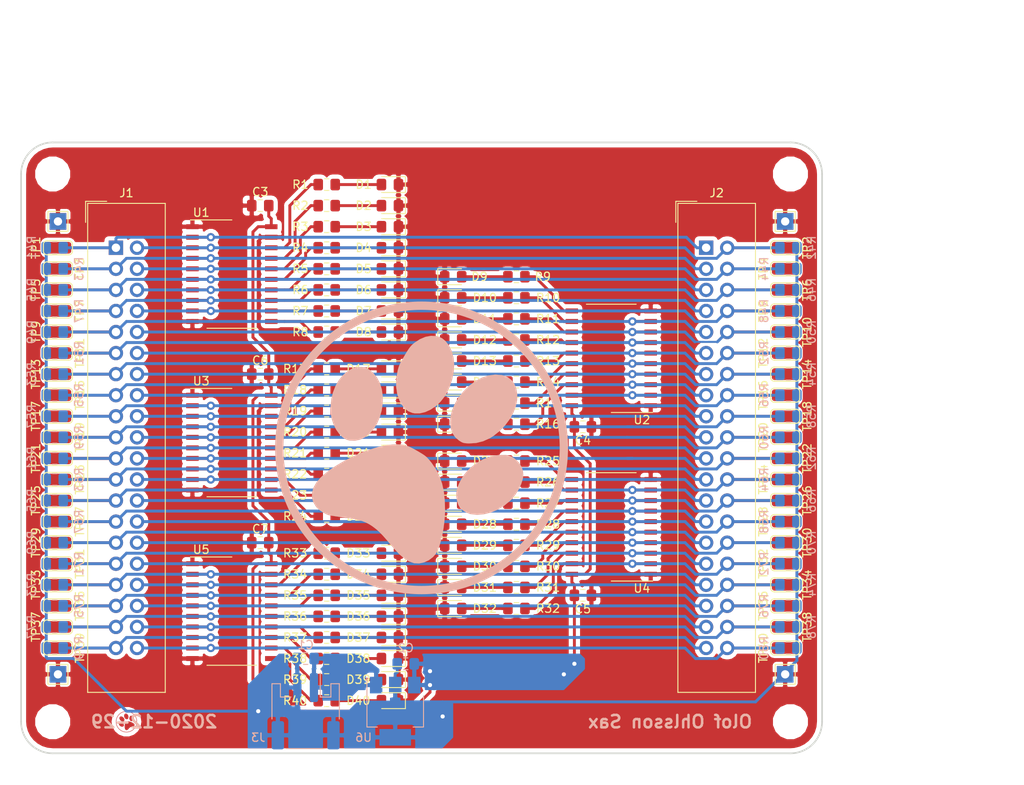
<source format=kicad_pcb>
(kicad_pcb (version 20171130) (host pcbnew 5.0.2-bee76a0~70~ubuntu18.04.1)
  (layers (0 F.Cu signal) (31 B.Cu signal) (34 B.Paste user) (35 F.Paste user) (36 B.SilkS user) (37 F.SilkS user) (38 B.Mask user) (39 F.Mask user) (44 Edge.Cuts user))
  (net 0 "")
  (net 1 "Net-(R30-Pad1)")
  (net 2 "Net-(D30-Pad2)")
  (net 3 "Net-(D31-Pad2)")
  (net 4 "Net-(R31-Pad1)")
  (net 5 "Net-(R40-Pad1)")
  (net 6 "Net-(D40-Pad2)")
  (net 7 "Net-(D39-Pad2)")
  (net 8 "Net-(R39-Pad1)")
  (net 9 "Net-(R38-Pad1)")
  (net 10 "Net-(D38-Pad2)")
  (net 11 "Net-(D37-Pad2)")
  (net 12 "Net-(R37-Pad1)")
  (net 13 "Net-(R36-Pad1)")
  (net 14 "Net-(D36-Pad2)")
  (net 15 "Net-(D35-Pad2)")
  (net 16 "Net-(R35-Pad1)")
  (net 17 "Net-(R34-Pad1)")
  (net 18 "Net-(D34-Pad2)")
  (net 19 "Net-(D33-Pad2)")
  (net 20 "Net-(R33-Pad1)")
  (net 21 "Net-(R32-Pad1)")
  (net 22 "Net-(D32-Pad2)")
  (net 23 "Net-(D20-Pad2)")
  (net 24 "Net-(R20-Pad1)")
  (net 25 "Net-(R29-Pad1)")
  (net 26 "Net-(D29-Pad2)")
  (net 27 "Net-(D28-Pad2)")
  (net 28 "Net-(R28-Pad1)")
  (net 29 "Net-(R27-Pad1)")
  (net 30 "Net-(D27-Pad2)")
  (net 31 "Net-(D26-Pad2)")
  (net 32 "Net-(R26-Pad1)")
  (net 33 "Net-(R25-Pad1)")
  (net 34 "Net-(D25-Pad2)")
  (net 35 "Net-(D24-Pad2)")
  (net 36 "Net-(R24-Pad1)")
  (net 37 "Net-(R23-Pad1)")
  (net 38 "Net-(D23-Pad2)")
  (net 39 "Net-(D22-Pad2)")
  (net 40 "Net-(R22-Pad1)")
  (net 41 "Net-(R10-Pad1)")
  (net 42 "Net-(D10-Pad2)")
  (net 43 "Net-(D2-Pad2)")
  (net 44 "Net-(R2-Pad1)")
  (net 45 "Net-(R19-Pad1)")
  (net 46 "Net-(D19-Pad2)")
  (net 47 "Net-(D18-Pad2)")
  (net 48 "Net-(R18-Pad1)")
  (net 49 "Net-(R17-Pad1)")
  (net 50 "Net-(D17-Pad2)")
  (net 51 "Net-(D16-Pad2)")
  (net 52 "Net-(R16-Pad1)")
  (net 53 "Net-(R15-Pad1)")
  (net 54 "Net-(D15-Pad2)")
  (net 55 "Net-(D14-Pad2)")
  (net 56 "Net-(R14-Pad1)")
  (net 57 "Net-(R13-Pad1)")
  (net 58 "Net-(D13-Pad2)")
  (net 59 "Net-(D12-Pad2)")
  (net 60 "Net-(R12-Pad1)")
  (net 61 "Net-(R11-Pad1)")
  (net 62 "Net-(D11-Pad2)")
  (net 63 "Net-(D21-Pad2)")
  (net 64 "Net-(R21-Pad1)")
  (net 65 "Net-(R9-Pad1)")
  (net 66 "Net-(D9-Pad2)")
  (net 67 "Net-(D8-Pad2)")
  (net 68 "Net-(R8-Pad1)")
  (net 69 "Net-(R7-Pad1)")
  (net 70 "Net-(D7-Pad2)")
  (net 71 "Net-(D6-Pad2)")
  (net 72 "Net-(R6-Pad1)")
  (net 73 "Net-(R5-Pad1)")
  (net 74 "Net-(D5-Pad2)")
  (net 75 "Net-(D4-Pad2)")
  (net 76 "Net-(R4-Pad1)")
  (net 77 "Net-(R3-Pad1)")
  (net 78 "Net-(D3-Pad2)")
  (net 79 "Net-(D1-Pad2)")
  (net 80 "Net-(R1-Pad1)")
  (net 81 GND)
  (net 82 VCC)
  (net 83 /D25)
  (net 84 /D26)
  (net 85 /D27)
  (net 86 /D28)
  (net 87 /D29)
  (net 88 /D30)
  (net 89 /D31)
  (net 90 /D32)
  (net 91 /D8)
  (net 92 /D7)
  (net 93 /D6)
  (net 94 /D5)
  (net 95 /D4)
  (net 96 /D3)
  (net 97 /D2)
  (net 98 /D1)
  (net 99 /D33)
  (net 100 /D34)
  (net 101 /D35)
  (net 102 /D36)
  (net 103 /D37)
  (net 104 /D38)
  (net 105 /D39)
  (net 106 /D40)
  (net 107 /D24)
  (net 108 /D23)
  (net 109 /D22)
  (net 110 /D21)
  (net 111 /D20)
  (net 112 /D19)
  (net 113 /D18)
  (net 114 /D17)
  (net 115 /D9)
  (net 116 /D10)
  (net 117 /D11)
  (net 118 /D12)
  (net 119 /D13)
  (net 120 /D14)
  (net 121 /D15)
  (net 122 /D16)
  (net 123 /VIN)
  (module TestPoint:TestPoint_THTPad_2.0x2.0mm_Drill1.0mm (layer F.Cu) (at 144.145 102.235)
    (fp_text reference TP44 hide)
    (fp_text value TestPoint)
    (pad 1 thru_hole rect (at 0 0) (size 2 2) (drill 1) (layers *.Cu *.Mask) (net 81 GND))
  )
  (module TestPoint:TestPoint_THTPad_2.0x2.0mm_Drill1.0mm (layer F.Cu) (at 144.145 47.625)
    (fp_text reference TP42 hide)
    (fp_text value TestPoint)
    (pad 1 thru_hole rect (at 0 0) (size 2 2) (drill 1) (layers *.Cu *.Mask) (net 81 GND))
  )
  (module TestPoint:TestPoint_THTPad_2.0x2.0mm_Drill1.0mm (layer F.Cu) (at 56.515 47.625)
    (fp_text reference TP41 hide)
    (fp_text value TestPoint)
    (pad 1 thru_hole rect (at 0 0) (size 2 2) (drill 1) (layers *.Cu *.Mask) (net 81 GND))
  )
  (module TestPoint:TestPoint_THTPad_2.0x2.0mm_Drill1.0mm (layer F.Cu) (at 56.515 102.235)
    (fp_text reference TP43 hide)
    (fp_text value TestPoint)
    (pad 1 thru_hole rect (at 0 0) (size 2 2) (drill 1) (layers *.Cu *.Mask) (net 81 GND))
  )
  (module riscv-serial:TestPoint-0805 (layer F.Cu) (at 56.515 63.5 180)
    (fp_text reference TP11 (at -2.65 0 270) (layer F.SilkS))
    (fp_text value TestPoint)
    (pad 1 smd roundrect (at 0 0 180) (size 3.2 1.4) (layers F.Cu F.Mask) (roundrect_rratio 0.217) (net 117 /D11))
  )
  (module riscv-serial:TestPoint-0805 (layer F.Cu) (at 56.515 53.34 180)
    (fp_text reference TP3 (at -2.65 0 270) (layer F.SilkS))
    (fp_text value TestPoint)
    (pad 1 smd roundrect (at 0 0 180) (size 3.2 1.4) (layers F.Cu F.Mask) (roundrect_rratio 0.217) (net 96 /D3))
  )
  (module riscv-serial:TestPoint-0805 (layer F.Cu) (at 144.145 53.34)
    (fp_text reference TP4 (at -2.65 0 90) (layer F.SilkS))
    (fp_text value TestPoint)
    (pad 1 smd roundrect (at 0 0) (size 3.2 1.4) (layers F.Cu F.Mask) (roundrect_rratio 0.217) (net 95 /D4))
  )
  (module riscv-serial:TestPoint-0805 (layer F.Cu) (at 56.515 55.88)
    (fp_text reference TP5 (at -2.65 0 90) (layer F.SilkS))
    (fp_text value TestPoint)
    (pad 1 smd roundrect (at 0 0) (size 3.2 1.4) (layers F.Cu F.Mask) (roundrect_rratio 0.217) (net 94 /D5))
  )
  (module riscv-serial:TestPoint-0805 (layer F.Cu) (at 144.145 55.88 180)
    (fp_text reference TP6 (at -2.65 0 270) (layer F.SilkS))
    (fp_text value TestPoint)
    (pad 1 smd roundrect (at 0 0 180) (size 3.2 1.4) (layers F.Cu F.Mask) (roundrect_rratio 0.217) (net 93 /D6))
  )
  (module riscv-serial:TestPoint-0805 (layer F.Cu) (at 56.515 58.42 180)
    (fp_text reference TP7 (at -2.65 0 270) (layer F.SilkS))
    (fp_text value TestPoint)
    (pad 1 smd roundrect (at 0 0 180) (size 3.2 1.4) (layers F.Cu F.Mask) (roundrect_rratio 0.217) (net 92 /D7))
  )
  (module riscv-serial:TestPoint-0805 (layer F.Cu) (at 144.145 58.42)
    (fp_text reference TP8 (at -2.65 0 90) (layer F.SilkS))
    (fp_text value TestPoint)
    (pad 1 smd roundrect (at 0 0) (size 3.2 1.4) (layers F.Cu F.Mask) (roundrect_rratio 0.217) (net 91 /D8))
  )
  (module riscv-serial:TestPoint-0805 (layer F.Cu) (at 56.515 60.96)
    (fp_text reference TP9 (at -2.65 0 90) (layer F.SilkS))
    (fp_text value TestPoint)
    (pad 1 smd roundrect (at 0 0) (size 3.2 1.4) (layers F.Cu F.Mask) (roundrect_rratio 0.217) (net 115 /D9))
  )
  (module riscv-serial:TestPoint-0805 (layer F.Cu) (at 144.145 99.06)
    (fp_text reference TP40 (at -2.65 0 90) (layer F.SilkS))
    (fp_text value TestPoint)
    (pad 1 smd roundrect (at 0 0) (size 3.2 1.4) (layers F.Cu F.Mask) (roundrect_rratio 0.217) (net 106 /D40))
  )
  (module riscv-serial:TestPoint-0805 (layer F.Cu) (at 144.145 63.5)
    (fp_text reference TP12 (at -2.65 0 90) (layer F.SilkS))
    (fp_text value TestPoint)
    (pad 1 smd roundrect (at 0 0) (size 3.2 1.4) (layers F.Cu F.Mask) (roundrect_rratio 0.217) (net 118 /D12))
  )
  (module riscv-serial:TestPoint-0805 (layer F.Cu) (at 56.515 66.04)
    (fp_text reference TP13 (at -2.65 0 90) (layer F.SilkS))
    (fp_text value TestPoint)
    (pad 1 smd roundrect (at 0 0) (size 3.2 1.4) (layers F.Cu F.Mask) (roundrect_rratio 0.217) (net 119 /D13))
  )
  (module riscv-serial:TestPoint-0805 (layer F.Cu) (at 144.145 66.04 180)
    (fp_text reference TP14 (at -2.65 0 270) (layer F.SilkS))
    (fp_text value TestPoint)
    (pad 1 smd roundrect (at 0 0 180) (size 3.2 1.4) (layers F.Cu F.Mask) (roundrect_rratio 0.217) (net 120 /D14))
  )
  (module riscv-serial:TestPoint-0805 (layer F.Cu) (at 56.515 68.58 180)
    (fp_text reference TP15 (at -2.65 0 270) (layer F.SilkS))
    (fp_text value TestPoint)
    (pad 1 smd roundrect (at 0 0 180) (size 3.2 1.4) (layers F.Cu F.Mask) (roundrect_rratio 0.217) (net 121 /D15))
  )
  (module riscv-serial:TestPoint-0805 (layer F.Cu) (at 144.145 68.58)
    (fp_text reference TP16 (at -2.65 0 90) (layer F.SilkS))
    (fp_text value TestPoint)
    (pad 1 smd roundrect (at 0 0) (size 3.2 1.4) (layers F.Cu F.Mask) (roundrect_rratio 0.217) (net 122 /D16))
  )
  (module riscv-serial:TestPoint-0805 (layer F.Cu) (at 56.515 71.12)
    (fp_text reference TP17 (at -2.65 0 90) (layer F.SilkS))
    (fp_text value TestPoint)
    (pad 1 smd roundrect (at 0 0) (size 3.2 1.4) (layers F.Cu F.Mask) (roundrect_rratio 0.217) (net 114 /D17))
  )
  (module riscv-serial:TestPoint-0805 (layer F.Cu) (at 144.145 71.12 180)
    (fp_text reference TP18 (at -2.65 0 270) (layer F.SilkS))
    (fp_text value TestPoint)
    (pad 1 smd roundrect (at 0 0 180) (size 3.2 1.4) (layers F.Cu F.Mask) (roundrect_rratio 0.217) (net 113 /D18))
  )
  (module riscv-serial:TestPoint-0805 (layer F.Cu) (at 56.515 73.66 180)
    (fp_text reference TP19 (at -2.65 0 270) (layer F.SilkS))
    (fp_text value TestPoint)
    (pad 1 smd roundrect (at 0 0 180) (size 3.2 1.4) (layers F.Cu F.Mask) (roundrect_rratio 0.217) (net 112 /D19))
  )
  (module riscv-serial:TestPoint-0805 (layer F.Cu) (at 56.515 50.8)
    (fp_text reference TP1 (at -2.65 0 90) (layer F.SilkS))
    (fp_text value TestPoint)
    (pad 1 smd roundrect (at 0 0) (size 3.2 1.4) (layers F.Cu F.Mask) (roundrect_rratio 0.217) (net 98 /D1))
  )
  (module riscv-serial:TestPoint-0805 (layer F.Cu) (at 144.145 50.8 180)
    (fp_text reference TP2 (at -2.65 0 270) (layer F.SilkS))
    (fp_text value TestPoint)
    (pad 1 smd roundrect (at 0 0 180) (size 3.2 1.4) (layers F.Cu F.Mask) (roundrect_rratio 0.217) (net 97 /D2))
  )
  (module riscv-serial:TestPoint-0805 (layer F.Cu) (at 144.145 60.96 180)
    (fp_text reference TP10 (at -2.65 0 270) (layer F.SilkS))
    (fp_text value TestPoint)
    (pad 1 smd roundrect (at 0 0 180) (size 3.2 1.4) (layers F.Cu F.Mask) (roundrect_rratio 0.217) (net 116 /D10))
  )
  (module riscv-serial:TestPoint-0805 (layer F.Cu) (at 56.515 86.36)
    (fp_text reference TP29 (at -2.65 0 90) (layer F.SilkS))
    (fp_text value TestPoint)
    (pad 1 smd roundrect (at 0 0) (size 3.2 1.4) (layers F.Cu F.Mask) (roundrect_rratio 0.217) (net 87 /D29))
  )
  (module riscv-serial:TestPoint-0805 (layer F.Cu) (at 144.145 83.82)
    (fp_text reference TP28 (at -2.65 0 90) (layer F.SilkS))
    (fp_text value TestPoint)
    (pad 1 smd roundrect (at 0 0) (size 3.2 1.4) (layers F.Cu F.Mask) (roundrect_rratio 0.217) (net 86 /D28))
  )
  (module riscv-serial:TestPoint-0805 (layer F.Cu) (at 56.515 83.82 180)
    (fp_text reference TP27 (at -2.65 0 270) (layer F.SilkS))
    (fp_text value TestPoint)
    (pad 1 smd roundrect (at 0 0 180) (size 3.2 1.4) (layers F.Cu F.Mask) (roundrect_rratio 0.217) (net 85 /D27))
  )
  (module riscv-serial:TestPoint-0805 (layer F.Cu) (at 144.145 81.28 180)
    (fp_text reference TP26 (at -2.65 0 270) (layer F.SilkS))
    (fp_text value TestPoint)
    (pad 1 smd roundrect (at 0 0 180) (size 3.2 1.4) (layers F.Cu F.Mask) (roundrect_rratio 0.217) (net 84 /D26))
  )
  (module riscv-serial:TestPoint-0805 (layer F.Cu) (at 56.515 81.28)
    (fp_text reference TP25 (at -2.65 0 90) (layer F.SilkS))
    (fp_text value TestPoint)
    (pad 1 smd roundrect (at 0 0) (size 3.2 1.4) (layers F.Cu F.Mask) (roundrect_rratio 0.217) (net 83 /D25))
  )
  (module riscv-serial:TestPoint-0805 (layer F.Cu) (at 144.145 78.74)
    (fp_text reference TP24 (at -2.65 0 90) (layer F.SilkS))
    (fp_text value TestPoint)
    (pad 1 smd roundrect (at 0 0) (size 3.2 1.4) (layers F.Cu F.Mask) (roundrect_rratio 0.217) (net 107 /D24))
  )
  (module riscv-serial:TestPoint-0805 (layer F.Cu) (at 56.515 78.74 180)
    (fp_text reference TP23 (at -2.65 0 270) (layer F.SilkS))
    (fp_text value TestPoint)
    (pad 1 smd roundrect (at 0 0 180) (size 3.2 1.4) (layers F.Cu F.Mask) (roundrect_rratio 0.217) (net 108 /D23))
  )
  (module riscv-serial:TestPoint-0805 (layer F.Cu) (at 56.515 88.9 180)
    (fp_text reference TP31 (at -2.65 0 270) (layer F.SilkS))
    (fp_text value TestPoint)
    (pad 1 smd roundrect (at 0 0 180) (size 3.2 1.4) (layers F.Cu F.Mask) (roundrect_rratio 0.217) (net 89 /D31))
  )
  (module riscv-serial:TestPoint-0805 (layer F.Cu) (at 144.145 73.66)
    (fp_text reference TP20 (at -2.65 0 90) (layer F.SilkS))
    (fp_text value TestPoint)
    (pad 1 smd roundrect (at 0 0) (size 3.2 1.4) (layers F.Cu F.Mask) (roundrect_rratio 0.217) (net 111 /D20))
  )
  (module riscv-serial:TestPoint-0805 (layer F.Cu) (at 144.145 88.9)
    (fp_text reference TP32 (at -2.65 0 90) (layer F.SilkS))
    (fp_text value TestPoint)
    (pad 1 smd roundrect (at 0 0) (size 3.2 1.4) (layers F.Cu F.Mask) (roundrect_rratio 0.217) (net 90 /D32))
  )
  (module riscv-serial:TestPoint-0805 (layer F.Cu) (at 56.515 91.44)
    (fp_text reference TP33 (at -2.65 0 90) (layer F.SilkS))
    (fp_text value TestPoint)
    (pad 1 smd roundrect (at 0 0) (size 3.2 1.4) (layers F.Cu F.Mask) (roundrect_rratio 0.217) (net 99 /D33))
  )
  (module riscv-serial:TestPoint-0805 (layer F.Cu) (at 144.145 91.44 180)
    (fp_text reference TP34 (at -2.65 0 270) (layer F.SilkS))
    (fp_text value TestPoint)
    (pad 1 smd roundrect (at 0 0 180) (size 3.2 1.4) (layers F.Cu F.Mask) (roundrect_rratio 0.217) (net 100 /D34))
  )
  (module riscv-serial:TestPoint-0805 (layer F.Cu) (at 56.515 93.98 180)
    (fp_text reference TP35 (at -2.65 0 270) (layer F.SilkS))
    (fp_text value TestPoint)
    (pad 1 smd roundrect (at 0 0 180) (size 3.2 1.4) (layers F.Cu F.Mask) (roundrect_rratio 0.217) (net 101 /D35))
  )
  (module riscv-serial:TestPoint-0805 (layer F.Cu) (at 144.145 93.98)
    (fp_text reference TP36 (at -2.65 0 90) (layer F.SilkS))
    (fp_text value TestPoint)
    (pad 1 smd roundrect (at 0 0) (size 3.2 1.4) (layers F.Cu F.Mask) (roundrect_rratio 0.217) (net 102 /D36))
  )
  (module riscv-serial:TestPoint-0805 (layer F.Cu) (at 56.515 96.52)
    (fp_text reference TP37 (at -2.65 0 90) (layer F.SilkS))
    (fp_text value TestPoint)
    (pad 1 smd roundrect (at 0 0) (size 3.2 1.4) (layers F.Cu F.Mask) (roundrect_rratio 0.217) (net 103 /D37))
  )
  (module riscv-serial:TestPoint-0805 (layer F.Cu) (at 144.145 96.52 180)
    (fp_text reference TP38 (at -2.65 0 270) (layer F.SilkS))
    (fp_text value TestPoint)
    (pad 1 smd roundrect (at 0 0 180) (size 3.2 1.4) (layers F.Cu F.Mask) (roundrect_rratio 0.217) (net 104 /D38))
  )
  (module riscv-serial:TestPoint-0805 (layer F.Cu) (at 56.515 99.06 180)
    (fp_text reference TP39 (at -2.65 0 270) (layer F.SilkS))
    (fp_text value TestPoint)
    (pad 1 smd roundrect (at 0 0 180) (size 3.2 1.4) (layers F.Cu F.Mask) (roundrect_rratio 0.217) (net 105 /D39))
  )
  (module riscv-serial:TestPoint-0805 (layer F.Cu) (at 56.515 76.2)
    (fp_text reference TP21 (at -2.65 0 90) (layer F.SilkS))
    (fp_text value TestPoint)
    (pad 1 smd roundrect (at 0 0) (size 3.2 1.4) (layers F.Cu F.Mask) (roundrect_rratio 0.217) (net 110 /D21))
  )
  (module riscv-serial:TestPoint-0805 (layer F.Cu) (at 144.145 76.2 180)
    (fp_text reference TP22 (at -2.65 0 270) (layer F.SilkS))
    (fp_text value TestPoint)
    (pad 1 smd roundrect (at 0 0 180) (size 3.2 1.4) (layers F.Cu F.Mask) (roundrect_rratio 0.217) (net 109 /D22))
  )
  (module riscv-serial:TestPoint-0805 (layer F.Cu) (at 144.145 86.36 180)
    (fp_text reference TP30 (at -2.65 0 270) (layer F.SilkS))
    (fp_text value TestPoint)
    (pad 1 smd roundrect (at 0 0 180) (size 3.2 1.4) (layers F.Cu F.Mask) (roundrect_rratio 0.217) (net 88 /D30))
  )
  (module MountingHole:MountingHole_3.2mm_M3 (layer F.Cu) (at 144.78 107.95)
    (fp_text reference H4 hide)
    (fp_text value MountingHole)
    (pad 1 np_thru_hole circle (at 0 0) (size 3.2 3.2) (drill 3.2) (layers *.Cu *.Mask))
  )
  (module MountingHole:MountingHole_3.2mm_M3 (layer F.Cu) (at 55.88 41.91)
    (fp_text reference H1 hide)
    (fp_text value MountingHole)
    (pad 1 np_thru_hole circle (at 0 0) (size 3.2 3.2) (drill 3.2) (layers *.Cu *.Mask))
  )
  (module MountingHole:MountingHole_3.2mm_M3 (layer F.Cu) (at 144.78 41.91)
    (fp_text reference H2 hide)
    (fp_text value MountingHole)
    (pad 1 np_thru_hole circle (at 0 0) (size 3.2 3.2) (drill 3.2) (layers *.Cu *.Mask))
  )
  (module MountingHole:MountingHole_3.2mm_M3 (layer F.Cu) (at 55.88 107.95)
    (fp_text reference H3 hide)
    (fp_text value MountingHole)
    (pad 1 np_thru_hole circle (at 0 0) (size 3.2 3.2) (drill 3.2) (layers *.Cu *.Mask))
  )
  (module Resistor_SMD:R_0805_2012Metric_Pad1.15x1.40mm_HandSolder (layer B.Cu) (at 56.125 50.8)
    (fp_text reference R41 (at -2.785 0 90) (layer B.SilkS) (effects (justify mirror)))
    (fp_text value R)
    (pad 1 smd roundrect (at -1.025 0) (size 1.15 1.4) (layers B.Cu B.Paste B.Mask) (roundrect_rratio 0.217391) (net 81 GND))
    (pad 2 smd roundrect (at 1.025 0) (size 1.15 1.4) (layers B.Cu B.Paste B.Mask) (roundrect_rratio 0.217391) (net 98 /D1))
  )
  (module Resistor_SMD:R_0805_2012Metric_Pad1.15x1.40mm_HandSolder (layer B.Cu) (at 56.125 63.5)
    (fp_text reference R51 (at 2.93 0 90) (layer B.SilkS) (effects (justify mirror)))
    (fp_text value R)
    (pad 2 smd roundrect (at 1.025 0) (size 1.15 1.4) (layers B.Cu B.Paste B.Mask) (roundrect_rratio 0.217391) (net 117 /D11))
    (pad 1 smd roundrect (at -1.025 0) (size 1.15 1.4) (layers B.Cu B.Paste B.Mask) (roundrect_rratio 0.217391) (net 81 GND))
  )
  (module Resistor_SMD:R_0805_2012Metric_Pad1.15x1.40mm_HandSolder (layer B.Cu) (at 144.535 50.8 180)
    (fp_text reference R42 (at -2.785 0 270) (layer B.SilkS) (effects (justify mirror)))
    (fp_text value R)
    (pad 1 smd roundrect (at -1.025 0 180) (size 1.15 1.4) (layers B.Cu B.Paste B.Mask) (roundrect_rratio 0.217391) (net 81 GND))
    (pad 2 smd roundrect (at 1.025 0 180) (size 1.15 1.4) (layers B.Cu B.Paste B.Mask) (roundrect_rratio 0.217391) (net 97 /D2))
  )
  (module Resistor_SMD:R_0805_2012Metric_Pad1.15x1.40mm_HandSolder (layer B.Cu) (at 56.125 53.34)
    (fp_text reference R43 (at 2.93 0 90) (layer B.SilkS) (effects (justify mirror)))
    (fp_text value R)
    (pad 2 smd roundrect (at 1.025 0) (size 1.15 1.4) (layers B.Cu B.Paste B.Mask) (roundrect_rratio 0.217391) (net 96 /D3))
    (pad 1 smd roundrect (at -1.025 0) (size 1.15 1.4) (layers B.Cu B.Paste B.Mask) (roundrect_rratio 0.217391) (net 81 GND))
  )
  (module Resistor_SMD:R_0805_2012Metric_Pad1.15x1.40mm_HandSolder (layer B.Cu) (at 144.535 53.34 180)
    (fp_text reference R44 (at 2.93 0 270) (layer B.SilkS) (effects (justify mirror)))
    (fp_text value R)
    (pad 1 smd roundrect (at -1.025 0 180) (size 1.15 1.4) (layers B.Cu B.Paste B.Mask) (roundrect_rratio 0.217391) (net 81 GND))
    (pad 2 smd roundrect (at 1.025 0 180) (size 1.15 1.4) (layers B.Cu B.Paste B.Mask) (roundrect_rratio 0.217391) (net 95 /D4))
  )
  (module Resistor_SMD:R_0805_2012Metric_Pad1.15x1.40mm_HandSolder (layer B.Cu) (at 56.125 55.88)
    (fp_text reference R45 (at -2.785 0 90) (layer B.SilkS) (effects (justify mirror)))
    (fp_text value R)
    (pad 2 smd roundrect (at 1.025 0) (size 1.15 1.4) (layers B.Cu B.Paste B.Mask) (roundrect_rratio 0.217391) (net 94 /D5))
    (pad 1 smd roundrect (at -1.025 0) (size 1.15 1.4) (layers B.Cu B.Paste B.Mask) (roundrect_rratio 0.217391) (net 81 GND))
  )
  (module Resistor_SMD:R_0805_2012Metric_Pad1.15x1.40mm_HandSolder (layer B.Cu) (at 144.535 55.88 180)
    (fp_text reference R46 (at -2.785 0 270) (layer B.SilkS) (effects (justify mirror)))
    (fp_text value R)
    (pad 1 smd roundrect (at -1.025 0 180) (size 1.15 1.4) (layers B.Cu B.Paste B.Mask) (roundrect_rratio 0.217391) (net 81 GND))
    (pad 2 smd roundrect (at 1.025 0 180) (size 1.15 1.4) (layers B.Cu B.Paste B.Mask) (roundrect_rratio 0.217391) (net 93 /D6))
  )
  (module Resistor_SMD:R_0805_2012Metric_Pad1.15x1.40mm_HandSolder (layer B.Cu) (at 56.125 58.42)
    (fp_text reference R47 (at 2.93 0 90) (layer B.SilkS) (effects (justify mirror)))
    (fp_text value R)
    (pad 2 smd roundrect (at 1.025 0) (size 1.15 1.4) (layers B.Cu B.Paste B.Mask) (roundrect_rratio 0.217391) (net 92 /D7))
    (pad 1 smd roundrect (at -1.025 0) (size 1.15 1.4) (layers B.Cu B.Paste B.Mask) (roundrect_rratio 0.217391) (net 81 GND))
  )
  (module Resistor_SMD:R_0805_2012Metric_Pad1.15x1.40mm_HandSolder (layer B.Cu) (at 144.535 58.42 180)
    (fp_text reference R48 (at 2.93 0 270) (layer B.SilkS) (effects (justify mirror)))
    (fp_text value R)
    (pad 1 smd roundrect (at -1.025 0 180) (size 1.15 1.4) (layers B.Cu B.Paste B.Mask) (roundrect_rratio 0.217391) (net 81 GND))
    (pad 2 smd roundrect (at 1.025 0 180) (size 1.15 1.4) (layers B.Cu B.Paste B.Mask) (roundrect_rratio 0.217391) (net 91 /D8))
  )
  (module Resistor_SMD:R_0805_2012Metric_Pad1.15x1.40mm_HandSolder (layer B.Cu) (at 56.125 60.96)
    (fp_text reference R49 (at -2.785 0 90) (layer B.SilkS) (effects (justify mirror)))
    (fp_text value R)
    (pad 2 smd roundrect (at 1.025 0) (size 1.15 1.4) (layers B.Cu B.Paste B.Mask) (roundrect_rratio 0.217391) (net 115 /D9))
    (pad 1 smd roundrect (at -1.025 0) (size 1.15 1.4) (layers B.Cu B.Paste B.Mask) (roundrect_rratio 0.217391) (net 81 GND))
  )
  (module Resistor_SMD:R_0805_2012Metric_Pad1.15x1.40mm_HandSolder (layer B.Cu) (at 144.535 63.5 180)
    (fp_text reference R52 (at 2.93 0 270) (layer B.SilkS) (effects (justify mirror)))
    (fp_text value R)
    (pad 1 smd roundrect (at -1.025 0 180) (size 1.15 1.4) (layers B.Cu B.Paste B.Mask) (roundrect_rratio 0.217391) (net 81 GND))
    (pad 2 smd roundrect (at 1.025 0 180) (size 1.15 1.4) (layers B.Cu B.Paste B.Mask) (roundrect_rratio 0.217391) (net 118 /D12))
  )
  (module Resistor_SMD:R_0805_2012Metric_Pad1.15x1.40mm_HandSolder (layer B.Cu) (at 56.125 66.04)
    (fp_text reference R53 (at -2.785 0 90) (layer B.SilkS) (effects (justify mirror)))
    (fp_text value R)
    (pad 2 smd roundrect (at 1.025 0) (size 1.15 1.4) (layers B.Cu B.Paste B.Mask) (roundrect_rratio 0.217391) (net 119 /D13))
    (pad 1 smd roundrect (at -1.025 0) (size 1.15 1.4) (layers B.Cu B.Paste B.Mask) (roundrect_rratio 0.217391) (net 81 GND))
  )
  (module Resistor_SMD:R_0805_2012Metric_Pad1.15x1.40mm_HandSolder (layer B.Cu) (at 144.535 66.04 180)
    (fp_text reference R54 (at -2.785 0 270) (layer B.SilkS) (effects (justify mirror)))
    (fp_text value R)
    (pad 1 smd roundrect (at -1.025 0 180) (size 1.15 1.4) (layers B.Cu B.Paste B.Mask) (roundrect_rratio 0.217391) (net 81 GND))
    (pad 2 smd roundrect (at 1.025 0 180) (size 1.15 1.4) (layers B.Cu B.Paste B.Mask) (roundrect_rratio 0.217391) (net 120 /D14))
  )
  (module Resistor_SMD:R_0805_2012Metric_Pad1.15x1.40mm_HandSolder (layer B.Cu) (at 56.125 68.58)
    (fp_text reference R55 (at 2.93 0 90) (layer B.SilkS) (effects (justify mirror)))
    (fp_text value R)
    (pad 2 smd roundrect (at 1.025 0) (size 1.15 1.4) (layers B.Cu B.Paste B.Mask) (roundrect_rratio 0.217391) (net 121 /D15))
    (pad 1 smd roundrect (at -1.025 0) (size 1.15 1.4) (layers B.Cu B.Paste B.Mask) (roundrect_rratio 0.217391) (net 81 GND))
  )
  (module Resistor_SMD:R_0805_2012Metric_Pad1.15x1.40mm_HandSolder (layer B.Cu) (at 144.535 68.58 180)
    (fp_text reference R56 (at 2.93 0 270) (layer B.SilkS) (effects (justify mirror)))
    (fp_text value R)
    (pad 1 smd roundrect (at -1.025 0 180) (size 1.15 1.4) (layers B.Cu B.Paste B.Mask) (roundrect_rratio 0.217391) (net 81 GND))
    (pad 2 smd roundrect (at 1.025 0 180) (size 1.15 1.4) (layers B.Cu B.Paste B.Mask) (roundrect_rratio 0.217391) (net 122 /D16))
  )
  (module Resistor_SMD:R_0805_2012Metric_Pad1.15x1.40mm_HandSolder (layer B.Cu) (at 56.125 71.12)
    (fp_text reference R57 (at -2.785 0 90) (layer B.SilkS) (effects (justify mirror)))
    (fp_text value R)
    (pad 2 smd roundrect (at 1.025 0) (size 1.15 1.4) (layers B.Cu B.Paste B.Mask) (roundrect_rratio 0.217391) (net 114 /D17))
    (pad 1 smd roundrect (at -1.025 0) (size 1.15 1.4) (layers B.Cu B.Paste B.Mask) (roundrect_rratio 0.217391) (net 81 GND))
  )
  (module Resistor_SMD:R_0805_2012Metric_Pad1.15x1.40mm_HandSolder (layer B.Cu) (at 144.535 71.12 180)
    (fp_text reference R58 (at -2.785 0 270) (layer B.SilkS) (effects (justify mirror)))
    (fp_text value R)
    (pad 1 smd roundrect (at -1.025 0 180) (size 1.15 1.4) (layers B.Cu B.Paste B.Mask) (roundrect_rratio 0.217391) (net 81 GND))
    (pad 2 smd roundrect (at 1.025 0 180) (size 1.15 1.4) (layers B.Cu B.Paste B.Mask) (roundrect_rratio 0.217391) (net 113 /D18))
  )
  (module Resistor_SMD:R_0805_2012Metric_Pad1.15x1.40mm_HandSolder (layer B.Cu) (at 56.125 73.66)
    (fp_text reference R59 (at 2.93 0 90) (layer B.SilkS) (effects (justify mirror)))
    (fp_text value R)
    (pad 2 smd roundrect (at 1.025 0) (size 1.15 1.4) (layers B.Cu B.Paste B.Mask) (roundrect_rratio 0.217391) (net 112 /D19))
    (pad 1 smd roundrect (at -1.025 0) (size 1.15 1.4) (layers B.Cu B.Paste B.Mask) (roundrect_rratio 0.217391) (net 81 GND))
  )
  (module Resistor_SMD:R_0805_2012Metric_Pad1.15x1.40mm_HandSolder (layer B.Cu) (at 144.535 73.66 180)
    (fp_text reference R60 (at 2.93 0 270) (layer B.SilkS) (effects (justify mirror)))
    (fp_text value R)
    (pad 1 smd roundrect (at -1.025 0 180) (size 1.15 1.4) (layers B.Cu B.Paste B.Mask) (roundrect_rratio 0.217391) (net 81 GND))
    (pad 2 smd roundrect (at 1.025 0 180) (size 1.15 1.4) (layers B.Cu B.Paste B.Mask) (roundrect_rratio 0.217391) (net 111 /D20))
  )
  (module Resistor_SMD:R_0805_2012Metric_Pad1.15x1.40mm_HandSolder (layer B.Cu) (at 144.535 60.96 180)
    (fp_text reference R50 (at -2.785 0 270) (layer B.SilkS) (effects (justify mirror)))
    (fp_text value R)
    (pad 2 smd roundrect (at 1.025 0 180) (size 1.15 1.4) (layers B.Cu B.Paste B.Mask) (roundrect_rratio 0.217391) (net 116 /D10))
    (pad 1 smd roundrect (at -1.025 0 180) (size 1.15 1.4) (layers B.Cu B.Paste B.Mask) (roundrect_rratio 0.217391) (net 81 GND))
  )
  (module Resistor_SMD:R_0805_2012Metric_Pad1.15x1.40mm_HandSolder (layer B.Cu) (at 56.125 88.9)
    (fp_text reference R71 (at 2.93 0 90) (layer B.SilkS) (effects (justify mirror)))
    (fp_text value R)
    (pad 1 smd roundrect (at -1.025 0) (size 1.15 1.4) (layers B.Cu B.Paste B.Mask) (roundrect_rratio 0.217391) (net 81 GND))
    (pad 2 smd roundrect (at 1.025 0) (size 1.15 1.4) (layers B.Cu B.Paste B.Mask) (roundrect_rratio 0.217391) (net 89 /D31))
  )
  (module Resistor_SMD:R_0805_2012Metric_Pad1.15x1.40mm_HandSolder (layer B.Cu) (at 144.535 76.2 180)
    (fp_text reference R62 (at -2.785 0 270) (layer B.SilkS) (effects (justify mirror)))
    (fp_text value R)
    (pad 2 smd roundrect (at 1.025 0 180) (size 1.15 1.4) (layers B.Cu B.Paste B.Mask) (roundrect_rratio 0.217391) (net 109 /D22))
    (pad 1 smd roundrect (at -1.025 0 180) (size 1.15 1.4) (layers B.Cu B.Paste B.Mask) (roundrect_rratio 0.217391) (net 81 GND))
  )
  (module Resistor_SMD:R_0805_2012Metric_Pad1.15x1.40mm_HandSolder (layer B.Cu) (at 56.125 78.74)
    (fp_text reference R63 (at 2.93 0 90) (layer B.SilkS) (effects (justify mirror)))
    (fp_text value R)
    (pad 1 smd roundrect (at -1.025 0) (size 1.15 1.4) (layers B.Cu B.Paste B.Mask) (roundrect_rratio 0.217391) (net 81 GND))
    (pad 2 smd roundrect (at 1.025 0) (size 1.15 1.4) (layers B.Cu B.Paste B.Mask) (roundrect_rratio 0.217391) (net 108 /D23))
  )
  (module Resistor_SMD:R_0805_2012Metric_Pad1.15x1.40mm_HandSolder (layer B.Cu) (at 144.535 78.74 180)
    (fp_text reference R64 (at 2.93 0 270) (layer B.SilkS) (effects (justify mirror)))
    (fp_text value R)
    (pad 2 smd roundrect (at 1.025 0 180) (size 1.15 1.4) (layers B.Cu B.Paste B.Mask) (roundrect_rratio 0.217391) (net 107 /D24))
    (pad 1 smd roundrect (at -1.025 0 180) (size 1.15 1.4) (layers B.Cu B.Paste B.Mask) (roundrect_rratio 0.217391) (net 81 GND))
  )
  (module Resistor_SMD:R_0805_2012Metric_Pad1.15x1.40mm_HandSolder (layer B.Cu) (at 56.125 81.28)
    (fp_text reference R65 (at -2.785 0 90) (layer B.SilkS) (effects (justify mirror)))
    (fp_text value R)
    (pad 1 smd roundrect (at -1.025 0) (size 1.15 1.4) (layers B.Cu B.Paste B.Mask) (roundrect_rratio 0.217391) (net 81 GND))
    (pad 2 smd roundrect (at 1.025 0) (size 1.15 1.4) (layers B.Cu B.Paste B.Mask) (roundrect_rratio 0.217391) (net 83 /D25))
  )
  (module Resistor_SMD:R_0805_2012Metric_Pad1.15x1.40mm_HandSolder (layer B.Cu) (at 144.535 81.28 180)
    (fp_text reference R66 (at -2.785 0 270) (layer B.SilkS) (effects (justify mirror)))
    (fp_text value R)
    (pad 2 smd roundrect (at 1.025 0 180) (size 1.15 1.4) (layers B.Cu B.Paste B.Mask) (roundrect_rratio 0.217391) (net 84 /D26))
    (pad 1 smd roundrect (at -1.025 0 180) (size 1.15 1.4) (layers B.Cu B.Paste B.Mask) (roundrect_rratio 0.217391) (net 81 GND))
  )
  (module Resistor_SMD:R_0805_2012Metric_Pad1.15x1.40mm_HandSolder (layer B.Cu) (at 56.125 83.82)
    (fp_text reference R67 (at 2.93 0 90) (layer B.SilkS) (effects (justify mirror)))
    (fp_text value R)
    (pad 1 smd roundrect (at -1.025 0) (size 1.15 1.4) (layers B.Cu B.Paste B.Mask) (roundrect_rratio 0.217391) (net 81 GND))
    (pad 2 smd roundrect (at 1.025 0) (size 1.15 1.4) (layers B.Cu B.Paste B.Mask) (roundrect_rratio 0.217391) (net 85 /D27))
  )
  (module Resistor_SMD:R_0805_2012Metric_Pad1.15x1.40mm_HandSolder (layer B.Cu) (at 144.535 83.82 180)
    (fp_text reference R68 (at 2.93 0 270) (layer B.SilkS) (effects (justify mirror)))
    (fp_text value R)
    (pad 2 smd roundrect (at 1.025 0 180) (size 1.15 1.4) (layers B.Cu B.Paste B.Mask) (roundrect_rratio 0.217391) (net 86 /D28))
    (pad 1 smd roundrect (at -1.025 0 180) (size 1.15 1.4) (layers B.Cu B.Paste B.Mask) (roundrect_rratio 0.217391) (net 81 GND))
  )
  (module Resistor_SMD:R_0805_2012Metric_Pad1.15x1.40mm_HandSolder (layer B.Cu) (at 56.125 86.36)
    (fp_text reference R69 (at -2.785 0 90) (layer B.SilkS) (effects (justify mirror)))
    (fp_text value R)
    (pad 1 smd roundrect (at -1.025 0) (size 1.15 1.4) (layers B.Cu B.Paste B.Mask) (roundrect_rratio 0.217391) (net 81 GND))
    (pad 2 smd roundrect (at 1.025 0) (size 1.15 1.4) (layers B.Cu B.Paste B.Mask) (roundrect_rratio 0.217391) (net 87 /D29))
  )
  (module Resistor_SMD:R_0805_2012Metric_Pad1.15x1.40mm_HandSolder (layer B.Cu) (at 144.535 99.06 180)
    (fp_text reference R80 (at 2.93 0 270) (layer B.SilkS) (effects (justify mirror)))
    (fp_text value R)
    (pad 2 smd roundrect (at 1.025 0 180) (size 1.15 1.4) (layers B.Cu B.Paste B.Mask) (roundrect_rratio 0.217391) (net 106 /D40))
    (pad 1 smd roundrect (at -1.025 0 180) (size 1.15 1.4) (layers B.Cu B.Paste B.Mask) (roundrect_rratio 0.217391) (net 81 GND))
  )
  (module Resistor_SMD:R_0805_2012Metric_Pad1.15x1.40mm_HandSolder (layer B.Cu) (at 56.125 76.2)
    (fp_text reference R61 (at -2.785 0 90) (layer B.SilkS) (effects (justify mirror)))
    (fp_text value R)
    (pad 1 smd roundrect (at -1.025 0) (size 1.15 1.4) (layers B.Cu B.Paste B.Mask) (roundrect_rratio 0.217391) (net 81 GND))
    (pad 2 smd roundrect (at 1.025 0) (size 1.15 1.4) (layers B.Cu B.Paste B.Mask) (roundrect_rratio 0.217391) (net 110 /D21))
  )
  (module Resistor_SMD:R_0805_2012Metric_Pad1.15x1.40mm_HandSolder (layer B.Cu) (at 144.535 88.9 180)
    (fp_text reference R72 (at 2.93 0 270) (layer B.SilkS) (effects (justify mirror)))
    (fp_text value R)
    (pad 2 smd roundrect (at 1.025 0 180) (size 1.15 1.4) (layers B.Cu B.Paste B.Mask) (roundrect_rratio 0.217391) (net 90 /D32))
    (pad 1 smd roundrect (at -1.025 0 180) (size 1.15 1.4) (layers B.Cu B.Paste B.Mask) (roundrect_rratio 0.217391) (net 81 GND))
  )
  (module Resistor_SMD:R_0805_2012Metric_Pad1.15x1.40mm_HandSolder (layer B.Cu) (at 56.125 91.44)
    (fp_text reference R73 (at -2.785 0 90) (layer B.SilkS) (effects (justify mirror)))
    (fp_text value R)
    (pad 1 smd roundrect (at -1.025 0) (size 1.15 1.4) (layers B.Cu B.Paste B.Mask) (roundrect_rratio 0.217391) (net 81 GND))
    (pad 2 smd roundrect (at 1.025 0) (size 1.15 1.4) (layers B.Cu B.Paste B.Mask) (roundrect_rratio 0.217391) (net 99 /D33))
  )
  (module Resistor_SMD:R_0805_2012Metric_Pad1.15x1.40mm_HandSolder (layer B.Cu) (at 144.535 91.44 180)
    (fp_text reference R74 (at -2.785 0 270) (layer B.SilkS) (effects (justify mirror)))
    (fp_text value R)
    (pad 2 smd roundrect (at 1.025 0 180) (size 1.15 1.4) (layers B.Cu B.Paste B.Mask) (roundrect_rratio 0.217391) (net 100 /D34))
    (pad 1 smd roundrect (at -1.025 0 180) (size 1.15 1.4) (layers B.Cu B.Paste B.Mask) (roundrect_rratio 0.217391) (net 81 GND))
  )
  (module Resistor_SMD:R_0805_2012Metric_Pad1.15x1.40mm_HandSolder (layer B.Cu) (at 56.125 93.98)
    (fp_text reference R75 (at 2.93 0 90) (layer B.SilkS) (effects (justify mirror)))
    (fp_text value R)
    (pad 1 smd roundrect (at -1.025 0) (size 1.15 1.4) (layers B.Cu B.Paste B.Mask) (roundrect_rratio 0.217391) (net 81 GND))
    (pad 2 smd roundrect (at 1.025 0) (size 1.15 1.4) (layers B.Cu B.Paste B.Mask) (roundrect_rratio 0.217391) (net 101 /D35))
  )
  (module Resistor_SMD:R_0805_2012Metric_Pad1.15x1.40mm_HandSolder (layer B.Cu) (at 144.535 93.98 180)
    (fp_text reference R76 (at 2.93 0 270) (layer B.SilkS) (effects (justify mirror)))
    (fp_text value R)
    (pad 2 smd roundrect (at 1.025 0 180) (size 1.15 1.4) (layers B.Cu B.Paste B.Mask) (roundrect_rratio 0.217391) (net 102 /D36))
    (pad 1 smd roundrect (at -1.025 0 180) (size 1.15 1.4) (layers B.Cu B.Paste B.Mask) (roundrect_rratio 0.217391) (net 81 GND))
  )
  (module Resistor_SMD:R_0805_2012Metric_Pad1.15x1.40mm_HandSolder (layer B.Cu) (at 56.125 96.52)
    (fp_text reference R77 (at -2.785 0 90) (layer B.SilkS) (effects (justify mirror)))
    (fp_text value R)
    (pad 1 smd roundrect (at -1.025 0) (size 1.15 1.4) (layers B.Cu B.Paste B.Mask) (roundrect_rratio 0.217391) (net 81 GND))
    (pad 2 smd roundrect (at 1.025 0) (size 1.15 1.4) (layers B.Cu B.Paste B.Mask) (roundrect_rratio 0.217391) (net 103 /D37))
  )
  (module Resistor_SMD:R_0805_2012Metric_Pad1.15x1.40mm_HandSolder (layer B.Cu) (at 144.535 96.52 180)
    (fp_text reference R78 (at -2.785 0 270) (layer B.SilkS) (effects (justify mirror)))
    (fp_text value R)
    (pad 2 smd roundrect (at 1.025 0 180) (size 1.15 1.4) (layers B.Cu B.Paste B.Mask) (roundrect_rratio 0.217391) (net 104 /D38))
    (pad 1 smd roundrect (at -1.025 0 180) (size 1.15 1.4) (layers B.Cu B.Paste B.Mask) (roundrect_rratio 0.217391) (net 81 GND))
  )
  (module Resistor_SMD:R_0805_2012Metric_Pad1.15x1.40mm_HandSolder (layer B.Cu) (at 56.125 99.06)
    (fp_text reference R79 (at 2.93 0 90) (layer B.SilkS) (effects (justify mirror)))
    (fp_text value R)
    (pad 1 smd roundrect (at -1.025 0) (size 1.15 1.4) (layers B.Cu B.Paste B.Mask) (roundrect_rratio 0.217391) (net 81 GND))
    (pad 2 smd roundrect (at 1.025 0) (size 1.15 1.4) (layers B.Cu B.Paste B.Mask) (roundrect_rratio 0.217391) (net 105 /D39))
  )
  (module Resistor_SMD:R_0805_2012Metric_Pad1.15x1.40mm_HandSolder (layer B.Cu) (at 144.535 86.36 180)
    (fp_text reference R70 (at -2.785 0 270) (layer B.SilkS) (effects (justify mirror)))
    (fp_text value R)
    (pad 2 smd roundrect (at 1.025 0 180) (size 1.15 1.4) (layers B.Cu B.Paste B.Mask) (roundrect_rratio 0.217391) (net 88 /D30))
    (pad 1 smd roundrect (at -1.025 0 180) (size 1.15 1.4) (layers B.Cu B.Paste B.Mask) (roundrect_rratio 0.217391) (net 81 GND))
  )
  (module Package_SO:SO-20_12.8x7.5mm_P1.27mm (layer F.Cu) (at 123.19 84.455 180)
    (fp_text reference U4 (at -3.69 -7.42 180) (layer F.SilkS))
    (fp_text value 74HC541)
    (pad 6 smd rect (at -4.75 0.635 180) (size 1.5 0.6) (layers F.Cu F.Paste F.Mask) (net 86 /D28))
    (pad 5 smd rect (at -4.75 -0.635 180) (size 1.5 0.6) (layers F.Cu F.Paste F.Mask) (net 87 /D29))
    (pad 4 smd rect (at -4.75 -1.905 180) (size 1.5 0.6) (layers F.Cu F.Paste F.Mask) (net 88 /D30))
    (pad 3 smd rect (at -4.75 -3.175 180) (size 1.5 0.6) (layers F.Cu F.Paste F.Mask) (net 89 /D31))
    (pad 2 smd rect (at -4.75 -4.445 180) (size 1.5 0.6) (layers F.Cu F.Paste F.Mask) (net 90 /D32))
    (pad 1 smd rect (at -4.75 -5.715 180) (size 1.5 0.6) (layers F.Cu F.Paste F.Mask) (net 81 GND))
    (pad 7 smd rect (at -4.75 1.905 180) (size 1.5 0.6) (layers F.Cu F.Paste F.Mask) (net 85 /D27))
    (pad 8 smd rect (at -4.75 3.175 180) (size 1.5 0.6) (layers F.Cu F.Paste F.Mask) (net 84 /D26))
    (pad 9 smd rect (at -4.75 4.445 180) (size 1.5 0.6) (layers F.Cu F.Paste F.Mask) (net 83 /D25))
    (pad 10 smd rect (at -4.75 5.715 180) (size 1.5 0.6) (layers F.Cu F.Paste F.Mask) (net 81 GND))
    (pad 11 smd rect (at 4.75 5.715 180) (size 1.5 0.6) (layers F.Cu F.Paste F.Mask) (net 33 "Net-(R25-Pad1)"))
    (pad 12 smd rect (at 4.75 4.445 180) (size 1.5 0.6) (layers F.Cu F.Paste F.Mask) (net 32 "Net-(R26-Pad1)"))
    (pad 13 smd rect (at 4.75 3.175 180) (size 1.5 0.6) (layers F.Cu F.Paste F.Mask) (net 29 "Net-(R27-Pad1)"))
    (pad 14 smd rect (at 4.75 1.905 180) (size 1.5 0.6) (layers F.Cu F.Paste F.Mask) (net 28 "Net-(R28-Pad1)"))
    (pad 15 smd rect (at 4.75 0.635 180) (size 1.5 0.6) (layers F.Cu F.Paste F.Mask) (net 25 "Net-(R29-Pad1)"))
    (pad 16 smd rect (at 4.75 -0.635 180) (size 1.5 0.6) (layers F.Cu F.Paste F.Mask) (net 1 "Net-(R30-Pad1)"))
    (pad 17 smd rect (at 4.75 -1.905 180) (size 1.5 0.6) (layers F.Cu F.Paste F.Mask) (net 4 "Net-(R31-Pad1)"))
    (pad 18 smd rect (at 4.75 -3.175 180) (size 1.5 0.6) (layers F.Cu F.Paste F.Mask) (net 21 "Net-(R32-Pad1)"))
    (pad 19 smd rect (at 4.75 -4.445 180) (size 1.5 0.6) (layers F.Cu F.Paste F.Mask) (net 81 GND))
    (pad 20 smd rect (at 4.75 -5.715 180) (size 1.5 0.6) (layers F.Cu F.Paste F.Mask) (net 82 VCC))
  )
  (module Package_SO:SO-20_12.8x7.5mm_P1.27mm (layer F.Cu) (at 77.47 94.615)
    (fp_text reference U5 (at -3.69 -7.42) (layer F.SilkS))
    (fp_text value 74HC541)
    (pad 20 smd rect (at 4.75 -5.715) (size 1.5 0.6) (layers F.Cu F.Paste F.Mask) (net 82 VCC))
    (pad 19 smd rect (at 4.75 -4.445) (size 1.5 0.6) (layers F.Cu F.Paste F.Mask) (net 81 GND))
    (pad 18 smd rect (at 4.75 -3.175) (size 1.5 0.6) (layers F.Cu F.Paste F.Mask) (net 20 "Net-(R33-Pad1)"))
    (pad 17 smd rect (at 4.75 -1.905) (size 1.5 0.6) (layers F.Cu F.Paste F.Mask) (net 17 "Net-(R34-Pad1)"))
    (pad 16 smd rect (at 4.75 -0.635) (size 1.5 0.6) (layers F.Cu F.Paste F.Mask) (net 16 "Net-(R35-Pad1)"))
    (pad 15 smd rect (at 4.75 0.635) (size 1.5 0.6) (layers F.Cu F.Paste F.Mask) (net 13 "Net-(R36-Pad1)"))
    (pad 14 smd rect (at 4.75 1.905) (size 1.5 0.6) (layers F.Cu F.Paste F.Mask) (net 12 "Net-(R37-Pad1)"))
    (pad 13 smd rect (at 4.75 3.175) (size 1.5 0.6) (layers F.Cu F.Paste F.Mask) (net 9 "Net-(R38-Pad1)"))
    (pad 12 smd rect (at 4.75 4.445) (size 1.5 0.6) (layers F.Cu F.Paste F.Mask) (net 8 "Net-(R39-Pad1)"))
    (pad 11 smd rect (at 4.75 5.715) (size 1.5 0.6) (layers F.Cu F.Paste F.Mask) (net 5 "Net-(R40-Pad1)"))
    (pad 10 smd rect (at -4.75 5.715) (size 1.5 0.6) (layers F.Cu F.Paste F.Mask) (net 81 GND))
    (pad 9 smd rect (at -4.75 4.445) (size 1.5 0.6) (layers F.Cu F.Paste F.Mask) (net 106 /D40))
    (pad 8 smd rect (at -4.75 3.175) (size 1.5 0.6) (layers F.Cu F.Paste F.Mask) (net 105 /D39))
    (pad 7 smd rect (at -4.75 1.905) (size 1.5 0.6) (layers F.Cu F.Paste F.Mask) (net 104 /D38))
    (pad 1 smd rect (at -4.75 -5.715) (size 1.5 0.6) (layers F.Cu F.Paste F.Mask) (net 81 GND))
    (pad 2 smd rect (at -4.75 -4.445) (size 1.5 0.6) (layers F.Cu F.Paste F.Mask) (net 99 /D33))
    (pad 3 smd rect (at -4.75 -3.175) (size 1.5 0.6) (layers F.Cu F.Paste F.Mask) (net 100 /D34))
    (pad 4 smd rect (at -4.75 -1.905) (size 1.5 0.6) (layers F.Cu F.Paste F.Mask) (net 101 /D35))
    (pad 5 smd rect (at -4.75 -0.635) (size 1.5 0.6) (layers F.Cu F.Paste F.Mask) (net 102 /D36))
    (pad 6 smd rect (at -4.75 0.635) (size 1.5 0.6) (layers F.Cu F.Paste F.Mask) (net 103 /D37))
  )
  (module Package_SO:SO-20_12.8x7.5mm_P1.27mm (layer F.Cu) (at 123.19 64.135 180)
    (fp_text reference U2 (at -3.69 -7.42 180) (layer F.SilkS))
    (fp_text value 74HC541)
    (pad 6 smd rect (at -4.75 0.635 180) (size 1.5 0.6) (layers F.Cu F.Paste F.Mask) (net 118 /D12))
    (pad 5 smd rect (at -4.75 -0.635 180) (size 1.5 0.6) (layers F.Cu F.Paste F.Mask) (net 119 /D13))
    (pad 4 smd rect (at -4.75 -1.905 180) (size 1.5 0.6) (layers F.Cu F.Paste F.Mask) (net 120 /D14))
    (pad 3 smd rect (at -4.75 -3.175 180) (size 1.5 0.6) (layers F.Cu F.Paste F.Mask) (net 121 /D15))
    (pad 2 smd rect (at -4.75 -4.445 180) (size 1.5 0.6) (layers F.Cu F.Paste F.Mask) (net 122 /D16))
    (pad 1 smd rect (at -4.75 -5.715 180) (size 1.5 0.6) (layers F.Cu F.Paste F.Mask) (net 81 GND))
    (pad 7 smd rect (at -4.75 1.905 180) (size 1.5 0.6) (layers F.Cu F.Paste F.Mask) (net 117 /D11))
    (pad 8 smd rect (at -4.75 3.175 180) (size 1.5 0.6) (layers F.Cu F.Paste F.Mask) (net 116 /D10))
    (pad 9 smd rect (at -4.75 4.445 180) (size 1.5 0.6) (layers F.Cu F.Paste F.Mask) (net 115 /D9))
    (pad 10 smd rect (at -4.75 5.715 180) (size 1.5 0.6) (layers F.Cu F.Paste F.Mask) (net 81 GND))
    (pad 11 smd rect (at 4.75 5.715 180) (size 1.5 0.6) (layers F.Cu F.Paste F.Mask) (net 65 "Net-(R9-Pad1)"))
    (pad 12 smd rect (at 4.75 4.445 180) (size 1.5 0.6) (layers F.Cu F.Paste F.Mask) (net 41 "Net-(R10-Pad1)"))
    (pad 13 smd rect (at 4.75 3.175 180) (size 1.5 0.6) (layers F.Cu F.Paste F.Mask) (net 61 "Net-(R11-Pad1)"))
    (pad 14 smd rect (at 4.75 1.905 180) (size 1.5 0.6) (layers F.Cu F.Paste F.Mask) (net 60 "Net-(R12-Pad1)"))
    (pad 15 smd rect (at 4.75 0.635 180) (size 1.5 0.6) (layers F.Cu F.Paste F.Mask) (net 57 "Net-(R13-Pad1)"))
    (pad 16 smd rect (at 4.75 -0.635 180) (size 1.5 0.6) (layers F.Cu F.Paste F.Mask) (net 56 "Net-(R14-Pad1)"))
    (pad 17 smd rect (at 4.75 -1.905 180) (size 1.5 0.6) (layers F.Cu F.Paste F.Mask) (net 53 "Net-(R15-Pad1)"))
    (pad 18 smd rect (at 4.75 -3.175 180) (size 1.5 0.6) (layers F.Cu F.Paste F.Mask) (net 52 "Net-(R16-Pad1)"))
    (pad 19 smd rect (at 4.75 -4.445 180) (size 1.5 0.6) (layers F.Cu F.Paste F.Mask) (net 81 GND))
    (pad 20 smd rect (at 4.75 -5.715 180) (size 1.5 0.6) (layers F.Cu F.Paste F.Mask) (net 82 VCC))
  )
  (module Package_SO:SO-20_12.8x7.5mm_P1.27mm (layer F.Cu) (at 77.47 53.975)
    (fp_text reference U1 (at -3.69 -7.42) (layer F.SilkS))
    (fp_text value 74HC541)
    (pad 20 smd rect (at 4.75 -5.715) (size 1.5 0.6) (layers F.Cu F.Paste F.Mask) (net 82 VCC))
    (pad 19 smd rect (at 4.75 -4.445) (size 1.5 0.6) (layers F.Cu F.Paste F.Mask) (net 81 GND))
    (pad 18 smd rect (at 4.75 -3.175) (size 1.5 0.6) (layers F.Cu F.Paste F.Mask) (net 80 "Net-(R1-Pad1)"))
    (pad 17 smd rect (at 4.75 -1.905) (size 1.5 0.6) (layers F.Cu F.Paste F.Mask) (net 44 "Net-(R2-Pad1)"))
    (pad 16 smd rect (at 4.75 -0.635) (size 1.5 0.6) (layers F.Cu F.Paste F.Mask) (net 77 "Net-(R3-Pad1)"))
    (pad 15 smd rect (at 4.75 0.635) (size 1.5 0.6) (layers F.Cu F.Paste F.Mask) (net 76 "Net-(R4-Pad1)"))
    (pad 14 smd rect (at 4.75 1.905) (size 1.5 0.6) (layers F.Cu F.Paste F.Mask) (net 73 "Net-(R5-Pad1)"))
    (pad 13 smd rect (at 4.75 3.175) (size 1.5 0.6) (layers F.Cu F.Paste F.Mask) (net 72 "Net-(R6-Pad1)"))
    (pad 12 smd rect (at 4.75 4.445) (size 1.5 0.6) (layers F.Cu F.Paste F.Mask) (net 69 "Net-(R7-Pad1)"))
    (pad 11 smd rect (at 4.75 5.715) (size 1.5 0.6) (layers F.Cu F.Paste F.Mask) (net 68 "Net-(R8-Pad1)"))
    (pad 10 smd rect (at -4.75 5.715) (size 1.5 0.6) (layers F.Cu F.Paste F.Mask) (net 81 GND))
    (pad 9 smd rect (at -4.75 4.445) (size 1.5 0.6) (layers F.Cu F.Paste F.Mask) (net 91 /D8))
    (pad 8 smd rect (at -4.75 3.175) (size 1.5 0.6) (layers F.Cu F.Paste F.Mask) (net 92 /D7))
    (pad 7 smd rect (at -4.75 1.905) (size 1.5 0.6) (layers F.Cu F.Paste F.Mask) (net 93 /D6))
    (pad 1 smd rect (at -4.75 -5.715) (size 1.5 0.6) (layers F.Cu F.Paste F.Mask) (net 81 GND))
    (pad 2 smd rect (at -4.75 -4.445) (size 1.5 0.6) (layers F.Cu F.Paste F.Mask) (net 98 /D1))
    (pad 3 smd rect (at -4.75 -3.175) (size 1.5 0.6) (layers F.Cu F.Paste F.Mask) (net 97 /D2))
    (pad 4 smd rect (at -4.75 -1.905) (size 1.5 0.6) (layers F.Cu F.Paste F.Mask) (net 96 /D3))
    (pad 5 smd rect (at -4.75 -0.635) (size 1.5 0.6) (layers F.Cu F.Paste F.Mask) (net 95 /D4))
    (pad 6 smd rect (at -4.75 0.635) (size 1.5 0.6) (layers F.Cu F.Paste F.Mask) (net 94 /D5))
  )
  (module Package_SO:SO-20_12.8x7.5mm_P1.27mm (layer F.Cu) (at 77.47 74.295)
    (fp_text reference U3 (at -3.69 -7.42) (layer F.SilkS))
    (fp_text value 74HC541)
    (pad 6 smd rect (at -4.75 0.635) (size 1.5 0.6) (layers F.Cu F.Paste F.Mask) (net 110 /D21))
    (pad 5 smd rect (at -4.75 -0.635) (size 1.5 0.6) (layers F.Cu F.Paste F.Mask) (net 111 /D20))
    (pad 4 smd rect (at -4.75 -1.905) (size 1.5 0.6) (layers F.Cu F.Paste F.Mask) (net 112 /D19))
    (pad 3 smd rect (at -4.75 -3.175) (size 1.5 0.6) (layers F.Cu F.Paste F.Mask) (net 113 /D18))
    (pad 2 smd rect (at -4.75 -4.445) (size 1.5 0.6) (layers F.Cu F.Paste F.Mask) (net 114 /D17))
    (pad 1 smd rect (at -4.75 -5.715) (size 1.5 0.6) (layers F.Cu F.Paste F.Mask) (net 81 GND))
    (pad 7 smd rect (at -4.75 1.905) (size 1.5 0.6) (layers F.Cu F.Paste F.Mask) (net 109 /D22))
    (pad 8 smd rect (at -4.75 3.175) (size 1.5 0.6) (layers F.Cu F.Paste F.Mask) (net 108 /D23))
    (pad 9 smd rect (at -4.75 4.445) (size 1.5 0.6) (layers F.Cu F.Paste F.Mask) (net 107 /D24))
    (pad 10 smd rect (at -4.75 5.715) (size 1.5 0.6) (layers F.Cu F.Paste F.Mask) (net 81 GND))
    (pad 11 smd rect (at 4.75 5.715) (size 1.5 0.6) (layers F.Cu F.Paste F.Mask) (net 36 "Net-(R24-Pad1)"))
    (pad 12 smd rect (at 4.75 4.445) (size 1.5 0.6) (layers F.Cu F.Paste F.Mask) (net 37 "Net-(R23-Pad1)"))
    (pad 13 smd rect (at 4.75 3.175) (size 1.5 0.6) (layers F.Cu F.Paste F.Mask) (net 40 "Net-(R22-Pad1)"))
    (pad 14 smd rect (at 4.75 1.905) (size 1.5 0.6) (layers F.Cu F.Paste F.Mask) (net 64 "Net-(R21-Pad1)"))
    (pad 15 smd rect (at 4.75 0.635) (size 1.5 0.6) (layers F.Cu F.Paste F.Mask) (net 24 "Net-(R20-Pad1)"))
    (pad 16 smd rect (at 4.75 -0.635) (size 1.5 0.6) (layers F.Cu F.Paste F.Mask) (net 45 "Net-(R19-Pad1)"))
    (pad 17 smd rect (at 4.75 -1.905) (size 1.5 0.6) (layers F.Cu F.Paste F.Mask) (net 48 "Net-(R18-Pad1)"))
    (pad 18 smd rect (at 4.75 -3.175) (size 1.5 0.6) (layers F.Cu F.Paste F.Mask) (net 49 "Net-(R17-Pad1)"))
    (pad 19 smd rect (at 4.75 -4.445) (size 1.5 0.6) (layers F.Cu F.Paste F.Mask) (net 81 GND))
    (pad 20 smd rect (at 4.75 -5.715) (size 1.5 0.6) (layers F.Cu F.Paste F.Mask) (net 82 VCC))
  )
  (module Connector_IDC:IDC-Header_2x20_P2.54mm_Vertical (layer F.Cu) (at 134.62 50.8)
    (fp_text reference J2 (at 1.27 -6.604) (layer F.SilkS))
    (fp_text value Conn_01x40)
    (pad 40 thru_hole oval (at 2.54 48.26) (size 1.7272 1.7272) (drill 1.016) (layers *.Cu *.Mask) (net 106 /D40))
    (pad 39 thru_hole oval (at 0 48.26) (size 1.7272 1.7272) (drill 1.016) (layers *.Cu *.Mask) (net 105 /D39))
    (pad 38 thru_hole oval (at 2.54 45.72) (size 1.7272 1.7272) (drill 1.016) (layers *.Cu *.Mask) (net 104 /D38))
    (pad 37 thru_hole oval (at 0 45.72) (size 1.7272 1.7272) (drill 1.016) (layers *.Cu *.Mask) (net 103 /D37))
    (pad 36 thru_hole oval (at 2.54 43.18) (size 1.7272 1.7272) (drill 1.016) (layers *.Cu *.Mask) (net 102 /D36))
    (pad 35 thru_hole oval (at 0 43.18) (size 1.7272 1.7272) (drill 1.016) (layers *.Cu *.Mask) (net 101 /D35))
    (pad 34 thru_hole oval (at 2.54 40.64) (size 1.7272 1.7272) (drill 1.016) (layers *.Cu *.Mask) (net 100 /D34))
    (pad 33 thru_hole oval (at 0 40.64) (size 1.7272 1.7272) (drill 1.016) (layers *.Cu *.Mask) (net 99 /D33))
    (pad 32 thru_hole oval (at 2.54 38.1) (size 1.7272 1.7272) (drill 1.016) (layers *.Cu *.Mask) (net 90 /D32))
    (pad 31 thru_hole oval (at 0 38.1) (size 1.7272 1.7272) (drill 1.016) (layers *.Cu *.Mask) (net 89 /D31))
    (pad 30 thru_hole oval (at 2.54 35.56) (size 1.7272 1.7272) (drill 1.016) (layers *.Cu *.Mask) (net 88 /D30))
    (pad 29 thru_hole oval (at 0 35.56) (size 1.7272 1.7272) (drill 1.016) (layers *.Cu *.Mask) (net 87 /D29))
    (pad 28 thru_hole oval (at 2.54 33.02) (size 1.7272 1.7272) (drill 1.016) (layers *.Cu *.Mask) (net 86 /D28))
    (pad 27 thru_hole oval (at 0 33.02) (size 1.7272 1.7272) (drill 1.016) (layers *.Cu *.Mask) (net 85 /D27))
    (pad 26 thru_hole oval (at 2.54 30.48) (size 1.7272 1.7272) (drill 1.016) (layers *.Cu *.Mask) (net 84 /D26))
    (pad 25 thru_hole oval (at 0 30.48) (size 1.7272 1.7272) (drill 1.016) (layers *.Cu *.Mask) (net 83 /D25))
    (pad 24 thru_hole oval (at 2.54 27.94) (size 1.7272 1.7272) (drill 1.016) (layers *.Cu *.Mask) (net 107 /D24))
    (pad 23 thru_hole oval (at 0 27.94) (size 1.7272 1.7272) (drill 1.016) (layers *.Cu *.Mask) (net 108 /D23))
    (pad 22 thru_hole oval (at 2.54 25.4) (size 1.7272 1.7272) (drill 1.016) (layers *.Cu *.Mask) (net 109 /D22))
    (pad 21 thru_hole oval (at 0 25.4) (size 1.7272 1.7272) (drill 1.016) (layers *.Cu *.Mask) (net 110 /D21))
    (pad 20 thru_hole oval (at 2.54 22.86) (size 1.7272 1.7272) (drill 1.016) (layers *.Cu *.Mask) (net 111 /D20))
    (pad 19 thru_hole oval (at 0 22.86) (size 1.7272 1.7272) (drill 1.016) (layers *.Cu *.Mask) (net 112 /D19))
    (pad 18 thru_hole oval (at 2.54 20.32) (size 1.7272 1.7272) (drill 1.016) (layers *.Cu *.Mask) (net 113 /D18))
    (pad 17 thru_hole oval (at 0 20.32) (size 1.7272 1.7272) (drill 1.016) (layers *.Cu *.Mask) (net 114 /D17))
    (pad 16 thru_hole oval (at 2.54 17.78) (size 1.7272 1.7272) (drill 1.016) (layers *.Cu *.Mask) (net 122 /D16))
    (pad 15 thru_hole oval (at 0 17.78) (size 1.7272 1.7272) (drill 1.016) (layers *.Cu *.Mask) (net 121 /D15))
    (pad 14 thru_hole oval (at 2.54 15.24) (size 1.7272 1.7272) (drill 1.016) (layers *.Cu *.Mask) (net 120 /D14))
    (pad 13 thru_hole oval (at 0 15.24) (size 1.7272 1.7272) (drill 1.016) (layers *.Cu *.Mask) (net 119 /D13))
    (pad 12 thru_hole oval (at 2.54 12.7) (size 1.7272 1.7272) (drill 1.016) (layers *.Cu *.Mask) (net 118 /D12))
    (pad 11 thru_hole oval (at 0 12.7) (size 1.7272 1.7272) (drill 1.016) (layers *.Cu *.Mask) (net 117 /D11))
    (pad 10 thru_hole oval (at 2.54 10.16) (size 1.7272 1.7272) (drill 1.016) (layers *.Cu *.Mask) (net 116 /D10))
    (pad 9 thru_hole oval (at 0 10.16) (size 1.7272 1.7272) (drill 1.016) (layers *.Cu *.Mask) (net 115 /D9))
    (pad 8 thru_hole oval (at 2.54 7.62) (size 1.7272 1.7272) (drill 1.016) (layers *.Cu *.Mask) (net 91 /D8))
    (pad 7 thru_hole oval (at 0 7.62) (size 1.7272 1.7272) (drill 1.016) (layers *.Cu *.Mask) (net 92 /D7))
    (pad 6 thru_hole oval (at 2.54 5.08) (size 1.7272 1.7272) (drill 1.016) (layers *.Cu *.Mask) (net 93 /D6))
    (pad 5 thru_hole oval (at 0 5.08) (size 1.7272 1.7272) (drill 1.016) (layers *.Cu *.Mask) (net 94 /D5))
    (pad 4 thru_hole oval (at 2.54 2.54) (size 1.7272 1.7272) (drill 1.016) (layers *.Cu *.Mask) (net 95 /D4))
    (pad 3 thru_hole oval (at 0 2.54) (size 1.7272 1.7272) (drill 1.016) (layers *.Cu *.Mask) (net 96 /D3))
    (pad 2 thru_hole oval (at 2.54 0) (size 1.7272 1.7272) (drill 1.016) (layers *.Cu *.Mask) (net 97 /D2))
    (pad 1 thru_hole rect (at 0 0) (size 1.7272 1.7272) (drill 1.016) (layers *.Cu *.Mask) (net 98 /D1))
  )
  (module Capacitor_SMD:C_0805_2012Metric_Pad1.15x1.40mm_HandSolder (layer F.Cu) (at 80.89 45.72 180)
    (fp_text reference C3 (at 0 1.65 180) (layer F.SilkS))
    (fp_text value 100n)
    (pad 1 smd roundrect (at -1.025 0 180) (size 1.15 1.4) (layers F.Cu F.Paste F.Mask) (roundrect_rratio 0.217391) (net 82 VCC))
    (pad 2 smd roundrect (at 1.025 0 180) (size 1.15 1.4) (layers F.Cu F.Paste F.Mask) (roundrect_rratio 0.217391) (net 81 GND))
  )
  (module Capacitor_SMD:C_0805_2012Metric_Pad1.15x1.40mm_HandSolder (layer F.Cu) (at 119.77 72.39)
    (fp_text reference C4 (at 0 1.65) (layer F.SilkS))
    (fp_text value 100n)
    (pad 2 smd roundrect (at 1.025 0) (size 1.15 1.4) (layers F.Cu F.Paste F.Mask) (roundrect_rratio 0.217391) (net 81 GND))
    (pad 1 smd roundrect (at -1.025 0) (size 1.15 1.4) (layers F.Cu F.Paste F.Mask) (roundrect_rratio 0.217391) (net 82 VCC))
  )
  (module Capacitor_SMD:C_0805_2012Metric_Pad1.15x1.40mm_HandSolder (layer F.Cu) (at 119.77 92.71)
    (fp_text reference C5 (at 0 1.65) (layer F.SilkS))
    (fp_text value 100n)
    (pad 1 smd roundrect (at -1.025 0) (size 1.15 1.4) (layers F.Cu F.Paste F.Mask) (roundrect_rratio 0.217391) (net 82 VCC))
    (pad 2 smd roundrect (at 1.025 0) (size 1.15 1.4) (layers F.Cu F.Paste F.Mask) (roundrect_rratio 0.217391) (net 81 GND))
  )
  (module Capacitor_SMD:C_0805_2012Metric_Pad1.15x1.40mm_HandSolder (layer F.Cu) (at 80.89 66.04 180)
    (fp_text reference C6 (at 0 1.65 180) (layer F.SilkS))
    (fp_text value 100n)
    (pad 2 smd roundrect (at 1.025 0 180) (size 1.15 1.4) (layers F.Cu F.Paste F.Mask) (roundrect_rratio 0.217391) (net 81 GND))
    (pad 1 smd roundrect (at -1.025 0 180) (size 1.15 1.4) (layers F.Cu F.Paste F.Mask) (roundrect_rratio 0.217391) (net 82 VCC))
  )
  (module Capacitor_SMD:C_0805_2012Metric_Pad1.15x1.40mm_HandSolder (layer F.Cu) (at 80.89 86.36 180)
    (fp_text reference C7 (at 0 1.65 180) (layer F.SilkS))
    (fp_text value 100n)
    (pad 1 smd roundrect (at -1.025 0 180) (size 1.15 1.4) (layers F.Cu F.Paste F.Mask) (roundrect_rratio 0.217391) (net 82 VCC))
    (pad 2 smd roundrect (at 1.025 0 180) (size 1.15 1.4) (layers F.Cu F.Paste F.Mask) (roundrect_rratio 0.217391) (net 81 GND))
  )
  (module Capacitor_SMD:C_0805_2012Metric_Pad1.15x1.40mm_HandSolder (layer B.Cu) (at 86.36 100.33 180)
    (fp_text reference C1 (at 0 1.65 180) (layer B.SilkS) (effects (justify mirror)))
    (fp_text value 4u7)
    (pad 2 smd roundrect (at 1.025 0 180) (size 1.15 1.4) (layers B.Cu B.Paste B.Mask) (roundrect_rratio 0.217391) (net 81 GND))
    (pad 1 smd roundrect (at -1.025 0 180) (size 1.15 1.4) (layers B.Cu B.Paste B.Mask) (roundrect_rratio 0.217391) (net 123 /VIN))
  )
  (module Capacitor_SMD:C_0805_2012Metric_Pad1.15x1.40mm_HandSolder (layer B.Cu) (at 98.425 100.965 180)
    (fp_text reference C2 (at 0 1.905 180) (layer B.SilkS) (effects (justify mirror)))
    (fp_text value 1u)
    (pad 1 smd roundrect (at -1.025 0 180) (size 1.15 1.4) (layers B.Cu B.Paste B.Mask) (roundrect_rratio 0.217391) (net 82 VCC))
    (pad 2 smd roundrect (at 1.025 0 180) (size 1.15 1.4) (layers B.Cu B.Paste B.Mask) (roundrect_rratio 0.217391) (net 81 GND))
  )
  (module Connector_IDC:IDC-Header_2x20_P2.54mm_Vertical (layer F.Cu) (at 63.5 50.8)
    (fp_text reference J1 (at 1.27 -6.604) (layer F.SilkS))
    (fp_text value Conn_01x40)
    (pad 1 thru_hole rect (at 0 0) (size 1.7272 1.7272) (drill 1.016) (layers *.Cu *.Mask) (net 98 /D1))
    (pad 2 thru_hole oval (at 2.54 0) (size 1.7272 1.7272) (drill 1.016) (layers *.Cu *.Mask) (net 97 /D2))
    (pad 3 thru_hole oval (at 0 2.54) (size 1.7272 1.7272) (drill 1.016) (layers *.Cu *.Mask) (net 96 /D3))
    (pad 4 thru_hole oval (at 2.54 2.54) (size 1.7272 1.7272) (drill 1.016) (layers *.Cu *.Mask) (net 95 /D4))
    (pad 5 thru_hole oval (at 0 5.08) (size 1.7272 1.7272) (drill 1.016) (layers *.Cu *.Mask) (net 94 /D5))
    (pad 6 thru_hole oval (at 2.54 5.08) (size 1.7272 1.7272) (drill 1.016) (layers *.Cu *.Mask) (net 93 /D6))
    (pad 7 thru_hole oval (at 0 7.62) (size 1.7272 1.7272) (drill 1.016) (layers *.Cu *.Mask) (net 92 /D7))
    (pad 8 thru_hole oval (at 2.54 7.62) (size 1.7272 1.7272) (drill 1.016) (layers *.Cu *.Mask) (net 91 /D8))
    (pad 9 thru_hole oval (at 0 10.16) (size 1.7272 1.7272) (drill 1.016) (layers *.Cu *.Mask) (net 115 /D9))
    (pad 10 thru_hole oval (at 2.54 10.16) (size 1.7272 1.7272) (drill 1.016) (layers *.Cu *.Mask) (net 116 /D10))
    (pad 11 thru_hole oval (at 0 12.7) (size 1.7272 1.7272) (drill 1.016) (layers *.Cu *.Mask) (net 117 /D11))
    (pad 12 thru_hole oval (at 2.54 12.7) (size 1.7272 1.7272) (drill 1.016) (layers *.Cu *.Mask) (net 118 /D12))
    (pad 13 thru_hole oval (at 0 15.24) (size 1.7272 1.7272) (drill 1.016) (layers *.Cu *.Mask) (net 119 /D13))
    (pad 14 thru_hole oval (at 2.54 15.24) (size 1.7272 1.7272) (drill 1.016) (layers *.Cu *.Mask) (net 120 /D14))
    (pad 15 thru_hole oval (at 0 17.78) (size 1.7272 1.7272) (drill 1.016) (layers *.Cu *.Mask) (net 121 /D15))
    (pad 16 thru_hole oval (at 2.54 17.78) (size 1.7272 1.7272) (drill 1.016) (layers *.Cu *.Mask) (net 122 /D16))
    (pad 17 thru_hole oval (at 0 20.32) (size 1.7272 1.7272) (drill 1.016) (layers *.Cu *.Mask) (net 114 /D17))
    (pad 18 thru_hole oval (at 2.54 20.32) (size 1.7272 1.7272) (drill 1.016) (layers *.Cu *.Mask) (net 113 /D18))
    (pad 19 thru_hole oval (at 0 22.86) (size 1.7272 1.7272) (drill 1.016) (layers *.Cu *.Mask) (net 112 /D19))
    (pad 20 thru_hole oval (at 2.54 22.86) (size 1.7272 1.7272) (drill 1.016) (layers *.Cu *.Mask) (net 111 /D20))
    (pad 21 thru_hole oval (at 0 25.4) (size 1.7272 1.7272) (drill 1.016) (layers *.Cu *.Mask) (net 110 /D21))
    (pad 22 thru_hole oval (at 2.54 25.4) (size 1.7272 1.7272) (drill 1.016) (layers *.Cu *.Mask) (net 109 /D22))
    (pad 23 thru_hole oval (at 0 27.94) (size 1.7272 1.7272) (drill 1.016) (layers *.Cu *.Mask) (net 108 /D23))
    (pad 24 thru_hole oval (at 2.54 27.94) (size 1.7272 1.7272) (drill 1.016) (layers *.Cu *.Mask) (net 107 /D24))
    (pad 25 thru_hole oval (at 0 30.48) (size 1.7272 1.7272) (drill 1.016) (layers *.Cu *.Mask) (net 83 /D25))
    (pad 26 thru_hole oval (at 2.54 30.48) (size 1.7272 1.7272) (drill 1.016) (layers *.Cu *.Mask) (net 84 /D26))
    (pad 27 thru_hole oval (at 0 33.02) (size 1.7272 1.7272) (drill 1.016) (layers *.Cu *.Mask) (net 85 /D27))
    (pad 28 thru_hole oval (at 2.54 33.02) (size 1.7272 1.7272) (drill 1.016) (layers *.Cu *.Mask) (net 86 /D28))
    (pad 29 thru_hole oval (at 0 35.56) (size 1.7272 1.7272) (drill 1.016) (layers *.Cu *.Mask) (net 87 /D29))
    (pad 30 thru_hole oval (at 2.54 35.56) (size 1.7272 1.7272) (drill 1.016) (layers *.Cu *.Mask) (net 88 /D30))
    (pad 31 thru_hole oval (at 0 38.1) (size 1.7272 1.7272) (drill 1.016) (layers *.Cu *.Mask) (net 89 /D31))
    (pad 32 thru_hole oval (at 2.54 38.1) (size 1.7272 1.7272) (drill 1.016) (layers *.Cu *.Mask) (net 90 /D32))
    (pad 33 thru_hole oval (at 0 40.64) (size 1.7272 1.7272) (drill 1.016) (layers *.Cu *.Mask) (net 99 /D33))
    (pad 34 thru_hole oval (at 2.54 40.64) (size 1.7272 1.7272) (drill 1.016) (layers *.Cu *.Mask) (net 100 /D34))
    (pad 35 thru_hole oval (at 0 43.18) (size 1.7272 1.7272) (drill 1.016) (layers *.Cu *.Mask) (net 101 /D35))
    (pad 36 thru_hole oval (at 2.54 43.18) (size 1.7272 1.7272) (drill 1.016) (layers *.Cu *.Mask) (net 102 /D36))
    (pad 37 thru_hole oval (at 0 45.72) (size 1.7272 1.7272) (drill 1.016) (layers *.Cu *.Mask) (net 103 /D37))
    (pad 38 thru_hole oval (at 2.54 45.72) (size 1.7272 1.7272) (drill 1.016) (layers *.Cu *.Mask) (net 104 /D38))
    (pad 39 thru_hole oval (at 0 48.26) (size 1.7272 1.7272) (drill 1.016) (layers *.Cu *.Mask) (net 105 /D39))
    (pad 40 thru_hole oval (at 2.54 48.26) (size 1.7272 1.7272) (drill 1.016) (layers *.Cu *.Mask) (net 106 /D40))
  )
  (module Connector_JST:JST_PH_S2B-PH-SM4-TB_1x02-1MP_P2.00mm_Horizontal (layer B.Cu) (at 86.36 106.68 180)
    (fp_text reference J3 (at 5.715 -3.175 180) (layer B.SilkS) (effects (justify mirror)))
    (fp_text value Power)
    (pad 1 smd roundrect (at -1 2.85 180) (size 1 3.5) (layers B.Cu B.Paste B.Mask) (net 123 /VIN))
    (pad 2 smd roundrect (at 1 2.85 180) (size 1 3.5) (layers B.Cu B.Paste B.Mask) (net 81 GND))
    (pad MP smd roundrect (at -3.35 -2.9 180) (size 1.5 3.4) (layers B.Cu B.Paste B.Mask) (roundrect_rratio 0.166667) (net 81 GND))
    (pad MP smd roundrect (at 3.35 -2.9 180) (size 1.5 3.4) (layers B.Cu B.Paste B.Mask) (roundrect_rratio 0.166667) (net 81 GND))
  )
  (module LED_SMD:LED_0805_2012Metric_Pad1.15x1.40mm_HandSolder (layer F.Cu) (at 104.14 89.2175)
    (fp_text reference D30 (at 3.81 0) (layer F.SilkS))
    (fp_text value LED)
    (pad 2 smd roundrect (at 1.025 0) (size 1.15 1.4) (layers F.Cu F.Paste F.Mask) (roundrect_rratio 0.217391) (net 2 "Net-(D30-Pad2)"))
    (pad 1 smd roundrect (at -1.025 0) (size 1.15 1.4) (layers F.Cu F.Paste F.Mask) (roundrect_rratio 0.217391) (net 81 GND))
  )
  (module LED_SMD:LED_0805_2012Metric_Pad1.15x1.40mm_HandSolder (layer F.Cu) (at 96.52 45.72 180)
    (fp_text reference D2 (at 3.175 0 180) (layer F.SilkS))
    (fp_text value LED)
    (pad 1 smd roundrect (at -1.025 0 180) (size 1.15 1.4) (layers F.Cu F.Paste F.Mask) (roundrect_rratio 0.217391) (net 81 GND))
    (pad 2 smd roundrect (at 1.025 0 180) (size 1.15 1.4) (layers F.Cu F.Paste F.Mask) (roundrect_rratio 0.217391) (net 43 "Net-(D2-Pad2)"))
  )
  (module LED_SMD:LED_0805_2012Metric_Pad1.15x1.40mm_HandSolder (layer F.Cu) (at 96.52 48.26 180)
    (fp_text reference D3 (at 3.175 0 180) (layer F.SilkS))
    (fp_text value LED)
    (pad 2 smd roundrect (at 1.025 0 180) (size 1.15 1.4) (layers F.Cu F.Paste F.Mask) (roundrect_rratio 0.217391) (net 78 "Net-(D3-Pad2)"))
    (pad 1 smd roundrect (at -1.025 0 180) (size 1.15 1.4) (layers F.Cu F.Paste F.Mask) (roundrect_rratio 0.217391) (net 81 GND))
  )
  (module LED_SMD:LED_0805_2012Metric_Pad1.15x1.40mm_HandSolder (layer F.Cu) (at 96.52 50.8 180)
    (fp_text reference D4 (at 3.175 0 180) (layer F.SilkS))
    (fp_text value LED)
    (pad 1 smd roundrect (at -1.025 0 180) (size 1.15 1.4) (layers F.Cu F.Paste F.Mask) (roundrect_rratio 0.217391) (net 81 GND))
    (pad 2 smd roundrect (at 1.025 0 180) (size 1.15 1.4) (layers F.Cu F.Paste F.Mask) (roundrect_rratio 0.217391) (net 75 "Net-(D4-Pad2)"))
  )
  (module LED_SMD:LED_0805_2012Metric_Pad1.15x1.40mm_HandSolder (layer F.Cu) (at 96.52 53.34 180)
    (fp_text reference D5 (at 3.175 0 180) (layer F.SilkS))
    (fp_text value LED)
    (pad 2 smd roundrect (at 1.025 0 180) (size 1.15 1.4) (layers F.Cu F.Paste F.Mask) (roundrect_rratio 0.217391) (net 74 "Net-(D5-Pad2)"))
    (pad 1 smd roundrect (at -1.025 0 180) (size 1.15 1.4) (layers F.Cu F.Paste F.Mask) (roundrect_rratio 0.217391) (net 81 GND))
  )
  (module LED_SMD:LED_0805_2012Metric_Pad1.15x1.40mm_HandSolder (layer F.Cu) (at 96.52 55.88 180)
    (fp_text reference D6 (at 3.175 0 180) (layer F.SilkS))
    (fp_text value LED)
    (pad 1 smd roundrect (at -1.025 0 180) (size 1.15 1.4) (layers F.Cu F.Paste F.Mask) (roundrect_rratio 0.217391) (net 81 GND))
    (pad 2 smd roundrect (at 1.025 0 180) (size 1.15 1.4) (layers F.Cu F.Paste F.Mask) (roundrect_rratio 0.217391) (net 71 "Net-(D6-Pad2)"))
  )
  (module LED_SMD:LED_0805_2012Metric_Pad1.15x1.40mm_HandSolder (layer F.Cu) (at 96.52 58.42 180)
    (fp_text reference D7 (at 3.175 0 180) (layer F.SilkS))
    (fp_text value LED)
    (pad 2 smd roundrect (at 1.025 0 180) (size 1.15 1.4) (layers F.Cu F.Paste F.Mask) (roundrect_rratio 0.217391) (net 70 "Net-(D7-Pad2)"))
    (pad 1 smd roundrect (at -1.025 0 180) (size 1.15 1.4) (layers F.Cu F.Paste F.Mask) (roundrect_rratio 0.217391) (net 81 GND))
  )
  (module LED_SMD:LED_0805_2012Metric_Pad1.15x1.40mm_HandSolder (layer F.Cu) (at 96.52 60.96 180)
    (fp_text reference D8 (at 3.175 0 180) (layer F.SilkS))
    (fp_text value LED)
    (pad 1 smd roundrect (at -1.025 0 180) (size 1.15 1.4) (layers F.Cu F.Paste F.Mask) (roundrect_rratio 0.217391) (net 81 GND))
    (pad 2 smd roundrect (at 1.025 0 180) (size 1.15 1.4) (layers F.Cu F.Paste F.Mask) (roundrect_rratio 0.217391) (net 67 "Net-(D8-Pad2)"))
  )
  (module LED_SMD:LED_0805_2012Metric_Pad1.15x1.40mm_HandSolder (layer F.Cu) (at 104.14 54.2925)
    (fp_text reference D9 (at 3.175 0) (layer F.SilkS))
    (fp_text value LED)
    (pad 2 smd roundrect (at 1.025 0) (size 1.15 1.4) (layers F.Cu F.Paste F.Mask) (roundrect_rratio 0.217391) (net 66 "Net-(D9-Pad2)"))
    (pad 1 smd roundrect (at -1.025 0) (size 1.15 1.4) (layers F.Cu F.Paste F.Mask) (roundrect_rratio 0.217391) (net 81 GND))
  )
  (module LED_SMD:LED_0805_2012Metric_Pad1.15x1.40mm_HandSolder (layer F.Cu) (at 104.14 56.8325)
    (fp_text reference D10 (at 3.81 0) (layer F.SilkS))
    (fp_text value LED)
    (pad 1 smd roundrect (at -1.025 0) (size 1.15 1.4) (layers F.Cu F.Paste F.Mask) (roundrect_rratio 0.217391) (net 81 GND))
    (pad 2 smd roundrect (at 1.025 0) (size 1.15 1.4) (layers F.Cu F.Paste F.Mask) (roundrect_rratio 0.217391) (net 42 "Net-(D10-Pad2)"))
  )
  (module LED_SMD:LED_0805_2012Metric_Pad1.15x1.40mm_HandSolder (layer F.Cu) (at 104.14 59.3725)
    (fp_text reference D11 (at 3.81 0) (layer F.SilkS))
    (fp_text value LED)
    (pad 2 smd roundrect (at 1.025 0) (size 1.15 1.4) (layers F.Cu F.Paste F.Mask) (roundrect_rratio 0.217391) (net 62 "Net-(D11-Pad2)"))
    (pad 1 smd roundrect (at -1.025 0) (size 1.15 1.4) (layers F.Cu F.Paste F.Mask) (roundrect_rratio 0.217391) (net 81 GND))
  )
  (module LED_SMD:LED_0805_2012Metric_Pad1.15x1.40mm_HandSolder (layer F.Cu) (at 104.14 61.9125)
    (fp_text reference D12 (at 3.81 0) (layer F.SilkS))
    (fp_text value LED)
    (pad 1 smd roundrect (at -1.025 0) (size 1.15 1.4) (layers F.Cu F.Paste F.Mask) (roundrect_rratio 0.217391) (net 81 GND))
    (pad 2 smd roundrect (at 1.025 0) (size 1.15 1.4) (layers F.Cu F.Paste F.Mask) (roundrect_rratio 0.217391) (net 59 "Net-(D12-Pad2)"))
  )
  (module LED_SMD:LED_0805_2012Metric_Pad1.15x1.40mm_HandSolder (layer F.Cu) (at 104.14 64.4525)
    (fp_text reference D13 (at 3.81 0) (layer F.SilkS))
    (fp_text value LED)
    (pad 2 smd roundrect (at 1.025 0) (size 1.15 1.4) (layers F.Cu F.Paste F.Mask) (roundrect_rratio 0.217391) (net 58 "Net-(D13-Pad2)"))
    (pad 1 smd roundrect (at -1.025 0) (size 1.15 1.4) (layers F.Cu F.Paste F.Mask) (roundrect_rratio 0.217391) (net 81 GND))
  )
  (module LED_SMD:LED_0805_2012Metric_Pad1.15x1.40mm_HandSolder (layer F.Cu) (at 104.14 66.9925)
    (fp_text reference D14 (at 3.81 0) (layer F.SilkS))
    (fp_text value LED)
    (pad 1 smd roundrect (at -1.025 0) (size 1.15 1.4) (layers F.Cu F.Paste F.Mask) (roundrect_rratio 0.217391) (net 81 GND))
    (pad 2 smd roundrect (at 1.025 0) (size 1.15 1.4) (layers F.Cu F.Paste F.Mask) (roundrect_rratio 0.217391) (net 55 "Net-(D14-Pad2)"))
  )
  (module LED_SMD:LED_0805_2012Metric_Pad1.15x1.40mm_HandSolder (layer F.Cu) (at 104.14 69.5325)
    (fp_text reference D15 (at 3.81 0) (layer F.SilkS))
    (fp_text value LED)
    (pad 2 smd roundrect (at 1.025 0) (size 1.15 1.4) (layers F.Cu F.Paste F.Mask) (roundrect_rratio 0.217391) (net 54 "Net-(D15-Pad2)"))
    (pad 1 smd roundrect (at -1.025 0) (size 1.15 1.4) (layers F.Cu F.Paste F.Mask) (roundrect_rratio 0.217391) (net 81 GND))
  )
  (module LED_SMD:LED_0805_2012Metric_Pad1.15x1.40mm_HandSolder (layer F.Cu) (at 104.14 72.0725)
    (fp_text reference D16 (at 3.81 0) (layer F.SilkS))
    (fp_text value LED)
    (pad 1 smd roundrect (at -1.025 0) (size 1.15 1.4) (layers F.Cu F.Paste F.Mask) (roundrect_rratio 0.217391) (net 81 GND))
    (pad 2 smd roundrect (at 1.025 0) (size 1.15 1.4) (layers F.Cu F.Paste F.Mask) (roundrect_rratio 0.217391) (net 51 "Net-(D16-Pad2)"))
  )
  (module LED_SMD:LED_0805_2012Metric_Pad1.15x1.40mm_HandSolder (layer F.Cu) (at 96.52 65.405 180)
    (fp_text reference D17 (at 3.81 0 180) (layer F.SilkS))
    (fp_text value LED)
    (pad 2 smd roundrect (at 1.025 0 180) (size 1.15 1.4) (layers F.Cu F.Paste F.Mask) (roundrect_rratio 0.217391) (net 50 "Net-(D17-Pad2)"))
    (pad 1 smd roundrect (at -1.025 0 180) (size 1.15 1.4) (layers F.Cu F.Paste F.Mask) (roundrect_rratio 0.217391) (net 81 GND))
  )
  (module LED_SMD:LED_0805_2012Metric_Pad1.15x1.40mm_HandSolder (layer F.Cu) (at 96.52 73.025 180)
    (fp_text reference D20 (at 3.81 0 180) (layer F.SilkS))
    (fp_text value LED)
    (pad 1 smd roundrect (at -1.025 0 180) (size 1.15 1.4) (layers F.Cu F.Paste F.Mask) (roundrect_rratio 0.217391) (net 81 GND))
    (pad 2 smd roundrect (at 1.025 0 180) (size 1.15 1.4) (layers F.Cu F.Paste F.Mask) (roundrect_rratio 0.217391) (net 23 "Net-(D20-Pad2)"))
  )
  (module LED_SMD:LED_0805_2012Metric_Pad1.15x1.40mm_HandSolder (layer F.Cu) (at 96.52 67.945 180)
    (fp_text reference D18 (at 3.81 0 180) (layer F.SilkS))
    (fp_text value LED)
    (pad 2 smd roundrect (at 1.025 0 180) (size 1.15 1.4) (layers F.Cu F.Paste F.Mask) (roundrect_rratio 0.217391) (net 47 "Net-(D18-Pad2)"))
    (pad 1 smd roundrect (at -1.025 0 180) (size 1.15 1.4) (layers F.Cu F.Paste F.Mask) (roundrect_rratio 0.217391) (net 81 GND))
  )
  (module LED_SMD:LED_0805_2012Metric_Pad1.15x1.40mm_HandSolder (layer F.Cu) (at 96.52 43.18 180)
    (fp_text reference D1 (at 3.175 0 180) (layer F.SilkS))
    (fp_text value LED)
    (pad 1 smd roundrect (at -1.025 0 180) (size 1.15 1.4) (layers F.Cu F.Paste F.Mask) (roundrect_rratio 0.217391) (net 81 GND))
    (pad 2 smd roundrect (at 1.025 0 180) (size 1.15 1.4) (layers F.Cu F.Paste F.Mask) (roundrect_rratio 0.217391) (net 79 "Net-(D1-Pad2)"))
  )
  (module LED_SMD:LED_0805_2012Metric_Pad1.15x1.40mm_HandSolder (layer F.Cu) (at 96.52 75.565 180)
    (fp_text reference D21 (at 3.81 0 180) (layer F.SilkS))
    (fp_text value LED)
    (pad 2 smd roundrect (at 1.025 0 180) (size 1.15 1.4) (layers F.Cu F.Paste F.Mask) (roundrect_rratio 0.217391) (net 63 "Net-(D21-Pad2)"))
    (pad 1 smd roundrect (at -1.025 0 180) (size 1.15 1.4) (layers F.Cu F.Paste F.Mask) (roundrect_rratio 0.217391) (net 81 GND))
  )
  (module LED_SMD:LED_0805_2012Metric_Pad1.15x1.40mm_HandSolder (layer F.Cu) (at 96.52 78.105 180)
    (fp_text reference D22 (at 3.81 0 180) (layer F.SilkS))
    (fp_text value LED)
    (pad 1 smd roundrect (at -1.025 0 180) (size 1.15 1.4) (layers F.Cu F.Paste F.Mask) (roundrect_rratio 0.217391) (net 81 GND))
    (pad 2 smd roundrect (at 1.025 0 180) (size 1.15 1.4) (layers F.Cu F.Paste F.Mask) (roundrect_rratio 0.217391) (net 39 "Net-(D22-Pad2)"))
  )
  (module LED_SMD:LED_0805_2012Metric_Pad1.15x1.40mm_HandSolder (layer F.Cu) (at 96.52 80.645 180)
    (fp_text reference D23 (at 3.81 0 180) (layer F.SilkS))
    (fp_text value LED)
    (pad 2 smd roundrect (at 1.025 0 180) (size 1.15 1.4) (layers F.Cu F.Paste F.Mask) (roundrect_rratio 0.217391) (net 38 "Net-(D23-Pad2)"))
    (pad 1 smd roundrect (at -1.025 0 180) (size 1.15 1.4) (layers F.Cu F.Paste F.Mask) (roundrect_rratio 0.217391) (net 81 GND))
  )
  (module LED_SMD:LED_0805_2012Metric_Pad1.15x1.40mm_HandSolder (layer F.Cu) (at 96.52 83.185 180)
    (fp_text reference D24 (at 3.81 0 180) (layer F.SilkS))
    (fp_text value LED)
    (pad 1 smd roundrect (at -1.025 0 180) (size 1.15 1.4) (layers F.Cu F.Paste F.Mask) (roundrect_rratio 0.217391) (net 81 GND))
    (pad 2 smd roundrect (at 1.025 0 180) (size 1.15 1.4) (layers F.Cu F.Paste F.Mask) (roundrect_rratio 0.217391) (net 35 "Net-(D24-Pad2)"))
  )
  (module LED_SMD:LED_0805_2012Metric_Pad1.15x1.40mm_HandSolder (layer F.Cu) (at 104.14 76.5175)
    (fp_text reference D25 (at 3.81 0) (layer F.SilkS))
    (fp_text value LED)
    (pad 2 smd roundrect (at 1.025 0) (size 1.15 1.4) (layers F.Cu F.Paste F.Mask) (roundrect_rratio 0.217391) (net 34 "Net-(D25-Pad2)"))
    (pad 1 smd roundrect (at -1.025 0) (size 1.15 1.4) (layers F.Cu F.Paste F.Mask) (roundrect_rratio 0.217391) (net 81 GND))
  )
  (module LED_SMD:LED_0805_2012Metric_Pad1.15x1.40mm_HandSolder (layer F.Cu) (at 104.14 79.0575)
    (fp_text reference D26 (at 3.81 0) (layer F.SilkS))
    (fp_text value LED)
    (pad 1 smd roundrect (at -1.025 0) (size 1.15 1.4) (layers F.Cu F.Paste F.Mask) (roundrect_rratio 0.217391) (net 81 GND))
    (pad 2 smd roundrect (at 1.025 0) (size 1.15 1.4) (layers F.Cu F.Paste F.Mask) (roundrect_rratio 0.217391) (net 31 "Net-(D26-Pad2)"))
  )
  (module LED_SMD:LED_0805_2012Metric_Pad1.15x1.40mm_HandSolder (layer F.Cu) (at 104.14 81.5975)
    (fp_text reference D27 (at 3.81 0) (layer F.SilkS))
    (fp_text value LED)
    (pad 2 smd roundrect (at 1.025 0) (size 1.15 1.4) (layers F.Cu F.Paste F.Mask) (roundrect_rratio 0.217391) (net 30 "Net-(D27-Pad2)"))
    (pad 1 smd roundrect (at -1.025 0) (size 1.15 1.4) (layers F.Cu F.Paste F.Mask) (roundrect_rratio 0.217391) (net 81 GND))
  )
  (module LED_SMD:LED_0805_2012Metric_Pad1.15x1.40mm_HandSolder (layer F.Cu) (at 104.14 84.1375)
    (fp_text reference D28 (at 3.81 0) (layer F.SilkS))
    (fp_text value LED)
    (pad 1 smd roundrect (at -1.025 0) (size 1.15 1.4) (layers F.Cu F.Paste F.Mask) (roundrect_rratio 0.217391) (net 81 GND))
    (pad 2 smd roundrect (at 1.025 0) (size 1.15 1.4) (layers F.Cu F.Paste F.Mask) (roundrect_rratio 0.217391) (net 27 "Net-(D28-Pad2)"))
  )
  (module LED_SMD:LED_0805_2012Metric_Pad1.15x1.40mm_HandSolder (layer F.Cu) (at 104.14 86.6775)
    (fp_text reference D29 (at 3.81 0) (layer F.SilkS))
    (fp_text value LED)
    (pad 2 smd roundrect (at 1.025 0) (size 1.15 1.4) (layers F.Cu F.Paste F.Mask) (roundrect_rratio 0.217391) (net 26 "Net-(D29-Pad2)"))
    (pad 1 smd roundrect (at -1.025 0) (size 1.15 1.4) (layers F.Cu F.Paste F.Mask) (roundrect_rratio 0.217391) (net 81 GND))
  )
  (module LED_SMD:LED_0805_2012Metric_Pad1.15x1.40mm_HandSolder (layer F.Cu) (at 96.52 70.485 180)
    (fp_text reference D19 (at 3.81 0 180) (layer F.SilkS))
    (fp_text value LED)
    (pad 1 smd roundrect (at -1.025 0 180) (size 1.15 1.4) (layers F.Cu F.Paste F.Mask) (roundrect_rratio 0.217391) (net 81 GND))
    (pad 2 smd roundrect (at 1.025 0 180) (size 1.15 1.4) (layers F.Cu F.Paste F.Mask) (roundrect_rratio 0.217391) (net 46 "Net-(D19-Pad2)"))
  )
  (module LED_SMD:LED_0805_2012Metric_Pad1.15x1.40mm_HandSolder (layer F.Cu) (at 104.14 91.7575)
    (fp_text reference D31 (at 3.81 0) (layer F.SilkS))
    (fp_text value LED)
    (pad 2 smd roundrect (at 1.025 0) (size 1.15 1.4) (layers F.Cu F.Paste F.Mask) (roundrect_rratio 0.217391) (net 3 "Net-(D31-Pad2)"))
    (pad 1 smd roundrect (at -1.025 0) (size 1.15 1.4) (layers F.Cu F.Paste F.Mask) (roundrect_rratio 0.217391) (net 81 GND))
  )
  (module LED_SMD:LED_0805_2012Metric_Pad1.15x1.40mm_HandSolder (layer F.Cu) (at 104.14 94.2975)
    (fp_text reference D32 (at 3.81 0) (layer F.SilkS))
    (fp_text value LED)
    (pad 1 smd roundrect (at -1.025 0) (size 1.15 1.4) (layers F.Cu F.Paste F.Mask) (roundrect_rratio 0.217391) (net 81 GND))
    (pad 2 smd roundrect (at 1.025 0) (size 1.15 1.4) (layers F.Cu F.Paste F.Mask) (roundrect_rratio 0.217391) (net 22 "Net-(D32-Pad2)"))
  )
  (module LED_SMD:LED_0805_2012Metric_Pad1.15x1.40mm_HandSolder (layer F.Cu) (at 96.52 87.63 180)
    (fp_text reference D33 (at 3.81 0 180) (layer F.SilkS))
    (fp_text value LED)
    (pad 2 smd roundrect (at 1.025 0 180) (size 1.15 1.4) (layers F.Cu F.Paste F.Mask) (roundrect_rratio 0.217391) (net 19 "Net-(D33-Pad2)"))
    (pad 1 smd roundrect (at -1.025 0 180) (size 1.15 1.4) (layers F.Cu F.Paste F.Mask) (roundrect_rratio 0.217391) (net 81 GND))
  )
  (module LED_SMD:LED_0805_2012Metric_Pad1.15x1.40mm_HandSolder (layer F.Cu) (at 96.52 90.17 180)
    (fp_text reference D34 (at 3.81 0 180) (layer F.SilkS))
    (fp_text value LED)
    (pad 1 smd roundrect (at -1.025 0 180) (size 1.15 1.4) (layers F.Cu F.Paste F.Mask) (roundrect_rratio 0.217391) (net 81 GND))
    (pad 2 smd roundrect (at 1.025 0 180) (size 1.15 1.4) (layers F.Cu F.Paste F.Mask) (roundrect_rratio 0.217391) (net 18 "Net-(D34-Pad2)"))
  )
  (module LED_SMD:LED_0805_2012Metric_Pad1.15x1.40mm_HandSolder (layer F.Cu) (at 96.52 92.71 180)
    (fp_text reference D35 (at 3.81 0 180) (layer F.SilkS))
    (fp_text value LED)
    (pad 2 smd roundrect (at 1.025 0 180) (size 1.15 1.4) (layers F.Cu F.Paste F.Mask) (roundrect_rratio 0.217391) (net 15 "Net-(D35-Pad2)"))
    (pad 1 smd roundrect (at -1.025 0 180) (size 1.15 1.4) (layers F.Cu F.Paste F.Mask) (roundrect_rratio 0.217391) (net 81 GND))
  )
  (module LED_SMD:LED_0805_2012Metric_Pad1.15x1.40mm_HandSolder (layer F.Cu) (at 96.52 95.25 180)
    (fp_text reference D36 (at 3.81 0 180) (layer F.SilkS))
    (fp_text value LED)
    (pad 1 smd roundrect (at -1.025 0 180) (size 1.15 1.4) (layers F.Cu F.Paste F.Mask) (roundrect_rratio 0.217391) (net 81 GND))
    (pad 2 smd roundrect (at 1.025 0 180) (size 1.15 1.4) (layers F.Cu F.Paste F.Mask) (roundrect_rratio 0.217391) (net 14 "Net-(D36-Pad2)"))
  )
  (module LED_SMD:LED_0805_2012Metric_Pad1.15x1.40mm_HandSolder (layer F.Cu) (at 96.52 97.79 180)
    (fp_text reference D37 (at 3.81 0 180) (layer F.SilkS))
    (fp_text value LED)
    (pad 2 smd roundrect (at 1.025 0 180) (size 1.15 1.4) (layers F.Cu F.Paste F.Mask) (roundrect_rratio 0.217391) (net 11 "Net-(D37-Pad2)"))
    (pad 1 smd roundrect (at -1.025 0 180) (size 1.15 1.4) (layers F.Cu F.Paste F.Mask) (roundrect_rratio 0.217391) (net 81 GND))
  )
  (module LED_SMD:LED_0805_2012Metric_Pad1.15x1.40mm_HandSolder (layer F.Cu) (at 96.52 100.33 180)
    (fp_text reference D38 (at 3.81 0 180) (layer F.SilkS))
    (fp_text value LED)
    (pad 1 smd roundrect (at -1.025 0 180) (size 1.15 1.4) (layers F.Cu F.Paste F.Mask) (roundrect_rratio 0.217391) (net 81 GND))
    (pad 2 smd roundrect (at 1.025 0 180) (size 1.15 1.4) (layers F.Cu F.Paste F.Mask) (roundrect_rratio 0.217391) (net 10 "Net-(D38-Pad2)"))
  )
  (module LED_SMD:LED_0805_2012Metric_Pad1.15x1.40mm_HandSolder (layer F.Cu) (at 96.52 102.87 180)
    (fp_text reference D39 (at 3.81 0 180) (layer F.SilkS))
    (fp_text value LED)
    (pad 2 smd roundrect (at 1.025 0 180) (size 1.15 1.4) (layers F.Cu F.Paste F.Mask) (roundrect_rratio 0.217391) (net 7 "Net-(D39-Pad2)"))
    (pad 1 smd roundrect (at -1.025 0 180) (size 1.15 1.4) (layers F.Cu F.Paste F.Mask) (roundrect_rratio 0.217391) (net 81 GND))
  )
  (module LED_SMD:LED_0805_2012Metric_Pad1.15x1.40mm_HandSolder (layer F.Cu) (at 96.52 105.41 180)
    (fp_text reference D40 (at 3.81 0 180) (layer F.SilkS))
    (fp_text value LED)
    (pad 1 smd roundrect (at -1.025 0 180) (size 1.15 1.4) (layers F.Cu F.Paste F.Mask) (roundrect_rratio 0.217391) (net 81 GND))
    (pad 2 smd roundrect (at 1.025 0 180) (size 1.15 1.4) (layers F.Cu F.Paste F.Mask) (roundrect_rratio 0.217391) (net 6 "Net-(D40-Pad2)"))
  )
  (module Package_TO_SOT_SMD:SOT-223-3_TabPin2 (layer B.Cu) (at 97.155 106.68 270)
    (fp_text reference U6 (at 3.175 3.81) (layer B.SilkS) (effects (justify mirror)))
    (fp_text value MCP1825S)
    (pad 2 smd rect (at 3.15 0 270) (size 2 3.8) (layers B.Cu B.Paste B.Mask) (net 81 GND))
    (pad 2 smd rect (at -3.15 0 270) (size 2 1.5) (layers B.Cu B.Paste B.Mask) (net 81 GND))
    (pad 3 smd rect (at -3.15 -2.3 270) (size 2 1.5) (layers B.Cu B.Paste B.Mask) (net 82 VCC))
    (pad 1 smd rect (at -3.15 2.3 270) (size 2 1.5) (layers B.Cu B.Paste B.Mask) (net 123 /VIN))
  )
  (module Resistor_SMD:R_0805_2012Metric_Pad1.15x1.40mm_HandSolder (layer F.Cu) (at 88.9 43.18)
    (fp_text reference R1 (at -3.175 0) (layer F.SilkS))
    (fp_text value R)
    (pad 2 smd roundrect (at 1.025 0) (size 1.15 1.4) (layers F.Cu F.Paste F.Mask) (roundrect_rratio 0.217391) (net 79 "Net-(D1-Pad2)"))
    (pad 1 smd roundrect (at -1.025 0) (size 1.15 1.4) (layers F.Cu F.Paste F.Mask) (roundrect_rratio 0.217391) (net 80 "Net-(R1-Pad1)"))
  )
  (module Resistor_SMD:R_0805_2012Metric_Pad1.15x1.40mm_HandSolder (layer F.Cu) (at 88.9 48.26)
    (fp_text reference R3 (at -3.175 0) (layer F.SilkS))
    (fp_text value R)
    (pad 1 smd roundrect (at -1.025 0) (size 1.15 1.4) (layers F.Cu F.Paste F.Mask) (roundrect_rratio 0.217391) (net 77 "Net-(R3-Pad1)"))
    (pad 2 smd roundrect (at 1.025 0) (size 1.15 1.4) (layers F.Cu F.Paste F.Mask) (roundrect_rratio 0.217391) (net 78 "Net-(D3-Pad2)"))
  )
  (module Resistor_SMD:R_0805_2012Metric_Pad1.15x1.40mm_HandSolder (layer F.Cu) (at 88.9 50.8)
    (fp_text reference R4 (at -3.175 0) (layer F.SilkS))
    (fp_text value R)
    (pad 2 smd roundrect (at 1.025 0) (size 1.15 1.4) (layers F.Cu F.Paste F.Mask) (roundrect_rratio 0.217391) (net 75 "Net-(D4-Pad2)"))
    (pad 1 smd roundrect (at -1.025 0) (size 1.15 1.4) (layers F.Cu F.Paste F.Mask) (roundrect_rratio 0.217391) (net 76 "Net-(R4-Pad1)"))
  )
  (module Resistor_SMD:R_0805_2012Metric_Pad1.15x1.40mm_HandSolder (layer F.Cu) (at 88.9 53.34)
    (fp_text reference R5 (at -3.175 0) (layer F.SilkS))
    (fp_text value R)
    (pad 1 smd roundrect (at -1.025 0) (size 1.15 1.4) (layers F.Cu F.Paste F.Mask) (roundrect_rratio 0.217391) (net 73 "Net-(R5-Pad1)"))
    (pad 2 smd roundrect (at 1.025 0) (size 1.15 1.4) (layers F.Cu F.Paste F.Mask) (roundrect_rratio 0.217391) (net 74 "Net-(D5-Pad2)"))
  )
  (module Resistor_SMD:R_0805_2012Metric_Pad1.15x1.40mm_HandSolder (layer F.Cu) (at 88.9 55.88)
    (fp_text reference R6 (at -3.175 0) (layer F.SilkS))
    (fp_text value R)
    (pad 2 smd roundrect (at 1.025 0) (size 1.15 1.4) (layers F.Cu F.Paste F.Mask) (roundrect_rratio 0.217391) (net 71 "Net-(D6-Pad2)"))
    (pad 1 smd roundrect (at -1.025 0) (size 1.15 1.4) (layers F.Cu F.Paste F.Mask) (roundrect_rratio 0.217391) (net 72 "Net-(R6-Pad1)"))
  )
  (module Resistor_SMD:R_0805_2012Metric_Pad1.15x1.40mm_HandSolder (layer F.Cu) (at 88.9 58.42)
    (fp_text reference R7 (at -3.175 0) (layer F.SilkS))
    (fp_text value R)
    (pad 1 smd roundrect (at -1.025 0) (size 1.15 1.4) (layers F.Cu F.Paste F.Mask) (roundrect_rratio 0.217391) (net 69 "Net-(R7-Pad1)"))
    (pad 2 smd roundrect (at 1.025 0) (size 1.15 1.4) (layers F.Cu F.Paste F.Mask) (roundrect_rratio 0.217391) (net 70 "Net-(D7-Pad2)"))
  )
  (module Resistor_SMD:R_0805_2012Metric_Pad1.15x1.40mm_HandSolder (layer F.Cu) (at 88.9 60.96)
    (fp_text reference R8 (at -3.175 0) (layer F.SilkS))
    (fp_text value R)
    (pad 2 smd roundrect (at 1.025 0) (size 1.15 1.4) (layers F.Cu F.Paste F.Mask) (roundrect_rratio 0.217391) (net 67 "Net-(D8-Pad2)"))
    (pad 1 smd roundrect (at -1.025 0) (size 1.15 1.4) (layers F.Cu F.Paste F.Mask) (roundrect_rratio 0.217391) (net 68 "Net-(R8-Pad1)"))
  )
  (module Resistor_SMD:R_0805_2012Metric_Pad1.15x1.40mm_HandSolder (layer F.Cu) (at 111.76 54.2925 180)
    (fp_text reference R9 (at -3.175 0 180) (layer F.SilkS))
    (fp_text value R)
    (pad 1 smd roundrect (at -1.025 0 180) (size 1.15 1.4) (layers F.Cu F.Paste F.Mask) (roundrect_rratio 0.217391) (net 65 "Net-(R9-Pad1)"))
    (pad 2 smd roundrect (at 1.025 0 180) (size 1.15 1.4) (layers F.Cu F.Paste F.Mask) (roundrect_rratio 0.217391) (net 66 "Net-(D9-Pad2)"))
  )
  (module Resistor_SMD:R_0805_2012Metric_Pad1.15x1.40mm_HandSolder (layer F.Cu) (at 88.9 75.565)
    (fp_text reference R21 (at -3.81 0) (layer F.SilkS))
    (fp_text value R)
    (pad 2 smd roundrect (at 1.025 0) (size 1.15 1.4) (layers F.Cu F.Paste F.Mask) (roundrect_rratio 0.217391) (net 63 "Net-(D21-Pad2)"))
    (pad 1 smd roundrect (at -1.025 0) (size 1.15 1.4) (layers F.Cu F.Paste F.Mask) (roundrect_rratio 0.217391) (net 64 "Net-(R21-Pad1)"))
  )
  (module Resistor_SMD:R_0805_2012Metric_Pad1.15x1.40mm_HandSolder (layer F.Cu) (at 111.76 59.3725 180)
    (fp_text reference R11 (at -3.81 0 180) (layer F.SilkS))
    (fp_text value R)
    (pad 1 smd roundrect (at -1.025 0 180) (size 1.15 1.4) (layers F.Cu F.Paste F.Mask) (roundrect_rratio 0.217391) (net 61 "Net-(R11-Pad1)"))
    (pad 2 smd roundrect (at 1.025 0 180) (size 1.15 1.4) (layers F.Cu F.Paste F.Mask) (roundrect_rratio 0.217391) (net 62 "Net-(D11-Pad2)"))
  )
  (module Resistor_SMD:R_0805_2012Metric_Pad1.15x1.40mm_HandSolder (layer F.Cu) (at 111.76 61.9125 180)
    (fp_text reference R12 (at -3.81 0 180) (layer F.SilkS))
    (fp_text value R)
    (pad 2 smd roundrect (at 1.025 0 180) (size 1.15 1.4) (layers F.Cu F.Paste F.Mask) (roundrect_rratio 0.217391) (net 59 "Net-(D12-Pad2)"))
    (pad 1 smd roundrect (at -1.025 0 180) (size 1.15 1.4) (layers F.Cu F.Paste F.Mask) (roundrect_rratio 0.217391) (net 60 "Net-(R12-Pad1)"))
  )
  (module Resistor_SMD:R_0805_2012Metric_Pad1.15x1.40mm_HandSolder (layer F.Cu) (at 111.76 64.4525 180)
    (fp_text reference R13 (at -3.81 0 180) (layer F.SilkS))
    (fp_text value R)
    (pad 1 smd roundrect (at -1.025 0 180) (size 1.15 1.4) (layers F.Cu F.Paste F.Mask) (roundrect_rratio 0.217391) (net 57 "Net-(R13-Pad1)"))
    (pad 2 smd roundrect (at 1.025 0 180) (size 1.15 1.4) (layers F.Cu F.Paste F.Mask) (roundrect_rratio 0.217391) (net 58 "Net-(D13-Pad2)"))
  )
  (module Resistor_SMD:R_0805_2012Metric_Pad1.15x1.40mm_HandSolder (layer F.Cu) (at 111.76 66.9925 180)
    (fp_text reference R14 (at -3.81 0 180) (layer F.SilkS))
    (fp_text value R)
    (pad 2 smd roundrect (at 1.025 0 180) (size 1.15 1.4) (layers F.Cu F.Paste F.Mask) (roundrect_rratio 0.217391) (net 55 "Net-(D14-Pad2)"))
    (pad 1 smd roundrect (at -1.025 0 180) (size 1.15 1.4) (layers F.Cu F.Paste F.Mask) (roundrect_rratio 0.217391) (net 56 "Net-(R14-Pad1)"))
  )
  (module Resistor_SMD:R_0805_2012Metric_Pad1.15x1.40mm_HandSolder (layer F.Cu) (at 111.76 69.5325 180)
    (fp_text reference R15 (at -3.81 0 180) (layer F.SilkS))
    (fp_text value R)
    (pad 1 smd roundrect (at -1.025 0 180) (size 1.15 1.4) (layers F.Cu F.Paste F.Mask) (roundrect_rratio 0.217391) (net 53 "Net-(R15-Pad1)"))
    (pad 2 smd roundrect (at 1.025 0 180) (size 1.15 1.4) (layers F.Cu F.Paste F.Mask) (roundrect_rratio 0.217391) (net 54 "Net-(D15-Pad2)"))
  )
  (module Resistor_SMD:R_0805_2012Metric_Pad1.15x1.40mm_HandSolder (layer F.Cu) (at 111.76 72.0725 180)
    (fp_text reference R16 (at -3.81 0 180) (layer F.SilkS))
    (fp_text value R)
    (pad 2 smd roundrect (at 1.025 0 180) (size 1.15 1.4) (layers F.Cu F.Paste F.Mask) (roundrect_rratio 0.217391) (net 51 "Net-(D16-Pad2)"))
    (pad 1 smd roundrect (at -1.025 0 180) (size 1.15 1.4) (layers F.Cu F.Paste F.Mask) (roundrect_rratio 0.217391) (net 52 "Net-(R16-Pad1)"))
  )
  (module Resistor_SMD:R_0805_2012Metric_Pad1.15x1.40mm_HandSolder (layer F.Cu) (at 88.9 65.405)
    (fp_text reference R17 (at -3.81 0) (layer F.SilkS))
    (fp_text value R)
    (pad 1 smd roundrect (at -1.025 0) (size 1.15 1.4) (layers F.Cu F.Paste F.Mask) (roundrect_rratio 0.217391) (net 49 "Net-(R17-Pad1)"))
    (pad 2 smd roundrect (at 1.025 0) (size 1.15 1.4) (layers F.Cu F.Paste F.Mask) (roundrect_rratio 0.217391) (net 50 "Net-(D17-Pad2)"))
  )
  (module Resistor_SMD:R_0805_2012Metric_Pad1.15x1.40mm_HandSolder (layer F.Cu) (at 88.9 67.945)
    (fp_text reference R18 (at -3.81 0) (layer F.SilkS))
    (fp_text value R)
    (pad 2 smd roundrect (at 1.025 0) (size 1.15 1.4) (layers F.Cu F.Paste F.Mask) (roundrect_rratio 0.217391) (net 47 "Net-(D18-Pad2)"))
    (pad 1 smd roundrect (at -1.025 0) (size 1.15 1.4) (layers F.Cu F.Paste F.Mask) (roundrect_rratio 0.217391) (net 48 "Net-(R18-Pad1)"))
  )
  (module Resistor_SMD:R_0805_2012Metric_Pad1.15x1.40mm_HandSolder (layer F.Cu) (at 88.9 70.485)
    (fp_text reference R19 (at -3.81 0) (layer F.SilkS))
    (fp_text value R)
    (pad 1 smd roundrect (at -1.025 0) (size 1.15 1.4) (layers F.Cu F.Paste F.Mask) (roundrect_rratio 0.217391) (net 45 "Net-(R19-Pad1)"))
    (pad 2 smd roundrect (at 1.025 0) (size 1.15 1.4) (layers F.Cu F.Paste F.Mask) (roundrect_rratio 0.217391) (net 46 "Net-(D19-Pad2)"))
  )
  (module Resistor_SMD:R_0805_2012Metric_Pad1.15x1.40mm_HandSolder (layer F.Cu) (at 88.9 45.72)
    (fp_text reference R2 (at -3.175 0) (layer F.SilkS))
    (fp_text value R)
    (pad 2 smd roundrect (at 1.025 0) (size 1.15 1.4) (layers F.Cu F.Paste F.Mask) (roundrect_rratio 0.217391) (net 43 "Net-(D2-Pad2)"))
    (pad 1 smd roundrect (at -1.025 0) (size 1.15 1.4) (layers F.Cu F.Paste F.Mask) (roundrect_rratio 0.217391) (net 44 "Net-(R2-Pad1)"))
  )
  (module Resistor_SMD:R_0805_2012Metric_Pad1.15x1.40mm_HandSolder (layer F.Cu) (at 111.76 56.8325 180)
    (fp_text reference R10 (at -3.81 0 180) (layer F.SilkS))
    (fp_text value R)
    (pad 1 smd roundrect (at -1.025 0 180) (size 1.15 1.4) (layers F.Cu F.Paste F.Mask) (roundrect_rratio 0.217391) (net 41 "Net-(R10-Pad1)"))
    (pad 2 smd roundrect (at 1.025 0 180) (size 1.15 1.4) (layers F.Cu F.Paste F.Mask) (roundrect_rratio 0.217391) (net 42 "Net-(D10-Pad2)"))
  )
  (module Resistor_SMD:R_0805_2012Metric_Pad1.15x1.40mm_HandSolder (layer F.Cu) (at 88.9 78.105)
    (fp_text reference R22 (at -3.81 0) (layer F.SilkS))
    (fp_text value R)
    (pad 2 smd roundrect (at 1.025 0) (size 1.15 1.4) (layers F.Cu F.Paste F.Mask) (roundrect_rratio 0.217391) (net 39 "Net-(D22-Pad2)"))
    (pad 1 smd roundrect (at -1.025 0) (size 1.15 1.4) (layers F.Cu F.Paste F.Mask) (roundrect_rratio 0.217391) (net 40 "Net-(R22-Pad1)"))
  )
  (module Resistor_SMD:R_0805_2012Metric_Pad1.15x1.40mm_HandSolder (layer F.Cu) (at 88.9 80.645)
    (fp_text reference R23 (at -3.81 0) (layer F.SilkS))
    (fp_text value R)
    (pad 1 smd roundrect (at -1.025 0) (size 1.15 1.4) (layers F.Cu F.Paste F.Mask) (roundrect_rratio 0.217391) (net 37 "Net-(R23-Pad1)"))
    (pad 2 smd roundrect (at 1.025 0) (size 1.15 1.4) (layers F.Cu F.Paste F.Mask) (roundrect_rratio 0.217391) (net 38 "Net-(D23-Pad2)"))
  )
  (module Resistor_SMD:R_0805_2012Metric_Pad1.15x1.40mm_HandSolder (layer F.Cu) (at 88.9 83.185)
    (fp_text reference R24 (at -3.81 0) (layer F.SilkS))
    (fp_text value R)
    (pad 2 smd roundrect (at 1.025 0) (size 1.15 1.4) (layers F.Cu F.Paste F.Mask) (roundrect_rratio 0.217391) (net 35 "Net-(D24-Pad2)"))
    (pad 1 smd roundrect (at -1.025 0) (size 1.15 1.4) (layers F.Cu F.Paste F.Mask) (roundrect_rratio 0.217391) (net 36 "Net-(R24-Pad1)"))
  )
  (module Resistor_SMD:R_0805_2012Metric_Pad1.15x1.40mm_HandSolder (layer F.Cu) (at 111.76 76.5175 180)
    (fp_text reference R25 (at -3.81 0 180) (layer F.SilkS))
    (fp_text value R)
    (pad 1 smd roundrect (at -1.025 0 180) (size 1.15 1.4) (layers F.Cu F.Paste F.Mask) (roundrect_rratio 0.217391) (net 33 "Net-(R25-Pad1)"))
    (pad 2 smd roundrect (at 1.025 0 180) (size 1.15 1.4) (layers F.Cu F.Paste F.Mask) (roundrect_rratio 0.217391) (net 34 "Net-(D25-Pad2)"))
  )
  (module Resistor_SMD:R_0805_2012Metric_Pad1.15x1.40mm_HandSolder (layer F.Cu) (at 111.76 79.0575 180)
    (fp_text reference R26 (at -3.81 0 180) (layer F.SilkS))
    (fp_text value R)
    (pad 2 smd roundrect (at 1.025 0 180) (size 1.15 1.4) (layers F.Cu F.Paste F.Mask) (roundrect_rratio 0.217391) (net 31 "Net-(D26-Pad2)"))
    (pad 1 smd roundrect (at -1.025 0 180) (size 1.15 1.4) (layers F.Cu F.Paste F.Mask) (roundrect_rratio 0.217391) (net 32 "Net-(R26-Pad1)"))
  )
  (module Resistor_SMD:R_0805_2012Metric_Pad1.15x1.40mm_HandSolder (layer F.Cu) (at 111.76 81.5975 180)
    (fp_text reference R27 (at -3.81 0 180) (layer F.SilkS))
    (fp_text value R)
    (pad 1 smd roundrect (at -1.025 0 180) (size 1.15 1.4) (layers F.Cu F.Paste F.Mask) (roundrect_rratio 0.217391) (net 29 "Net-(R27-Pad1)"))
    (pad 2 smd roundrect (at 1.025 0 180) (size 1.15 1.4) (layers F.Cu F.Paste F.Mask) (roundrect_rratio 0.217391) (net 30 "Net-(D27-Pad2)"))
  )
  (module Resistor_SMD:R_0805_2012Metric_Pad1.15x1.40mm_HandSolder (layer F.Cu) (at 111.76 84.1375 180)
    (fp_text reference R28 (at -3.81 0 180) (layer F.SilkS))
    (fp_text value R)
    (pad 2 smd roundrect (at 1.025 0 180) (size 1.15 1.4) (layers F.Cu F.Paste F.Mask) (roundrect_rratio 0.217391) (net 27 "Net-(D28-Pad2)"))
    (pad 1 smd roundrect (at -1.025 0 180) (size 1.15 1.4) (layers F.Cu F.Paste F.Mask) (roundrect_rratio 0.217391) (net 28 "Net-(R28-Pad1)"))
  )
  (module Resistor_SMD:R_0805_2012Metric_Pad1.15x1.40mm_HandSolder (layer F.Cu) (at 111.76 86.6775 180)
    (fp_text reference R29 (at -3.81 0 180) (layer F.SilkS))
    (fp_text value R)
    (pad 1 smd roundrect (at -1.025 0 180) (size 1.15 1.4) (layers F.Cu F.Paste F.Mask) (roundrect_rratio 0.217391) (net 25 "Net-(R29-Pad1)"))
    (pad 2 smd roundrect (at 1.025 0 180) (size 1.15 1.4) (layers F.Cu F.Paste F.Mask) (roundrect_rratio 0.217391) (net 26 "Net-(D29-Pad2)"))
  )
  (module Resistor_SMD:R_0805_2012Metric_Pad1.15x1.40mm_HandSolder (layer F.Cu) (at 88.9 73.025)
    (fp_text reference R20 (at -3.81 0) (layer F.SilkS))
    (fp_text value R)
    (pad 2 smd roundrect (at 1.025 0) (size 1.15 1.4) (layers F.Cu F.Paste F.Mask) (roundrect_rratio 0.217391) (net 23 "Net-(D20-Pad2)"))
    (pad 1 smd roundrect (at -1.025 0) (size 1.15 1.4) (layers F.Cu F.Paste F.Mask) (roundrect_rratio 0.217391) (net 24 "Net-(R20-Pad1)"))
  )
  (module Resistor_SMD:R_0805_2012Metric_Pad1.15x1.40mm_HandSolder (layer F.Cu) (at 111.76 94.2975 180)
    (fp_text reference R32 (at -3.81 0 180) (layer F.SilkS))
    (fp_text value R)
    (pad 1 smd roundrect (at -1.025 0 180) (size 1.15 1.4) (layers F.Cu F.Paste F.Mask) (roundrect_rratio 0.217391) (net 21 "Net-(R32-Pad1)"))
    (pad 2 smd roundrect (at 1.025 0 180) (size 1.15 1.4) (layers F.Cu F.Paste F.Mask) (roundrect_rratio 0.217391) (net 22 "Net-(D32-Pad2)"))
  )
  (module Resistor_SMD:R_0805_2012Metric_Pad1.15x1.40mm_HandSolder (layer F.Cu) (at 88.9 87.63)
    (fp_text reference R33 (at -3.81 0) (layer F.SilkS))
    (fp_text value R)
    (pad 2 smd roundrect (at 1.025 0) (size 1.15 1.4) (layers F.Cu F.Paste F.Mask) (roundrect_rratio 0.217391) (net 19 "Net-(D33-Pad2)"))
    (pad 1 smd roundrect (at -1.025 0) (size 1.15 1.4) (layers F.Cu F.Paste F.Mask) (roundrect_rratio 0.217391) (net 20 "Net-(R33-Pad1)"))
  )
  (module Resistor_SMD:R_0805_2012Metric_Pad1.15x1.40mm_HandSolder (layer F.Cu) (at 88.9 90.17)
    (fp_text reference R34 (at -3.81 0) (layer F.SilkS))
    (fp_text value R)
    (pad 1 smd roundrect (at -1.025 0) (size 1.15 1.4) (layers F.Cu F.Paste F.Mask) (roundrect_rratio 0.217391) (net 17 "Net-(R34-Pad1)"))
    (pad 2 smd roundrect (at 1.025 0) (size 1.15 1.4) (layers F.Cu F.Paste F.Mask) (roundrect_rratio 0.217391) (net 18 "Net-(D34-Pad2)"))
  )
  (module Resistor_SMD:R_0805_2012Metric_Pad1.15x1.40mm_HandSolder (layer F.Cu) (at 88.9 92.71)
    (fp_text reference R35 (at -3.81 0) (layer F.SilkS))
    (fp_text value R)
    (pad 2 smd roundrect (at 1.025 0) (size 1.15 1.4) (layers F.Cu F.Paste F.Mask) (roundrect_rratio 0.217391) (net 15 "Net-(D35-Pad2)"))
    (pad 1 smd roundrect (at -1.025 0) (size 1.15 1.4) (layers F.Cu F.Paste F.Mask) (roundrect_rratio 0.217391) (net 16 "Net-(R35-Pad1)"))
  )
  (module Resistor_SMD:R_0805_2012Metric_Pad1.15x1.40mm_HandSolder (layer F.Cu) (at 88.9 95.25)
    (fp_text reference R36 (at -3.81 0) (layer F.SilkS))
    (fp_text value R)
    (pad 1 smd roundrect (at -1.025 0) (size 1.15 1.4) (layers F.Cu F.Paste F.Mask) (roundrect_rratio 0.217391) (net 13 "Net-(R36-Pad1)"))
    (pad 2 smd roundrect (at 1.025 0) (size 1.15 1.4) (layers F.Cu F.Paste F.Mask) (roundrect_rratio 0.217391) (net 14 "Net-(D36-Pad2)"))
  )
  (module Resistor_SMD:R_0805_2012Metric_Pad1.15x1.40mm_HandSolder (layer F.Cu) (at 88.9 97.79)
    (fp_text reference R37 (at -3.81 0) (layer F.SilkS))
    (fp_text value R)
    (pad 2 smd roundrect (at 1.025 0) (size 1.15 1.4) (layers F.Cu F.Paste F.Mask) (roundrect_rratio 0.217391) (net 11 "Net-(D37-Pad2)"))
    (pad 1 smd roundrect (at -1.025 0) (size 1.15 1.4) (layers F.Cu F.Paste F.Mask) (roundrect_rratio 0.217391) (net 12 "Net-(R37-Pad1)"))
  )
  (module Resistor_SMD:R_0805_2012Metric_Pad1.15x1.40mm_HandSolder (layer F.Cu) (at 88.9 100.33)
    (fp_text reference R38 (at -3.81 0) (layer F.SilkS))
    (fp_text value R)
    (pad 1 smd roundrect (at -1.025 0) (size 1.15 1.4) (layers F.Cu F.Paste F.Mask) (roundrect_rratio 0.217391) (net 9 "Net-(R38-Pad1)"))
    (pad 2 smd roundrect (at 1.025 0) (size 1.15 1.4) (layers F.Cu F.Paste F.Mask) (roundrect_rratio 0.217391) (net 10 "Net-(D38-Pad2)"))
  )
  (module Resistor_SMD:R_0805_2012Metric_Pad1.15x1.40mm_HandSolder (layer F.Cu) (at 88.9 102.87)
    (fp_text reference R39 (at -3.81 0) (layer F.SilkS))
    (fp_text value R)
    (pad 2 smd roundrect (at 1.025 0) (size 1.15 1.4) (layers F.Cu F.Paste F.Mask) (roundrect_rratio 0.217391) (net 7 "Net-(D39-Pad2)"))
    (pad 1 smd roundrect (at -1.025 0) (size 1.15 1.4) (layers F.Cu F.Paste F.Mask) (roundrect_rratio 0.217391) (net 8 "Net-(R39-Pad1)"))
  )
  (module Resistor_SMD:R_0805_2012Metric_Pad1.15x1.40mm_HandSolder (layer F.Cu) (at 88.9 105.41)
    (fp_text reference R40 (at -3.81 0) (layer F.SilkS))
    (fp_text value R)
    (pad 1 smd roundrect (at -1.025 0) (size 1.15 1.4) (layers F.Cu F.Paste F.Mask) (roundrect_rratio 0.217391) (net 5 "Net-(R40-Pad1)"))
    (pad 2 smd roundrect (at 1.025 0) (size 1.15 1.4) (layers F.Cu F.Paste F.Mask) (roundrect_rratio 0.217391) (net 6 "Net-(D40-Pad2)"))
  )
  (module Resistor_SMD:R_0805_2012Metric_Pad1.15x1.40mm_HandSolder (layer F.Cu) (at 111.76 91.7575 180)
    (fp_text reference R31 (at -3.81 0 180) (layer F.SilkS))
    (fp_text value R)
    (pad 2 smd roundrect (at 1.025 0 180) (size 1.15 1.4) (layers F.Cu F.Paste F.Mask) (roundrect_rratio 0.217391) (net 3 "Net-(D31-Pad2)"))
    (pad 1 smd roundrect (at -1.025 0 180) (size 1.15 1.4) (layers F.Cu F.Paste F.Mask) (roundrect_rratio 0.217391) (net 4 "Net-(R31-Pad1)"))
  )
  (module Resistor_SMD:R_0805_2012Metric_Pad1.15x1.40mm_HandSolder (layer F.Cu) (at 111.76 89.2175 180)
    (fp_text reference R30 (at -3.81 0 180) (layer F.SilkS))
    (fp_text value R)
    (pad 1 smd roundrect (at -1.025 0 180) (size 1.15 1.4) (layers F.Cu F.Paste F.Mask) (roundrect_rratio 0.217391) (net 1 "Net-(R30-Pad1)"))
    (pad 2 smd roundrect (at 1.025 0 180) (size 1.15 1.4) (layers F.Cu F.Paste F.Mask) (roundrect_rratio 0.217391) (net 2 "Net-(D30-Pad2)"))
  )
  (module Logo:paw-cu-circ (layer F.Cu) (at 64.77 107.95 30)
    (fp_text reference G1 hide)
    (fp_text value Logo_Open_Hardware_Small hide)
    (fp_circle (center 0 0) (end -1.25 0) (layer F.Cu) (width 0.05))
    (fp_poly (pts (xy 0.371017 -0.909496) (xy 0.386785 -0.905063) (xy 0.430654 -0.883932) (xy 0.46968 -0.851813) (xy 0.502817 -0.809837) (xy 0.529019 -0.759133) (xy 0.534225 -0.745613) (xy 0.539895 -0.72788) (xy 0.543834 -0.709504) (xy 0.546365 -0.687562) (xy 0.54781 -0.659127) (xy 0.548494 -0.621274) (xy 0.54854 -0.61595) (xy 0.548585 -0.577338) (xy 0.547794 -0.548189) (xy 0.545841 -0.525276) (xy 0.542399 -0.505373) (xy 0.537141 -0.485253) (xy 0.534404 -0.47625) (xy 0.507933 -0.408465) (xy 0.473747 -0.349128) (xy 0.432498 -0.299098) (xy 0.384842 -0.259236) (xy 0.356667 -0.242239) (xy 0.312326 -0.22394) (xy 0.270188 -0.217628) (xy 0.228674 -0.223167) (xy 0.209619 -0.229551) (xy 0.169071 -0.252113) (xy 0.132824 -0.285114) (xy 0.101924 -0.32672) (xy 0.077416 -0.375094) (xy 0.060348 -0.4284) (xy 0.051765 -0.484803) (xy 0.050941 -0.508) (xy 0.055604 -0.578927) (xy 0.069252 -0.64667) (xy 0.091136 -0.7098) (xy 0.120506 -0.766889) (xy 0.156614 -0.816507) (xy 0.19871 -0.857225) (xy 0.246044 -0.887616) (xy 0.251394 -0.890199) (xy 0.294846 -0.906773) (xy 0.333839 -0.913108) (xy 0.371017 -0.909496)) (layer F.Cu) (width 0.01))
    (fp_poly (pts (xy -0.303253 -0.89691) (xy -0.298828 -0.895478) (xy -0.244816 -0.870724) (xy -0.196415 -0.835232) (xy -0.154277 -0.789958) (xy -0.119056 -0.735857) (xy -0.091404 -0.673883) (xy -0.071975 -0.604991) (xy -0.063395 -0.551205) (xy -0.060553 -0.482692) (xy -0.067558 -0.419073) (xy -0.084099 -0.361492) (xy -0.109861 -0.311095) (xy -0.138887 -0.274647) (xy -0.174594 -0.244665) (xy -0.213409 -0.226111) (xy -0.258024 -0.217719) (xy -0.26035 -0.21755) (xy -0.282112 -0.216651) (xy -0.299117 -0.218167) (xy -0.315989 -0.223201) (xy -0.337352 -0.232852) (xy -0.34898 -0.23865) (xy -0.403135 -0.272954) (xy -0.450613 -0.317324) (xy -0.489926 -0.370233) (xy -0.506371 -0.40005) (xy -0.532728 -0.464404) (xy -0.550147 -0.531171) (xy -0.558493 -0.598168) (xy -0.557625 -0.66321) (xy -0.547407 -0.724113) (xy -0.530005 -0.773792) (xy -0.503022 -0.82098) (xy -0.470354 -0.858217) (xy -0.433021 -0.884967) (xy -0.392046 -0.90069) (xy -0.348449 -0.904851) (xy -0.303253 -0.89691)) (layer F.Cu) (width 0.01))
    (fp_poly (pts (xy 0.803629 -0.358838) (xy 0.823439 -0.351792) (xy 0.834643 -0.34654) (xy 0.873721 -0.320719) (xy 0.904974 -0.286219) (xy 0.928318 -0.244432) (xy 0.94367 -0.196749) (xy 0.950946 -0.144558) (xy 0.950063 -0.08925) (xy 0.940937 -0.032216) (xy 0.923484 0.025155) (xy 0.897621 0.081472) (xy 0.863583 0.134914) (xy 0.829889 0.173609) (xy 0.791007 0.206663) (xy 0.748935 0.233158) (xy 0.705673 0.252181) (xy 0.663221 0.262815) (xy 0.62358 0.264147) (xy 0.595011 0.257818) (xy 0.551972 0.235626) (xy 0.516557 0.204302) (xy 0.48904 0.165065) (xy 0.46969 0.119136) (xy 0.458777 0.067736) (xy 0.456574 0.012085) (xy 0.463351 -0.046596) (xy 0.479379 -0.107087) (xy 0.501869 -0.161925) (xy 0.534668 -0.218831) (xy 0.573773 -0.26751) (xy 0.617984 -0.307028) (xy 0.666102 -0.33645) (xy 0.716927 -0.354842) (xy 0.757289 -0.360907) (xy 0.783636 -0.361494) (xy 0.803629 -0.358838)) (layer F.Cu) (width 0.01))
    (fp_poly (pts (xy -0.697063 -0.315215) (xy -0.686459 -0.310906) (xy -0.629871 -0.278478) (xy -0.578612 -0.235682) (xy -0.534028 -0.184209) (xy -0.49747 -0.12575) (xy -0.470284 -0.061997) (xy -0.460242 -0.027079) (xy -0.452841 0.01773) (xy -0.450731 0.065557) (xy -0.453694 0.112554) (xy -0.461516 0.154873) (xy -0.472181 0.185057) (xy -0.490976 0.215794) (xy -0.516149 0.244985) (xy -0.544122 0.26899) (xy -0.568505 0.283059) (xy -0.589734 0.288418) (xy -0.617918 0.291088) (xy -0.647567 0.290916) (xy -0.67319 0.287751) (xy -0.67945 0.28614) (xy -0.734073 0.263004) (xy -0.785315 0.228893) (xy -0.831801 0.185371) (xy -0.872152 0.134003) (xy -0.904992 0.076356) (xy -0.928944 0.013995) (xy -0.933496 -0.002604) (xy -0.94259 -0.054675) (xy -0.944769 -0.108336) (xy -0.940266 -0.160149) (xy -0.929314 -0.206673) (xy -0.917761 -0.234591) (xy -0.893987 -0.267443) (xy -0.861511 -0.293684) (xy -0.822956 -0.312447) (xy -0.780948 -0.322867) (xy -0.738109 -0.324078) (xy -0.697063 -0.315215)) (layer F.Cu) (width 0.01))
    (fp_poly (pts (xy 0.0254 0.041597) (xy 0.071956 0.042508) (xy 0.109329 0.045499) (xy 0.140982 0.051505) (xy 0.170378 0.061463) (xy 0.200983 0.076309) (xy 0.23626 0.096979) (xy 0.240841 0.099814) (xy 0.291001 0.135843) (xy 0.343163 0.18214) (xy 0.395892 0.236748) (xy 0.44775 0.297709) (xy 0.497303 0.363067) (xy 0.543112 0.430864) (xy 0.583743 0.499142) (xy 0.617759 0.565945) (xy 0.643723 0.629315) (xy 0.654461 0.663483) (xy 0.664551 0.718032) (xy 0.6639 0.767435) (xy 0.652835 0.810978) (xy 0.631681 0.847947) (xy 0.600767 0.877628) (xy 0.56042 0.899306) (xy 0.543908 0.904937) (xy 0.51218 0.91106) (xy 0.474825 0.91338) (xy 0.438415 0.91163) (xy 0.425521 0.909719) (xy 0.414271 0.906397) (xy 0.393729 0.899192) (xy 0.366365 0.889015) (xy 0.334649 0.876772) (xy 0.317571 0.870017) (xy 0.258965 0.847188) (xy 0.209752 0.829459) (xy 0.167883 0.816416) (xy 0.131314 0.807643) (xy 0.097996 0.802722) (xy 0.065884 0.801239) (xy 0.032929 0.802777) (xy 0.003112 0.806098) (xy -0.017661 0.809182) (xy -0.038077 0.813051) (xy -0.059964 0.81824) (xy -0.085152 0.825283) (xy -0.11547 0.834714) (xy -0.152746 0.847069) (xy -0.198809 0.862882) (xy -0.238125 0.876597) (xy -0.303821 0.89611) (xy -0.36316 0.906522) (xy -0.415403 0.907759) (xy -0.45981 0.899747) (xy -0.462123 0.898999) (xy -0.501111 0.879671) (xy -0.535154 0.850412) (xy -0.562405 0.813606) (xy -0.58102 0.771636) (xy -0.588473 0.735754) (xy -0.588046 0.703299) (xy -0.581593 0.662215) (xy -0.569829 0.614639) (xy -0.553467 0.562707) (xy -0.533222 0.508554) (xy -0.509806 0.454318) (xy -0.483934 0.402133) (xy -0.466649 0.371195) (xy -0.419367 0.296466) (xy -0.371562 0.233179) (xy -0.321845 0.180103) (xy -0.268828 0.136008) (xy -0.211121 0.099666) (xy -0.147336 0.069848) (xy -0.111125 0.05645) (xy -0.091596 0.05028) (xy -0.073414 0.046046) (xy -0.053472 0.04341) (xy -0.028668 0.042034) (xy 0.004106 0.04158) (xy 0.0254 0.041597)) (layer F.Cu) (width 0.01))
  )
  (module Logo:paw-larger-screen (layer B.Cu) (at 100.33 74.93 150)
    (fp_text reference G2 hide)
    (fp_text value Logo_Open_Hardware_Small hide)
  )
  (gr_text "Olof Ohlsson Sax" (at 140.335 107.95) (layer B.SilkS) (effects (font (size 1.5 1.5) (thickness 0.3)) (justify left mirror)))
  (gr_text 2020-12-29 (at 60.325 107.95) (layer B.SilkS) (effects (font (size 1.5 1.5) (thickness 0.3)) (justify right mirror)))
  (gr_circle (center 100.33 74.93) (end 117.475 74.93) (layer B.SilkS) (width 1))
  (gr_arc (start 144.78 107.95) (end 144.78 111.76) (angle -90) (layer Edge.Cuts) (width 0.2))
  (gr_arc (start 55.88 107.95) (end 52.07 107.95) (angle -90) (layer Edge.Cuts) (width 0.2))
  (gr_arc (start 55.88 41.91) (end 55.88 38.1) (angle -90) (layer Edge.Cuts) (width 0.2))
  (gr_arc (start 144.78 41.91) (end 148.59 41.91) (angle -90) (layer Edge.Cuts) (width 0.2))
  (gr_line (start 52.07 107.95) (end 52.07 41.91) (layer Edge.Cuts) (width 0.2))
  (gr_line (start 144.78 111.76) (end 55.88 111.76) (layer Edge.Cuts) (width 0.2))
  (gr_line (start 148.59 41.91) (end 148.59 107.95) (layer Edge.Cuts) (width 0.2))
  (gr_line (start 55.88 38.1) (end 144.78 38.1) (layer Edge.Cuts) (width 0.2))
  (segment (start 114.935 87.63) (end 114.935 88.265) (width 0.35) (layer F.Cu) (net 1))
  (segment (start 118.44 85.09) (end 117.475 85.09) (width 0.35) (layer F.Cu) (net 1))
  (segment (start 113.9825 89.2175) (end 112.785 89.2175) (width 0.35) (layer F.Cu) (net 1))
  (segment (start 114.935 88.265) (end 113.9825 89.2175) (width 0.35) (layer F.Cu) (net 1))
  (segment (start 117.475 85.09) (end 114.935 87.63) (width 0.35) (layer F.Cu) (net 1))
  (segment (start 110.06 89.2175) (end 105.165 89.2175) (width 0.35) (layer F.Cu) (net 2))
  (segment (start 110.735 89.2175) (end 110.06 89.2175) (width 0.35) (layer F.Cu) (net 2))
  (segment (start 105.84 91.7575) (end 110.735 91.7575) (width 0.35) (layer F.Cu) (net 3))
  (segment (start 105.165 91.7575) (end 105.84 91.7575) (width 0.35) (layer F.Cu) (net 3))
  (segment (start 117.475 86.36) (end 115.57 88.265) (width 0.35) (layer F.Cu) (net 4))
  (segment (start 118.44 86.36) (end 117.475 86.36) (width 0.35) (layer F.Cu) (net 4))
  (segment (start 115.57 88.265) (end 115.57 90.17) (width 0.35) (layer F.Cu) (net 4))
  (segment (start 115.57 90.17) (end 113.9825 91.7575) (width 0.35) (layer F.Cu) (net 4))
  (segment (start 113.9825 91.7575) (end 112.785 91.7575) (width 0.35) (layer F.Cu) (net 4))
  (segment (start 82.22 100.33) (end 83.82 100.33) (width 0.35) (layer F.Cu) (net 5))
  (segment (start 83.82 100.33) (end 84.455 100.965) (width 0.35) (layer F.Cu) (net 5))
  (segment (start 84.455 100.965) (end 84.455 102.87) (width 0.35) (layer F.Cu) (net 5))
  (segment (start 84.455 102.87) (end 86.995 105.41) (width 0.35) (layer F.Cu) (net 5))
  (segment (start 86.995 105.41) (end 87.875 105.41) (width 0.35) (layer F.Cu) (net 5))
  (segment (start 95.495 105.41) (end 89.925 105.41) (width 0.35) (layer F.Cu) (net 6))
  (segment (start 89.925 102.87) (end 95.495 102.87) (width 0.35) (layer F.Cu) (net 7))
  (segment (start 86.995 102.87) (end 87.875 102.87) (width 0.35) (layer F.Cu) (net 8))
  (segment (start 85.09 100.965) (end 86.995 102.87) (width 0.35) (layer F.Cu) (net 8))
  (segment (start 85.09 100.33) (end 85.09 100.965) (width 0.35) (layer F.Cu) (net 8))
  (segment (start 82.22 99.06) (end 83.82 99.06) (width 0.35) (layer F.Cu) (net 8))
  (segment (start 83.82 99.06) (end 85.09 100.33) (width 0.35) (layer F.Cu) (net 8))
  (segment (start 86.995 100.33) (end 87.875 100.33) (width 0.35) (layer F.Cu) (net 9))
  (segment (start 82.22 97.79) (end 84.455 97.79) (width 0.35) (layer F.Cu) (net 9))
  (segment (start 84.455 97.79) (end 86.995 100.33) (width 0.35) (layer F.Cu) (net 9))
  (segment (start 95.495 100.33) (end 89.925 100.33) (width 0.35) (layer F.Cu) (net 10))
  (segment (start 89.925 97.79) (end 95.495 97.79) (width 0.35) (layer F.Cu) (net 11))
  (segment (start 86.995 97.79) (end 87.875 97.79) (width 0.35) (layer F.Cu) (net 12))
  (segment (start 82.22 96.52) (end 85.725 96.52) (width 0.35) (layer F.Cu) (net 12))
  (segment (start 85.725 96.52) (end 86.995 97.79) (width 0.35) (layer F.Cu) (net 12))
  (segment (start 82.22 95.25) (end 87.875 95.25) (width 0.35) (layer F.Cu) (net 13))
  (segment (start 95.495 95.25) (end 89.925 95.25) (width 0.35) (layer F.Cu) (net 14))
  (segment (start 89.925 92.71) (end 95.495 92.71) (width 0.35) (layer F.Cu) (net 15))
  (segment (start 82.22 93.98) (end 85.725 93.98) (width 0.35) (layer F.Cu) (net 16))
  (segment (start 86.995 92.71) (end 87.875 92.71) (width 0.35) (layer F.Cu) (net 16))
  (segment (start 85.725 93.98) (end 86.995 92.71) (width 0.35) (layer F.Cu) (net 16))
  (segment (start 82.22 92.71) (end 84.455 92.71) (width 0.35) (layer F.Cu) (net 17))
  (segment (start 86.995 90.17) (end 87.875 90.17) (width 0.35) (layer F.Cu) (net 17))
  (segment (start 84.455 92.71) (end 86.995 90.17) (width 0.35) (layer F.Cu) (net 17))
  (segment (start 95.495 90.17) (end 89.925 90.17) (width 0.35) (layer F.Cu) (net 18))
  (segment (start 89.925 87.63) (end 95.495 87.63) (width 0.35) (layer F.Cu) (net 19))
  (segment (start 82.22 91.44) (end 83.185 91.44) (width 0.35) (layer F.Cu) (net 20))
  (segment (start 83.185 91.44) (end 86.995 87.63) (width 0.35) (layer F.Cu) (net 20))
  (segment (start 86.995 87.63) (end 87.875 87.63) (width 0.35) (layer F.Cu) (net 20))
  (segment (start 116.205 92.075) (end 113.9825 94.2975) (width 0.35) (layer F.Cu) (net 21))
  (segment (start 116.205 88.9) (end 116.205 92.075) (width 0.35) (layer F.Cu) (net 21))
  (segment (start 118.44 87.63) (end 117.475 87.63) (width 0.35) (layer F.Cu) (net 21))
  (segment (start 113.9825 94.2975) (end 112.785 94.2975) (width 0.35) (layer F.Cu) (net 21))
  (segment (start 117.475 87.63) (end 116.205 88.9) (width 0.35) (layer F.Cu) (net 21))
  (segment (start 110.06 94.2975) (end 105.165 94.2975) (width 0.35) (layer F.Cu) (net 22))
  (segment (start 110.735 94.2975) (end 110.06 94.2975) (width 0.35) (layer F.Cu) (net 22))
  (segment (start 95.495 73.025) (end 89.925 73.025) (width 0.35) (layer F.Cu) (net 23))
  (segment (start 86.995 73.025) (end 85.09 74.93) (width 0.35) (layer F.Cu) (net 24))
  (segment (start 86.995 73.025) (end 87.875 73.025) (width 0.35) (layer F.Cu) (net 24))
  (segment (start 85.09 74.93) (end 82.22 74.93) (width 0.35) (layer F.Cu) (net 24))
  (segment (start 114.6175 86.6775) (end 112.785 86.6775) (width 0.35) (layer F.Cu) (net 25))
  (segment (start 118.44 83.82) (end 117.475 83.82) (width 0.35) (layer F.Cu) (net 25))
  (segment (start 117.475 83.82) (end 114.6175 86.6775) (width 0.35) (layer F.Cu) (net 25))
  (segment (start 105.84 86.6775) (end 110.735 86.6775) (width 0.35) (layer F.Cu) (net 26))
  (segment (start 105.165 86.6775) (end 105.84 86.6775) (width 0.35) (layer F.Cu) (net 26))
  (segment (start 110.06 84.1375) (end 105.165 84.1375) (width 0.35) (layer F.Cu) (net 27))
  (segment (start 110.735 84.1375) (end 110.06 84.1375) (width 0.35) (layer F.Cu) (net 27))
  (segment (start 115.8875 84.1375) (end 112.785 84.1375) (width 0.35) (layer F.Cu) (net 28))
  (segment (start 118.44 82.55) (end 117.475 82.55) (width 0.35) (layer F.Cu) (net 28))
  (segment (start 117.475 82.55) (end 115.8875 84.1375) (width 0.35) (layer F.Cu) (net 28))
  (segment (start 118.44 81.28) (end 117.475 81.28) (width 0.35) (layer F.Cu) (net 29))
  (segment (start 117.1575 81.5975) (end 112.785 81.5975) (width 0.35) (layer F.Cu) (net 29))
  (segment (start 117.475 81.28) (end 117.1575 81.5975) (width 0.35) (layer F.Cu) (net 29))
  (segment (start 105.84 81.5975) (end 110.735 81.5975) (width 0.35) (layer F.Cu) (net 30))
  (segment (start 105.165 81.5975) (end 105.84 81.5975) (width 0.35) (layer F.Cu) (net 30))
  (segment (start 110.06 79.0575) (end 105.165 79.0575) (width 0.35) (layer F.Cu) (net 31))
  (segment (start 110.735 79.0575) (end 110.06 79.0575) (width 0.35) (layer F.Cu) (net 31))
  (segment (start 116.5225 79.0575) (end 112.785 79.0575) (width 0.35) (layer F.Cu) (net 32))
  (segment (start 118.44 80.01) (end 117.475 80.01) (width 0.35) (layer F.Cu) (net 32))
  (segment (start 117.475 80.01) (end 116.5225 79.0575) (width 0.35) (layer F.Cu) (net 32))
  (segment (start 115.2525 76.5175) (end 112.785 76.5175) (width 0.35) (layer F.Cu) (net 33))
  (segment (start 118.44 78.74) (end 117.475 78.74) (width 0.35) (layer F.Cu) (net 33))
  (segment (start 117.475 78.74) (end 115.2525 76.5175) (width 0.35) (layer F.Cu) (net 33))
  (segment (start 105.84 76.5175) (end 110.735 76.5175) (width 0.35) (layer F.Cu) (net 34))
  (segment (start 105.165 76.5175) (end 105.84 76.5175) (width 0.35) (layer F.Cu) (net 34))
  (segment (start 95.495 83.185) (end 89.925 83.185) (width 0.35) (layer F.Cu) (net 35))
  (segment (start 86.995 83.185) (end 87.875 83.185) (width 0.35) (layer F.Cu) (net 36))
  (segment (start 83.82 80.01) (end 86.995 83.185) (width 0.35) (layer F.Cu) (net 36))
  (segment (start 82.22 80.01) (end 83.82 80.01) (width 0.35) (layer F.Cu) (net 36))
  (segment (start 82.22 78.74) (end 83.82 78.74) (width 0.35) (layer F.Cu) (net 37))
  (segment (start 83.82 78.74) (end 85.725 80.645) (width 0.35) (layer F.Cu) (net 37))
  (segment (start 85.725 80.645) (end 87.875 80.645) (width 0.35) (layer F.Cu) (net 37))
  (segment (start 89.925 80.645) (end 95.495 80.645) (width 0.35) (layer F.Cu) (net 38))
  (segment (start 95.495 78.105) (end 89.925 78.105) (width 0.35) (layer F.Cu) (net 39))
  (segment (start 86.995 78.105) (end 86.36 77.47) (width 0.35) (layer F.Cu) (net 40))
  (segment (start 86.995 78.105) (end 87.875 78.105) (width 0.35) (layer F.Cu) (net 40))
  (segment (start 86.36 77.47) (end 83.185 77.47) (width 0.35) (layer F.Cu) (net 40))
  (segment (start 82.22 77.47) (end 83.185 77.47) (width 0.35) (layer F.Cu) (net 40))
  (segment (start 118.44 59.69) (end 117.475 59.69) (width 0.35) (layer F.Cu) (net 41))
  (segment (start 114.6175 56.8325) (end 112.785 56.8325) (width 0.35) (layer F.Cu) (net 41))
  (segment (start 117.475 59.69) (end 114.6175 56.8325) (width 0.35) (layer F.Cu) (net 41))
  (segment (start 110.06 56.8325) (end 105.165 56.8325) (width 0.35) (layer F.Cu) (net 42))
  (segment (start 110.735 56.8325) (end 110.06 56.8325) (width 0.35) (layer F.Cu) (net 42))
  (segment (start 95.495 45.72) (end 89.925 45.72) (width 0.35) (layer F.Cu) (net 43))
  (segment (start 82.22 52.07) (end 83.82 52.07) (width 0.35) (layer F.Cu) (net 44))
  (segment (start 83.82 52.07) (end 85.09 50.8) (width 0.35) (layer F.Cu) (net 44))
  (segment (start 85.09 50.8) (end 85.09 47.625) (width 0.35) (layer F.Cu) (net 44))
  (segment (start 86.995 45.72) (end 85.09 47.625) (width 0.35) (layer F.Cu) (net 44))
  (segment (start 86.995 45.72) (end 87.875 45.72) (width 0.35) (layer F.Cu) (net 44))
  (segment (start 83.82 73.66) (end 82.22 73.66) (width 0.35) (layer F.Cu) (net 45))
  (segment (start 86.995 70.485) (end 83.82 73.66) (width 0.35) (layer F.Cu) (net 45))
  (segment (start 87.875 70.485) (end 86.995 70.485) (width 0.35) (layer F.Cu) (net 45))
  (segment (start 89.925 70.485) (end 95.495 70.485) (width 0.35) (layer F.Cu) (net 46))
  (segment (start 95.495 67.945) (end 89.925 67.945) (width 0.35) (layer F.Cu) (net 47))
  (segment (start 82.22 72.39) (end 83.82 72.39) (width 0.35) (layer F.Cu) (net 48))
  (segment (start 83.82 72.39) (end 85.09 71.12) (width 0.35) (layer F.Cu) (net 48))
  (segment (start 86.995 67.945) (end 85.09 69.85) (width 0.35) (layer F.Cu) (net 48))
  (segment (start 85.09 71.12) (end 85.09 69.85) (width 0.35) (layer F.Cu) (net 48))
  (segment (start 86.995 67.945) (end 87.875 67.945) (width 0.35) (layer F.Cu) (net 48))
  (segment (start 82.22 71.12) (end 83.82 71.12) (width 0.35) (layer F.Cu) (net 49))
  (segment (start 83.82 71.12) (end 84.455 70.485) (width 0.35) (layer F.Cu) (net 49))
  (segment (start 86.995 65.405) (end 84.455 67.945) (width 0.35) (layer F.Cu) (net 49))
  (segment (start 84.455 70.485) (end 84.455 67.945) (width 0.35) (layer F.Cu) (net 49))
  (segment (start 86.995 65.405) (end 87.875 65.405) (width 0.35) (layer F.Cu) (net 49))
  (segment (start 89.925 65.405) (end 95.495 65.405) (width 0.35) (layer F.Cu) (net 50))
  (segment (start 110.06 72.0725) (end 105.165 72.0725) (width 0.35) (layer F.Cu) (net 51))
  (segment (start 110.735 72.0725) (end 110.06 72.0725) (width 0.35) (layer F.Cu) (net 51))
  (segment (start 114.935 69.85) (end 114.935 71.12) (width 0.35) (layer F.Cu) (net 52))
  (segment (start 114.935 71.12) (end 113.9825 72.0725) (width 0.35) (layer F.Cu) (net 52))
  (segment (start 117.475 67.31) (end 114.935 69.85) (width 0.35) (layer F.Cu) (net 52))
  (segment (start 113.9825 72.0725) (end 112.785 72.0725) (width 0.35) (layer F.Cu) (net 52))
  (segment (start 118.44 67.31) (end 117.475 67.31) (width 0.35) (layer F.Cu) (net 52))
  (segment (start 113.9825 69.5325) (end 112.785 69.5325) (width 0.35) (layer F.Cu) (net 53))
  (segment (start 118.44 66.04) (end 117.475 66.04) (width 0.35) (layer F.Cu) (net 53))
  (segment (start 117.475 66.04) (end 113.9825 69.5325) (width 0.35) (layer F.Cu) (net 53))
  (segment (start 105.84 69.5325) (end 110.735 69.5325) (width 0.35) (layer F.Cu) (net 54))
  (segment (start 105.165 69.5325) (end 105.84 69.5325) (width 0.35) (layer F.Cu) (net 54))
  (segment (start 110.06 66.9925) (end 105.165 66.9925) (width 0.35) (layer F.Cu) (net 55))
  (segment (start 110.735 66.9925) (end 110.06 66.9925) (width 0.35) (layer F.Cu) (net 55))
  (segment (start 115.2525 66.9925) (end 112.785 66.9925) (width 0.35) (layer F.Cu) (net 56))
  (segment (start 118.44 64.77) (end 117.475 64.77) (width 0.35) (layer F.Cu) (net 56))
  (segment (start 117.475 64.77) (end 115.2525 66.9925) (width 0.35) (layer F.Cu) (net 56))
  (segment (start 116.5225 64.4525) (end 112.785 64.4525) (width 0.35) (layer F.Cu) (net 57))
  (segment (start 118.44 63.5) (end 117.475 63.5) (width 0.35) (layer F.Cu) (net 57))
  (segment (start 117.475 63.5) (end 116.5225 64.4525) (width 0.35) (layer F.Cu) (net 57))
  (segment (start 105.84 64.4525) (end 110.735 64.4525) (width 0.35) (layer F.Cu) (net 58))
  (segment (start 105.165 64.4525) (end 105.84 64.4525) (width 0.35) (layer F.Cu) (net 58))
  (segment (start 110.06 61.9125) (end 105.165 61.9125) (width 0.35) (layer F.Cu) (net 59))
  (segment (start 110.735 61.9125) (end 110.06 61.9125) (width 0.35) (layer F.Cu) (net 59))
  (segment (start 117.475 62.23) (end 118.44 62.23) (width 0.35) (layer F.Cu) (net 60))
  (segment (start 117.1575 61.9125) (end 117.475 62.23) (width 0.35) (layer F.Cu) (net 60))
  (segment (start 112.785 61.9125) (end 117.1575 61.9125) (width 0.35) (layer F.Cu) (net 60))
  (segment (start 113.46 59.3725) (end 112.785 59.3725) (width 0.35) (layer F.Cu) (net 61))
  (segment (start 115.8875 59.3725) (end 113.46 59.3725) (width 0.35) (layer F.Cu) (net 61))
  (segment (start 117.475 60.96) (end 115.8875 59.3725) (width 0.35) (layer F.Cu) (net 61))
  (segment (start 118.44 60.96) (end 117.475 60.96) (width 0.35) (layer F.Cu) (net 61))
  (segment (start 105.84 59.3725) (end 110.735 59.3725) (width 0.35) (layer F.Cu) (net 62))
  (segment (start 105.165 59.3725) (end 105.84 59.3725) (width 0.35) (layer F.Cu) (net 62))
  (segment (start 89.925 75.565) (end 95.495 75.565) (width 0.35) (layer F.Cu) (net 63))
  (segment (start 86.995 75.565) (end 86.36 76.2) (width 0.35) (layer F.Cu) (net 64))
  (segment (start 86.995 75.565) (end 87.875 75.565) (width 0.35) (layer F.Cu) (net 64))
  (segment (start 86.36 76.2) (end 82.22 76.2) (width 0.35) (layer F.Cu) (net 64))
  (segment (start 113.9825 54.2925) (end 112.785 54.2925) (width 0.35) (layer F.Cu) (net 65))
  (segment (start 116.205 56.515) (end 113.9825 54.2925) (width 0.35) (layer F.Cu) (net 65))
  (segment (start 116.205 57.15) (end 116.205 56.515) (width 0.35) (layer F.Cu) (net 65))
  (segment (start 118.44 58.42) (end 117.475 58.42) (width 0.35) (layer F.Cu) (net 65))
  (segment (start 117.475 58.42) (end 116.205 57.15) (width 0.35) (layer F.Cu) (net 65))
  (segment (start 105.84 54.2925) (end 110.735 54.2925) (width 0.35) (layer F.Cu) (net 66))
  (segment (start 105.165 54.2925) (end 105.84 54.2925) (width 0.35) (layer F.Cu) (net 66))
  (segment (start 95.495 60.96) (end 89.925 60.96) (width 0.35) (layer F.Cu) (net 67))
  (segment (start 82.22 59.69) (end 83.82 59.69) (width 0.35) (layer F.Cu) (net 68))
  (segment (start 86.995 60.96) (end 85.725 59.69) (width 0.35) (layer F.Cu) (net 68))
  (segment (start 86.995 60.96) (end 87.875 60.96) (width 0.35) (layer F.Cu) (net 68))
  (segment (start 85.725 59.69) (end 83.82 59.69) (width 0.35) (layer F.Cu) (net 68))
  (segment (start 82.22 58.42) (end 87.875 58.42) (width 0.35) (layer F.Cu) (net 69))
  (segment (start 89.925 58.42) (end 95.495 58.42) (width 0.35) (layer F.Cu) (net 70))
  (segment (start 95.495 55.88) (end 89.925 55.88) (width 0.35) (layer F.Cu) (net 71))
  (segment (start 82.22 57.15) (end 83.82 57.15) (width 0.35) (layer F.Cu) (net 72))
  (segment (start 86.995 55.88) (end 85.725 57.15) (width 0.35) (layer F.Cu) (net 72))
  (segment (start 86.995 55.88) (end 87.875 55.88) (width 0.35) (layer F.Cu) (net 72))
  (segment (start 85.725 57.15) (end 83.82 57.15) (width 0.35) (layer F.Cu) (net 72))
  (segment (start 84.455 55.88) (end 83.82 55.88) (width 0.35) (layer F.Cu) (net 73))
  (segment (start 83.82 55.88) (end 82.22 55.88) (width 0.35) (layer F.Cu) (net 73))
  (segment (start 87.875 53.34) (end 86.995 53.34) (width 0.35) (layer F.Cu) (net 73))
  (segment (start 86.995 53.34) (end 84.455 55.88) (width 0.35) (layer F.Cu) (net 73))
  (segment (start 89.925 53.34) (end 95.495 53.34) (width 0.35) (layer F.Cu) (net 74))
  (segment (start 95.495 50.8) (end 89.925 50.8) (width 0.35) (layer F.Cu) (net 75))
  (segment (start 82.22 54.61) (end 83.82 54.61) (width 0.35) (layer F.Cu) (net 76))
  (segment (start 86.36 52.07) (end 86.36 51.435) (width 0.35) (layer F.Cu) (net 76))
  (segment (start 83.82 54.61) (end 86.36 52.07) (width 0.35) (layer F.Cu) (net 76))
  (segment (start 86.36 51.435) (end 86.995 50.8) (width 0.35) (layer F.Cu) (net 76))
  (segment (start 86.995 50.8) (end 87.875 50.8) (width 0.35) (layer F.Cu) (net 76))
  (segment (start 82.22 53.34) (end 83.82 53.34) (width 0.35) (layer F.Cu) (net 77))
  (segment (start 83.82 53.34) (end 85.725 51.435) (width 0.35) (layer F.Cu) (net 77))
  (segment (start 86.995 48.26) (end 85.725 49.53) (width 0.35) (layer F.Cu) (net 77))
  (segment (start 85.725 51.435) (end 85.725 49.53) (width 0.35) (layer F.Cu) (net 77))
  (segment (start 86.995 48.26) (end 87.875 48.26) (width 0.35) (layer F.Cu) (net 77))
  (segment (start 89.925 48.26) (end 95.495 48.26) (width 0.35) (layer F.Cu) (net 78))
  (segment (start 89.925 43.18) (end 95.495 43.18) (width 0.35) (layer F.Cu) (net 79))
  (segment (start 82.22 50.8) (end 83.82 50.8) (width 0.35) (layer F.Cu) (net 80))
  (segment (start 83.82 50.8) (end 84.455 50.165) (width 0.35) (layer F.Cu) (net 80))
  (segment (start 86.995 43.18) (end 84.455 45.72) (width 0.35) (layer F.Cu) (net 80))
  (segment (start 84.455 50.165) (end 84.455 45.72) (width 0.35) (layer F.Cu) (net 80))
  (segment (start 86.995 43.18) (end 87.875 43.18) (width 0.35) (layer F.Cu) (net 80))
  (segment (start 145.56 50.8) (end 145.56 99.06) (width 0.35) (layer B.Cu) (net 81))
  (segment (start 55.1 78.27819) (end 55.1 99.06) (width 0.35) (layer B.Cu) (net 81))
  (segment (start 55.1 50.8) (end 55.1 78.27819) (width 0.35) (layer B.Cu) (net 81))
  (segment (start 103.115 72.0725) (end 103.115 54.2925) (width 0.35) (layer F.Cu) (net 81))
  (segment (start 97.545 65.405) (end 97.545 83.185) (width 0.35) (layer F.Cu) (net 81))
  (segment (start 97.545 43.18) (end 97.545 60.96) (width 0.35) (layer F.Cu) (net 81))
  (segment (start 103.115 72.0725) (end 103.115 72.8725) (width 0.35) (layer F.Cu) (net 81))
  (segment (start 103.115 94.2975) (end 103.115 77.47) (width 0.35) (layer F.Cu) (net 81))
  (segment (start 103.115 77.47) (end 103.115 76.5175) (width 0.35) (layer F.Cu) (net 81))
  (segment (start 87.63 85.725) (end 97.545 85.725) (width 0.35) (layer F.Cu) (net 81))
  (segment (start 82.22 90.17) (end 83.185 90.17) (width 0.35) (layer F.Cu) (net 81))
  (segment (start 97.545 83.185) (end 97.545 85.725) (width 0.35) (layer F.Cu) (net 81))
  (segment (start 97.545 85.725) (end 97.545 87.63) (width 0.35) (layer F.Cu) (net 81))
  (segment (start 97.545 63.5) (end 97.545 65.405) (width 0.35) (layer F.Cu) (net 81))
  (segment (start 103.115 74.295) (end 103.115 77.47) (width 0.35) (layer F.Cu) (net 81))
  (segment (start 103.115 72.8725) (end 103.115 74.295) (width 0.35) (layer F.Cu) (net 81))
  (segment (start 113.03 96.52) (end 103.115 96.52) (width 0.35) (layer F.Cu) (net 81))
  (segment (start 118.44 88.9) (end 117.475 88.9) (width 0.35) (layer F.Cu) (net 81))
  (segment (start 103.115 94.2975) (end 103.115 96.52) (width 0.35) (layer F.Cu) (net 81))
  (segment (start 116.84 92.71) (end 113.03 96.52) (width 0.35) (layer F.Cu) (net 81))
  (segment (start 117.475 88.9) (end 116.84 89.535) (width 0.35) (layer F.Cu) (net 81))
  (segment (start 116.84 89.535) (end 116.84 92.71) (width 0.35) (layer F.Cu) (net 81))
  (segment (start 72.72 48.26) (end 76.2 48.26) (width 0.35) (layer F.Cu) (net 81))
  (segment (start 76.2 48.26) (end 76.2 59.69) (width 0.35) (layer F.Cu) (net 81))
  (segment (start 76.2 59.69) (end 72.72 59.69) (width 0.35) (layer F.Cu) (net 81))
  (segment (start 76.2 80.01) (end 72.72 80.01) (width 0.35) (layer F.Cu) (net 81))
  (segment (start 72.72 68.58) (end 76.2 68.58) (width 0.35) (layer F.Cu) (net 81))
  (segment (start 76.2 68.58) (end 76.2 80.01) (width 0.35) (layer F.Cu) (net 81))
  (segment (start 79.865 66.04) (end 76.2 66.04) (width 0.35) (layer F.Cu) (net 81))
  (segment (start 76.2 59.69) (end 76.2 66.04) (width 0.35) (layer F.Cu) (net 81))
  (segment (start 76.2 66.04) (end 76.2 68.58) (width 0.35) (layer F.Cu) (net 81))
  (segment (start 76.2 100.33) (end 72.72 100.33) (width 0.35) (layer F.Cu) (net 81))
  (segment (start 72.72 88.9) (end 76.2 88.9) (width 0.35) (layer F.Cu) (net 81))
  (segment (start 79.865 86.36) (end 76.2 86.36) (width 0.35) (layer F.Cu) (net 81))
  (segment (start 76.2 80.01) (end 76.2 86.36) (width 0.35) (layer F.Cu) (net 81))
  (segment (start 76.2 86.36) (end 76.2 100.33) (width 0.35) (layer F.Cu) (net 81))
  (segment (start 76.2 100.33) (end 76.2 105.41) (width 0.35) (layer F.Cu) (net 81))
  (segment (start 76.2 105.41) (end 77.47 106.68) (width 0.35) (layer F.Cu) (net 81))
  (via (at 80.645 106.68) (size 1) (drill 0.5) (layers F.Cu B.Cu) (net 81))
  (segment (start 77.47 106.68) (end 80.645 106.68) (width 0.35) (layer F.Cu) (net 81))
  (segment (start 124.46 69.85) (end 127.94 69.85) (width 0.35) (layer F.Cu) (net 81))
  (segment (start 124.46 90.17) (end 127.94 90.17) (width 0.35) (layer F.Cu) (net 81))
  (segment (start 127.94 78.74) (end 124.46 78.74) (width 0.35) (layer F.Cu) (net 81))
  (segment (start 124.46 78.74) (end 124.46 90.17) (width 0.35) (layer F.Cu) (net 81))
  (segment (start 124.46 59.055) (end 125.095 58.42) (width 0.35) (layer F.Cu) (net 81))
  (segment (start 127.94 58.42) (end 125.095 58.42) (width 0.35) (layer F.Cu) (net 81))
  (segment (start 120.795 72.39) (end 124.46 72.39) (width 0.35) (layer F.Cu) (net 81))
  (segment (start 124.46 69.85) (end 124.46 72.39) (width 0.35) (layer F.Cu) (net 81))
  (segment (start 124.46 72.39) (end 124.46 78.74) (width 0.35) (layer F.Cu) (net 81))
  (segment (start 118.44 68.58) (end 124.46 68.58) (width 0.35) (layer F.Cu) (net 81))
  (segment (start 124.46 59.055) (end 124.46 68.58) (width 0.35) (layer F.Cu) (net 81))
  (segment (start 124.46 68.58) (end 124.46 69.85) (width 0.35) (layer F.Cu) (net 81))
  (segment (start 76.2 48.26) (end 76.2 46.99) (width 0.35) (layer F.Cu) (net 81))
  (segment (start 77.47 45.72) (end 79.865 45.72) (width 0.35) (layer F.Cu) (net 81))
  (segment (start 76.2 46.99) (end 77.47 45.72) (width 0.35) (layer F.Cu) (net 81))
  (segment (start 124.46 90.17) (end 124.46 92.71) (width 0.35) (layer F.Cu) (net 81))
  (segment (start 124.46 92.71) (end 120.795 92.71) (width 0.35) (layer F.Cu) (net 81))
  (segment (start 120.795 101.455) (end 120.795 92.71) (width 0.35) (layer F.Cu) (net 81))
  (segment (start 115.57 106.68) (end 120.795 101.455) (width 0.35) (layer F.Cu) (net 81))
  (segment (start 85.335 103.805) (end 85.36 103.83) (width 0.35) (layer B.Cu) (net 81))
  (segment (start 85.335 100.33) (end 85.335 103.805) (width 0.35) (layer B.Cu) (net 81))
  (segment (start 97.37 103.505) (end 97.395 103.53) (width 0.35) (layer B.Cu) (net 81))
  (segment (start 97.155 104.88) (end 97.155 105.555) (width 0.35) (layer B.Cu) (net 81))
  (segment (start 97.155 103.53) (end 97.155 104.88) (width 0.35) (layer B.Cu) (net 81))
  (segment (start 97.155 105.555) (end 97.155 109.83) (width 0.35) (layer B.Cu) (net 81))
  (segment (start 85.36 103.83) (end 85.36 106.315) (width 0.35) (layer B.Cu) (net 81))
  (segment (start 85.36 106.315) (end 85.725 106.68) (width 0.35) (layer B.Cu) (net 81))
  (segment (start 86.36 109.58) (end 86.36 106.68) (width 0.35) (layer B.Cu) (net 81))
  (segment (start 86.36 106.68) (end 97.155 106.68) (width 0.35) (layer B.Cu) (net 81))
  (segment (start 85.725 106.68) (end 86.36 106.68) (width 0.35) (layer B.Cu) (net 81))
  (segment (start 83.01 109.58) (end 86.36 109.58) (width 0.35) (layer B.Cu) (net 81))
  (segment (start 86.36 109.58) (end 89.71 109.58) (width 0.35) (layer B.Cu) (net 81))
  (segment (start 102.87 105.555) (end 97.155 105.555) (width 0.35) (layer B.Cu) (net 81))
  (via (at 102.87 107.315) (size 1) (drill 0.5) (layers F.Cu B.Cu) (net 81))
  (segment (start 102.87 105.555) (end 102.87 107.315) (width 0.35) (layer B.Cu) (net 81))
  (segment (start 102.87 107.315) (end 114.935 107.315) (width 0.35) (layer F.Cu) (net 81))
  (segment (start 114.935 107.315) (end 115.57 106.68) (width 0.35) (layer F.Cu) (net 81))
  (segment (start 102.87 96.765) (end 103.115 96.52) (width 0.35) (layer F.Cu) (net 81))
  (segment (start 80.645 106.68) (end 85.725 106.68) (width 0.35) (layer B.Cu) (net 81))
  (segment (start 102.87 105.555) (end 140.571 105.555) (width 0.35) (layer B.Cu) (net 81))
  (segment (start 145.56 100.566) (end 145.56 99.06) (width 0.35) (layer B.Cu) (net 81))
  (segment (start 140.571 105.555) (end 145.56 100.566) (width 0.35) (layer B.Cu) (net 81))
  (segment (start 102.87 107.315) (end 102.87 101.6) (width 0.35) (layer F.Cu) (net 81))
  (segment (start 97.545 101.6) (end 97.545 105.41) (width 0.35) (layer F.Cu) (net 81))
  (segment (start 97.545 99.06) (end 102.87 99.06) (width 0.35) (layer F.Cu) (net 81))
  (segment (start 102.87 99.06) (end 102.87 96.765) (width 0.35) (layer F.Cu) (net 81))
  (segment (start 102.87 101.6) (end 102.87 99.06) (width 0.35) (layer F.Cu) (net 81))
  (segment (start 97.545 87.63) (end 97.545 99.06) (width 0.35) (layer F.Cu) (net 81))
  (segment (start 97.545 99.06) (end 97.545 101.6) (width 0.35) (layer F.Cu) (net 81))
  (segment (start 97.4 100.965) (end 97.4 101.99) (width 0.35) (layer B.Cu) (net 81))
  (segment (start 97.155 102.18) (end 97.155 103.53) (width 0.35) (layer B.Cu) (net 81))
  (segment (start 97.345 101.99) (end 97.155 102.18) (width 0.35) (layer B.Cu) (net 81))
  (segment (start 97.4 101.99) (end 97.345 101.99) (width 0.35) (layer B.Cu) (net 81))
  (segment (start 86.614 86.741) (end 87.63 85.725) (width 0.35) (layer F.Cu) (net 81))
  (segment (start 83.185 90.17) (end 86.614 86.741) (width 0.35) (layer F.Cu) (net 81))
  (segment (start 82.22 69.85) (end 81.28 69.85) (width 0.35) (layer F.Cu) (net 81))
  (segment (start 81.28 69.85) (end 80.645 70.485) (width 0.35) (layer F.Cu) (net 81))
  (segment (start 80.645 70.485) (end 80.645 80.645) (width 0.35) (layer F.Cu) (net 81))
  (segment (start 81.12 49.53) (end 80.645 50.005) (width 0.35) (layer F.Cu) (net 81))
  (segment (start 82.22 49.53) (end 81.12 49.53) (width 0.35) (layer F.Cu) (net 81))
  (segment (start 80.645 50.005) (end 80.645 60.325) (width 0.35) (layer F.Cu) (net 81))
  (segment (start 83.185 62.865) (end 97.545 62.865) (width 0.35) (layer F.Cu) (net 81))
  (segment (start 80.645 60.325) (end 83.185 62.865) (width 0.35) (layer F.Cu) (net 81))
  (segment (start 97.545 60.96) (end 97.545 62.865) (width 0.35) (layer F.Cu) (net 81))
  (segment (start 97.545 62.865) (end 97.545 63.5) (width 0.35) (layer F.Cu) (net 81))
  (segment (start 87.63 85.725) (end 85.725 85.725) (width 0.35) (layer F.Cu) (net 81))
  (segment (start 80.645 80.645) (end 85.725 85.725) (width 0.35) (layer F.Cu) (net 81))
  (segment (start 64.77 106.68) (end 66.04 106.68) (width 0.35) (layer B.Cu) (net 81))
  (segment (start 55.1 99.06) (end 55.1 100.185) (width 0.35) (layer B.Cu) (net 81))
  (segment (start 55.1 100.185) (end 55.245 100.33) (width 0.35) (layer B.Cu) (net 81))
  (segment (start 58.42 100.33) (end 64.77 106.68) (width 0.35) (layer B.Cu) (net 81))
  (segment (start 66.04 106.68) (end 80.645 106.68) (width 0.35) (layer B.Cu) (net 81))
  (segment (start 55.245 100.33) (end 56.515 100.33) (width 0.35) (layer B.Cu) (net 81))
  (segment (start 56.515 100.33) (end 58.42 100.33) (width 0.35) (layer B.Cu) (net 81))
  (segment (start 118.44 90.17) (end 118.44 91.135) (width 0.35) (layer F.Cu) (net 82))
  (segment (start 118.745 91.44) (end 118.745 92.71) (width 0.35) (layer F.Cu) (net 82))
  (segment (start 118.44 91.135) (end 118.745 91.44) (width 0.35) (layer F.Cu) (net 82))
  (segment (start 118.44 69.85) (end 118.44 70.815) (width 0.35) (layer F.Cu) (net 82))
  (segment (start 118.745 71.59) (end 118.745 72.39) (width 0.35) (layer F.Cu) (net 82))
  (segment (start 118.745 71.12) (end 118.745 71.59) (width 0.35) (layer F.Cu) (net 82))
  (segment (start 118.44 70.815) (end 118.745 71.12) (width 0.35) (layer F.Cu) (net 82))
  (segment (start 82.22 68.58) (end 82.22 67.615) (width 0.35) (layer F.Cu) (net 82))
  (segment (start 81.915 66.84) (end 81.915 66.04) (width 0.35) (layer F.Cu) (net 82))
  (segment (start 81.915 67.31) (end 81.915 66.84) (width 0.35) (layer F.Cu) (net 82))
  (segment (start 82.22 67.615) (end 81.915 67.31) (width 0.35) (layer F.Cu) (net 82))
  (segment (start 82.22 48.26) (end 82.22 47.295) (width 0.35) (layer F.Cu) (net 82))
  (segment (start 81.915 46.52) (end 81.915 45.72) (width 0.35) (layer F.Cu) (net 82))
  (segment (start 81.915 46.99) (end 81.915 46.52) (width 0.35) (layer F.Cu) (net 82))
  (segment (start 82.22 47.295) (end 81.915 46.99) (width 0.35) (layer F.Cu) (net 82))
  (segment (start 82.22 88.9) (end 82.22 87.935) (width 0.35) (layer F.Cu) (net 82))
  (segment (start 81.915 87.16) (end 81.915 86.36) (width 0.35) (layer F.Cu) (net 82))
  (segment (start 81.915 87.63) (end 81.915 87.16) (width 0.35) (layer F.Cu) (net 82))
  (segment (start 82.22 87.935) (end 81.915 87.63) (width 0.35) (layer F.Cu) (net 82))
  (segment (start 82.22 68.58) (end 80.645 68.58) (width 0.35) (layer F.Cu) (net 82))
  (segment (start 80.645 68.58) (end 80.01 69.215) (width 0.35) (layer F.Cu) (net 82))
  (segment (start 80.01 69.215) (end 80.01 81.915) (width 0.35) (layer F.Cu) (net 82))
  (segment (start 81.915 83.82) (end 81.915 86.36) (width 0.35) (layer F.Cu) (net 82))
  (segment (start 80.01 81.915) (end 81.915 83.82) (width 0.35) (layer F.Cu) (net 82))
  (segment (start 81.915 63.5) (end 81.915 66.04) (width 0.35) (layer F.Cu) (net 82))
  (segment (start 80.01 61.595) (end 81.915 63.5) (width 0.35) (layer F.Cu) (net 82))
  (segment (start 80.01 48.895) (end 80.01 61.595) (width 0.35) (layer F.Cu) (net 82))
  (segment (start 82.22 48.26) (end 80.645 48.26) (width 0.35) (layer F.Cu) (net 82))
  (segment (start 80.645 48.26) (end 80.01 48.895) (width 0.35) (layer F.Cu) (net 82))
  (segment (start 118.44 90.17) (end 120.015 90.17) (width 0.35) (layer F.Cu) (net 82))
  (segment (start 120.015 90.17) (end 120.65 89.535) (width 0.35) (layer F.Cu) (net 82))
  (segment (start 120.65 89.535) (end 120.65 76.835) (width 0.35) (layer F.Cu) (net 82))
  (segment (start 118.745 74.93) (end 118.745 72.39) (width 0.35) (layer F.Cu) (net 82))
  (segment (start 120.65 76.835) (end 118.745 74.93) (width 0.35) (layer F.Cu) (net 82))
  (via (at 118.745 100.965) (size 1) (drill 0.5) (layers F.Cu B.Cu) (net 82))
  (segment (start 118.745 100.965) (end 118.745 92.71) (width 0.35) (layer F.Cu) (net 82))
  (segment (start 102.845 103.53) (end 102.87 103.505) (width 0.35) (layer B.Cu) (net 82))
  (segment (start 116.205 103.505) (end 102.87 103.505) (width 0.35) (layer B.Cu) (net 82))
  (via (at 101.346 103.53) (size 1) (drill 0.5) (layers F.Cu B.Cu) (net 82))
  (segment (start 101.092 103.53) (end 101.346 103.53) (width 0.35) (layer B.Cu) (net 82))
  (segment (start 101.346 103.53) (end 102.845 103.53) (width 0.35) (layer B.Cu) (net 82))
  (segment (start 99.455 103.53) (end 101.092 103.53) (width 0.35) (layer B.Cu) (net 82))
  (segment (start 101.346 103.53) (end 101.346 104.394) (width 0.35) (layer F.Cu) (net 82))
  (segment (start 83.82 106.68) (end 80.01 102.87) (width 0.35) (layer F.Cu) (net 82))
  (segment (start 99.06 106.68) (end 83.82 106.68) (width 0.35) (layer F.Cu) (net 82))
  (segment (start 81.12 88.9) (end 82.22 88.9) (width 0.35) (layer F.Cu) (net 82))
  (segment (start 80.645 88.9) (end 81.12 88.9) (width 0.35) (layer F.Cu) (net 82))
  (segment (start 80.01 89.535) (end 80.645 88.9) (width 0.35) (layer F.Cu) (net 82))
  (segment (start 101.346 104.394) (end 99.06 106.68) (width 0.35) (layer F.Cu) (net 82))
  (segment (start 80.01 102.87) (end 80.01 89.535) (width 0.35) (layer F.Cu) (net 82))
  (via (at 101.346 101.854) (size 1) (drill 0.5) (layers F.Cu B.Cu) (net 82))
  (segment (start 101.346 101.854) (end 101.346 103.53) (width 0.35) (layer B.Cu) (net 82))
  (via (at 117.475 102.235) (size 1) (drill 0.5) (layers F.Cu B.Cu) (net 82))
  (segment (start 116.205 103.505) (end 117.475 102.235) (width 0.35) (layer B.Cu) (net 82))
  (segment (start 118.745 100.965) (end 117.475 102.235) (width 0.35) (layer F.Cu) (net 82))
  (segment (start 99.45 103.525) (end 99.455 103.53) (width 0.35) (layer B.Cu) (net 82))
  (segment (start 99.45 100.965) (end 99.45 103.525) (width 0.35) (layer B.Cu) (net 82))
  (segment (start 64.77 80.01) (end 63.5 81.28) (width 0.35) (layer B.Cu) (net 83))
  (segment (start 134.62 81.28) (end 133.35 81.28) (width 0.35) (layer B.Cu) (net 83))
  (segment (start 133.35 81.28) (end 132.08 80.01) (width 0.35) (layer B.Cu) (net 83))
  (via (at 125.73 80.01) (size 1) (drill 0.5) (layers F.Cu B.Cu) (net 83))
  (segment (start 127.94 80.01) (end 125.73 80.01) (width 0.35) (layer F.Cu) (net 83))
  (segment (start 132.08 80.01) (end 125.73 80.01) (width 0.35) (layer B.Cu) (net 83))
  (segment (start 125.73 80.01) (end 64.77 80.01) (width 0.35) (layer B.Cu) (net 83))
  (segment (start 63.5 81.28) (end 57.15 81.28) (width 0.35) (layer B.Cu) (net 83))
  (segment (start 63.5 81.28) (end 56.515 81.28) (width 0.35) (layer F.Cu) (net 83))
  (segment (start 137.16 81.28) (end 135.89 82.55) (width 0.35) (layer B.Cu) (net 84))
  (segment (start 135.89 82.55) (end 133.35 82.55) (width 0.35) (layer B.Cu) (net 84))
  (segment (start 133.35 82.55) (end 132.08 81.28) (width 0.35) (layer B.Cu) (net 84))
  (segment (start 132.08 81.28) (end 66.04 81.28) (width 0.35) (layer B.Cu) (net 84))
  (via (at 125.73 81.28) (size 1) (drill 0.5) (layers F.Cu B.Cu) (net 84))
  (segment (start 127.94 81.28) (end 125.73 81.28) (width 0.35) (layer F.Cu) (net 84))
  (segment (start 143.51 81.28) (end 137.16 81.28) (width 0.35) (layer B.Cu) (net 84))
  (segment (start 137.16 81.28) (end 144.145 81.28) (width 0.35) (layer F.Cu) (net 84))
  (segment (start 64.77 82.55) (end 63.5 83.82) (width 0.35) (layer B.Cu) (net 85))
  (segment (start 134.62 83.82) (end 133.35 83.82) (width 0.35) (layer B.Cu) (net 85))
  (segment (start 133.35 83.82) (end 132.08 82.55) (width 0.35) (layer B.Cu) (net 85))
  (via (at 125.73 82.55) (size 1) (drill 0.5) (layers F.Cu B.Cu) (net 85))
  (segment (start 127.94 82.55) (end 125.73 82.55) (width 0.35) (layer F.Cu) (net 85))
  (segment (start 132.08 82.55) (end 125.73 82.55) (width 0.35) (layer B.Cu) (net 85))
  (segment (start 125.73 82.55) (end 64.77 82.55) (width 0.35) (layer B.Cu) (net 85))
  (segment (start 63.5 83.82) (end 57.15 83.82) (width 0.35) (layer B.Cu) (net 85))
  (segment (start 63.5 83.82) (end 56.515 83.82) (width 0.35) (layer F.Cu) (net 85))
  (segment (start 137.16 83.82) (end 135.89 85.09) (width 0.35) (layer B.Cu) (net 86))
  (segment (start 133.35 85.09) (end 132.08 83.82) (width 0.35) (layer B.Cu) (net 86))
  (segment (start 135.89 85.09) (end 133.35 85.09) (width 0.35) (layer B.Cu) (net 86))
  (via (at 125.73 83.82) (size 1) (drill 0.5) (layers F.Cu B.Cu) (net 86))
  (segment (start 132.08 83.82) (end 125.73 83.82) (width 0.35) (layer B.Cu) (net 86))
  (segment (start 127.94 83.82) (end 125.73 83.82) (width 0.35) (layer F.Cu) (net 86))
  (segment (start 125.73 83.82) (end 66.04 83.82) (width 0.35) (layer B.Cu) (net 86))
  (segment (start 137.16 83.82) (end 143.51 83.82) (width 0.35) (layer B.Cu) (net 86))
  (segment (start 144.145 83.82) (end 137.16 83.82) (width 0.35) (layer F.Cu) (net 86))
  (segment (start 134.62 86.36) (end 133.35 86.36) (width 0.35) (layer B.Cu) (net 87))
  (segment (start 64.77 85.09) (end 63.5 86.36) (width 0.35) (layer B.Cu) (net 87))
  (segment (start 133.35 86.36) (end 132.08 85.09) (width 0.35) (layer B.Cu) (net 87))
  (segment (start 65.55087 85.09) (end 64.77 85.09) (width 0.35) (layer B.Cu) (net 87))
  (via (at 125.73 85.09) (size 1) (drill 0.5) (layers F.Cu B.Cu) (net 87))
  (segment (start 127.94 85.09) (end 125.73 85.09) (width 0.35) (layer F.Cu) (net 87))
  (segment (start 132.08 85.09) (end 125.73 85.09) (width 0.35) (layer B.Cu) (net 87))
  (segment (start 125.73 85.09) (end 65.55087 85.09) (width 0.35) (layer B.Cu) (net 87))
  (segment (start 63.5 86.36) (end 57.15 86.36) (width 0.35) (layer B.Cu) (net 87))
  (segment (start 63.5 86.36) (end 56.515 86.36) (width 0.35) (layer F.Cu) (net 87))
  (segment (start 133.35 87.63) (end 132.08 86.36) (width 0.35) (layer B.Cu) (net 88))
  (segment (start 137.16 86.36) (end 135.89 87.63) (width 0.35) (layer B.Cu) (net 88))
  (segment (start 135.89 87.63) (end 133.35 87.63) (width 0.35) (layer B.Cu) (net 88))
  (via (at 125.73 86.36) (size 1) (drill 0.5) (layers F.Cu B.Cu) (net 88))
  (segment (start 132.08 86.36) (end 125.73 86.36) (width 0.35) (layer B.Cu) (net 88))
  (segment (start 127.94 86.36) (end 125.73 86.36) (width 0.35) (layer F.Cu) (net 88))
  (segment (start 125.73 86.36) (end 66.04 86.36) (width 0.35) (layer B.Cu) (net 88))
  (segment (start 143.51 86.36) (end 137.16 86.36) (width 0.35) (layer B.Cu) (net 88))
  (segment (start 137.16 86.36) (end 144.145 86.36) (width 0.35) (layer F.Cu) (net 88))
  (segment (start 134.62 88.9) (end 133.35 88.9) (width 0.35) (layer B.Cu) (net 89))
  (segment (start 64.77 87.63) (end 63.5 88.9) (width 0.35) (layer B.Cu) (net 89))
  (segment (start 133.35 88.9) (end 132.08 87.63) (width 0.35) (layer B.Cu) (net 89))
  (via (at 125.73 87.63) (size 1) (drill 0.5) (layers F.Cu B.Cu) (net 89))
  (segment (start 127.94 87.63) (end 125.73 87.63) (width 0.35) (layer F.Cu) (net 89))
  (segment (start 132.08 87.63) (end 125.73 87.63) (width 0.35) (layer B.Cu) (net 89))
  (segment (start 125.73 87.63) (end 64.77 87.63) (width 0.35) (layer B.Cu) (net 89))
  (segment (start 63.5 88.9) (end 57.15 88.9) (width 0.35) (layer B.Cu) (net 89))
  (segment (start 63.5 88.9) (end 56.515 88.9) (width 0.35) (layer F.Cu) (net 89))
  (segment (start 137.16 88.9) (end 135.89 90.17) (width 0.35) (layer B.Cu) (net 90))
  (segment (start 135.89 90.17) (end 133.35 90.17) (width 0.35) (layer B.Cu) (net 90))
  (segment (start 133.35 90.17) (end 132.08 88.9) (width 0.35) (layer B.Cu) (net 90))
  (via (at 125.73 88.9) (size 1) (drill 0.5) (layers F.Cu B.Cu) (net 90))
  (segment (start 127.94 88.9) (end 125.73 88.9) (width 0.35) (layer F.Cu) (net 90))
  (segment (start 132.08 88.9) (end 125.73 88.9) (width 0.35) (layer B.Cu) (net 90))
  (segment (start 125.73 88.9) (end 66.04 88.9) (width 0.35) (layer B.Cu) (net 90))
  (segment (start 137.16 88.9) (end 143.51 88.9) (width 0.35) (layer B.Cu) (net 90))
  (segment (start 144.145 88.9) (end 137.16 88.9) (width 0.35) (layer F.Cu) (net 90))
  (segment (start 72.39 58.42) (end 66.04 58.42) (width 0.35) (layer B.Cu) (net 91))
  (segment (start 135.89 59.69) (end 133.35 59.69) (width 0.35) (layer B.Cu) (net 91))
  (segment (start 137.16 58.42) (end 135.89 59.69) (width 0.35) (layer B.Cu) (net 91))
  (segment (start 133.35 59.69) (end 132.08 58.42) (width 0.35) (layer B.Cu) (net 91))
  (segment (start 132.08 58.42) (end 128.27 58.42) (width 0.35) (layer B.Cu) (net 91))
  (segment (start 128.27 58.42) (end 72.39 58.42) (width 0.35) (layer B.Cu) (net 91))
  (via (at 74.93 58.42) (size 1) (drill 0.5) (layers F.Cu B.Cu) (net 91))
  (segment (start 72.72 58.42) (end 74.93 58.42) (width 0.35) (layer F.Cu) (net 91))
  (segment (start 137.16 58.42) (end 143.51 58.42) (width 0.35) (layer B.Cu) (net 91))
  (segment (start 137.16 58.42) (end 144.145 58.42) (width 0.35) (layer F.Cu) (net 91))
  (segment (start 64.77 57.15) (end 63.5 58.42) (width 0.35) (layer B.Cu) (net 92))
  (segment (start 134.62 58.42) (end 133.35 58.42) (width 0.35) (layer B.Cu) (net 92))
  (segment (start 133.35 58.42) (end 132.08 57.15) (width 0.35) (layer B.Cu) (net 92))
  (segment (start 71.628 57.15) (end 64.77 57.15) (width 0.35) (layer B.Cu) (net 92))
  (segment (start 72.72 57.15) (end 74.93 57.15) (width 0.35) (layer F.Cu) (net 92))
  (segment (start 71.628 57.15) (end 74.93 57.15) (width 0.35) (layer B.Cu) (net 92))
  (via (at 74.93 57.15) (size 1) (drill 0.5) (layers F.Cu B.Cu) (net 92))
  (segment (start 74.93 57.15) (end 132.08 57.15) (width 0.35) (layer B.Cu) (net 92))
  (segment (start 63.5 58.42) (end 57.15 58.42) (width 0.35) (layer B.Cu) (net 92))
  (segment (start 63.5 58.42) (end 56.515 58.42) (width 0.35) (layer F.Cu) (net 92))
  (segment (start 70.866 55.88) (end 66.04 55.88) (width 0.35) (layer B.Cu) (net 93))
  (segment (start 133.35 57.15) (end 132.08 55.88) (width 0.35) (layer B.Cu) (net 93))
  (segment (start 137.16 55.88) (end 135.89 57.15) (width 0.35) (layer B.Cu) (net 93))
  (segment (start 135.89 57.15) (end 133.35 57.15) (width 0.35) (layer B.Cu) (net 93))
  (via (at 74.93 55.88) (size 1) (drill 0.5) (layers F.Cu B.Cu) (net 93))
  (segment (start 72.72 55.88) (end 74.93 55.88) (width 0.35) (layer F.Cu) (net 93))
  (segment (start 132.08 55.88) (end 74.93 55.88) (width 0.35) (layer B.Cu) (net 93))
  (segment (start 74.93 55.88) (end 70.866 55.88) (width 0.35) (layer B.Cu) (net 93))
  (segment (start 143.51 55.88) (end 137.16 55.88) (width 0.35) (layer B.Cu) (net 93))
  (segment (start 137.16 55.88) (end 144.145 55.88) (width 0.35) (layer F.Cu) (net 93))
  (segment (start 132.08 54.61) (end 133.35 55.88) (width 0.35) (layer B.Cu) (net 94))
  (segment (start 63.5 55.88) (end 64.77 54.61) (width 0.35) (layer B.Cu) (net 94))
  (segment (start 133.35 55.88) (end 134.62 55.88) (width 0.35) (layer B.Cu) (net 94))
  (segment (start 64.77 54.61) (end 132.08 54.61) (width 0.35) (layer B.Cu) (net 94))
  (via (at 74.93 54.61) (size 1) (drill 0.5) (layers F.Cu B.Cu) (net 94))
  (segment (start 72.72 54.61) (end 74.93 54.61) (width 0.35) (layer F.Cu) (net 94))
  (segment (start 63.5 55.88) (end 57.15 55.88) (width 0.35) (layer B.Cu) (net 94))
  (segment (start 63.5 55.88) (end 56.515 55.88) (width 0.35) (layer F.Cu) (net 94))
  (segment (start 69.342 53.34) (end 66.04 53.34) (width 0.35) (layer B.Cu) (net 95))
  (segment (start 132.08 53.34) (end 69.342 53.34) (width 0.35) (layer B.Cu) (net 95))
  (segment (start 137.16 53.34) (end 135.89 54.61) (width 0.35) (layer B.Cu) (net 95))
  (segment (start 133.35 54.61) (end 132.08 53.34) (width 0.35) (layer B.Cu) (net 95))
  (segment (start 135.89 54.61) (end 133.35 54.61) (width 0.35) (layer B.Cu) (net 95))
  (via (at 74.93 53.34) (size 1) (drill 0.5) (layers F.Cu B.Cu) (net 95))
  (segment (start 72.72 53.34) (end 74.93 53.34) (width 0.35) (layer F.Cu) (net 95))
  (segment (start 137.16 53.34) (end 143.51 53.34) (width 0.35) (layer B.Cu) (net 95))
  (segment (start 137.16 53.34) (end 144.145 53.34) (width 0.35) (layer F.Cu) (net 95))
  (segment (start 133.35 53.34) (end 134.62 53.34) (width 0.35) (layer B.Cu) (net 96))
  (segment (start 132.08 52.07) (end 133.35 53.34) (width 0.35) (layer B.Cu) (net 96))
  (segment (start 63.5 53.34) (end 64.77 52.07) (width 0.35) (layer B.Cu) (net 96))
  (segment (start 64.77 52.07) (end 68.58 52.07) (width 0.35) (layer B.Cu) (net 96))
  (segment (start 68.58 52.07) (end 132.08 52.07) (width 0.35) (layer B.Cu) (net 96))
  (segment (start 72.72 52.07) (end 74.93 52.07) (width 0.35) (layer F.Cu) (net 96))
  (via (at 74.93 52.07) (size 1) (drill 0.5) (layers F.Cu B.Cu) (net 96))
  (segment (start 63.5 53.34) (end 57.15 53.34) (width 0.35) (layer B.Cu) (net 96))
  (segment (start 63.5 53.34) (end 56.515 53.34) (width 0.35) (layer F.Cu) (net 96))
  (segment (start 135.89 52.07) (end 137.16 50.8) (width 0.35) (layer B.Cu) (net 97))
  (segment (start 133.35 52.07) (end 135.89 52.07) (width 0.35) (layer B.Cu) (net 97))
  (segment (start 132.08 50.8) (end 133.35 52.07) (width 0.35) (layer B.Cu) (net 97))
  (via (at 74.93 50.8) (size 1) (drill 0.5) (layers F.Cu B.Cu) (net 97))
  (segment (start 72.72 50.8) (end 74.93 50.8) (width 0.35) (layer F.Cu) (net 97))
  (segment (start 66.04 50.8) (end 74.93 50.8) (width 0.35) (layer B.Cu) (net 97))
  (segment (start 74.93 50.8) (end 132.08 50.8) (width 0.35) (layer B.Cu) (net 97))
  (segment (start 143.51 50.8) (end 137.16 50.8) (width 0.35) (layer B.Cu) (net 97))
  (segment (start 144.145 50.8) (end 137.16 50.8) (width 0.35) (layer F.Cu) (net 97))
  (segment (start 63.5 49.6864) (end 63.5 50.8) (width 0.35) (layer B.Cu) (net 98))
  (segment (start 63.6564 49.53) (end 63.5 49.6864) (width 0.35) (layer B.Cu) (net 98))
  (segment (start 134.62 50.8) (end 133.5064 50.8) (width 0.35) (layer B.Cu) (net 98))
  (segment (start 133.5064 50.8) (end 132.2364 49.53) (width 0.35) (layer B.Cu) (net 98))
  (via (at 74.93 49.53) (size 1) (drill 0.5) (layers F.Cu B.Cu) (net 98))
  (segment (start 72.72 49.53) (end 74.93 49.53) (width 0.35) (layer F.Cu) (net 98))
  (segment (start 132.2364 49.53) (end 74.93 49.53) (width 0.35) (layer B.Cu) (net 98))
  (segment (start 74.93 49.53) (end 63.6564 49.53) (width 0.35) (layer B.Cu) (net 98))
  (segment (start 63.5 50.8) (end 57.15 50.8) (width 0.35) (layer B.Cu) (net 98))
  (segment (start 63.5 50.8) (end 56.515 50.8) (width 0.35) (layer F.Cu) (net 98))
  (segment (start 64.77 90.17) (end 63.5 91.44) (width 0.35) (layer B.Cu) (net 99))
  (segment (start 134.62 91.44) (end 133.35 91.44) (width 0.35) (layer B.Cu) (net 99))
  (segment (start 133.35 91.44) (end 132.08 90.17) (width 0.35) (layer B.Cu) (net 99))
  (via (at 74.93 90.17) (size 1) (drill 0.5) (layers F.Cu B.Cu) (net 99))
  (segment (start 132.08 90.17) (end 74.93 90.17) (width 0.35) (layer B.Cu) (net 99))
  (segment (start 72.72 90.17) (end 74.93 90.17) (width 0.35) (layer F.Cu) (net 99))
  (segment (start 74.93 90.17) (end 64.77 90.17) (width 0.35) (layer B.Cu) (net 99))
  (segment (start 63.5 91.44) (end 57.15 91.44) (width 0.35) (layer B.Cu) (net 99))
  (segment (start 63.5 91.44) (end 56.515 91.44) (width 0.35) (layer F.Cu) (net 99))
  (segment (start 132.08 91.44) (end 66.04 91.44) (width 0.35) (layer B.Cu) (net 100))
  (segment (start 133.35 92.71) (end 132.08 91.44) (width 0.35) (layer B.Cu) (net 100))
  (segment (start 137.16 91.44) (end 135.89 92.71) (width 0.35) (layer B.Cu) (net 100))
  (segment (start 135.89 92.71) (end 133.35 92.71) (width 0.35) (layer B.Cu) (net 100))
  (via (at 74.93 91.44) (size 1) (drill 0.5) (layers F.Cu B.Cu) (net 100))
  (segment (start 72.72 91.44) (end 74.93 91.44) (width 0.35) (layer F.Cu) (net 100))
  (segment (start 137.16 91.44) (end 143.51 91.44) (width 0.35) (layer B.Cu) (net 100))
  (segment (start 144.145 91.44) (end 137.16 91.44) (width 0.35) (layer F.Cu) (net 100))
  (segment (start 64.77 92.71) (end 63.5 93.98) (width 0.35) (layer B.Cu) (net 101))
  (segment (start 134.62 93.98) (end 133.35 93.98) (width 0.35) (layer B.Cu) (net 101))
  (segment (start 133.35 93.98) (end 132.08 92.71) (width 0.35) (layer B.Cu) (net 101))
  (segment (start 72.39 92.71) (end 74.93 92.71) (width 0.35) (layer B.Cu) (net 101))
  (segment (start 132.08 92.71) (end 72.39 92.71) (width 0.35) (layer B.Cu) (net 101))
  (via (at 74.93 92.71) (size 1) (drill 0.5) (layers F.Cu B.Cu) (net 101))
  (segment (start 72.39 92.71) (end 64.77 92.71) (width 0.35) (layer B.Cu) (net 101))
  (segment (start 72.72 92.71) (end 74.93 92.71) (width 0.35) (layer F.Cu) (net 101))
  (segment (start 63.5 93.98) (end 57.15 93.98) (width 0.35) (layer B.Cu) (net 101))
  (segment (start 63.5 93.98) (end 56.515 93.98) (width 0.35) (layer F.Cu) (net 101))
  (segment (start 137.16 93.98) (end 135.89 95.25) (width 0.35) (layer B.Cu) (net 102))
  (segment (start 135.89 95.25) (end 133.35 95.25) (width 0.35) (layer B.Cu) (net 102))
  (segment (start 133.35 95.25) (end 132.08 93.98) (width 0.35) (layer B.Cu) (net 102))
  (via (at 74.93 93.98) (size 1) (drill 0.5) (layers F.Cu B.Cu) (net 102))
  (segment (start 72.72 93.98) (end 74.93 93.98) (width 0.35) (layer F.Cu) (net 102))
  (segment (start 132.08 93.98) (end 74.93 93.98) (width 0.35) (layer B.Cu) (net 102))
  (segment (start 74.93 93.98) (end 66.04 93.98) (width 0.35) (layer B.Cu) (net 102))
  (segment (start 137.16 93.98) (end 143.51 93.98) (width 0.35) (layer B.Cu) (net 102))
  (segment (start 144.145 93.98) (end 137.16 93.98) (width 0.35) (layer F.Cu) (net 102))
  (segment (start 64.77 95.25) (end 64.363599 95.656401) (width 0.35) (layer B.Cu) (net 103))
  (segment (start 64.363599 95.656401) (end 63.5 96.52) (width 0.35) (layer B.Cu) (net 103))
  (segment (start 133.35 96.52) (end 132.08 95.25) (width 0.35) (layer B.Cu) (net 103))
  (segment (start 134.62 96.52) (end 133.35 96.52) (width 0.35) (layer B.Cu) (net 103))
  (segment (start 132.08 95.25) (end 64.77 95.25) (width 0.35) (layer B.Cu) (net 103))
  (via (at 74.93 95.25) (size 1) (drill 0.5) (layers F.Cu B.Cu) (net 103))
  (segment (start 72.72 95.25) (end 74.93 95.25) (width 0.35) (layer F.Cu) (net 103))
  (segment (start 63.5 96.52) (end 57.15 96.52) (width 0.35) (layer B.Cu) (net 103))
  (segment (start 63.5 96.52) (end 56.515 96.52) (width 0.35) (layer F.Cu) (net 103))
  (segment (start 133.35 97.79) (end 132.08 96.52) (width 0.35) (layer B.Cu) (net 104))
  (segment (start 137.16 96.52) (end 135.89 97.79) (width 0.35) (layer B.Cu) (net 104))
  (segment (start 135.89 97.79) (end 133.35 97.79) (width 0.35) (layer B.Cu) (net 104))
  (segment (start 132.08 96.52) (end 74.93 96.52) (width 0.35) (layer B.Cu) (net 104))
  (via (at 74.93 96.52) (size 1) (drill 0.5) (layers F.Cu B.Cu) (net 104))
  (segment (start 72.72 96.52) (end 74.93 96.52) (width 0.35) (layer F.Cu) (net 104))
  (segment (start 74.93 96.52) (end 66.04 96.52) (width 0.35) (layer B.Cu) (net 104))
  (segment (start 137.16 96.52) (end 143.51 96.52) (width 0.35) (layer B.Cu) (net 104))
  (segment (start 144.145 96.52) (end 137.16 96.52) (width 0.35) (layer F.Cu) (net 104))
  (segment (start 64.77 97.79) (end 63.5 99.06) (width 0.35) (layer B.Cu) (net 105))
  (segment (start 134.62 99.06) (end 133.35 99.06) (width 0.35) (layer B.Cu) (net 105))
  (segment (start 133.35 99.06) (end 132.08 97.79) (width 0.35) (layer B.Cu) (net 105))
  (via (at 74.93 97.79) (size 1) (drill 0.5) (layers F.Cu B.Cu) (net 105))
  (segment (start 72.72 97.79) (end 74.93 97.79) (width 0.35) (layer F.Cu) (net 105))
  (segment (start 132.08 97.79) (end 74.93 97.79) (width 0.35) (layer B.Cu) (net 105))
  (segment (start 74.93 97.79) (end 64.77 97.79) (width 0.35) (layer B.Cu) (net 105))
  (segment (start 63.5 99.06) (end 57.15 99.06) (width 0.35) (layer B.Cu) (net 105))
  (segment (start 63.5 99.06) (end 56.515 99.06) (width 0.35) (layer F.Cu) (net 105))
  (segment (start 137.16 99.06) (end 135.89 100.33) (width 0.35) (layer B.Cu) (net 106))
  (segment (start 133.35 100.33) (end 132.08 99.06) (width 0.35) (layer B.Cu) (net 106))
  (segment (start 135.89 100.33) (end 133.35 100.33) (width 0.35) (layer B.Cu) (net 106))
  (via (at 74.93 99.06) (size 1) (drill 0.5) (layers F.Cu B.Cu) (net 106))
  (segment (start 72.72 99.06) (end 74.93 99.06) (width 0.35) (layer F.Cu) (net 106))
  (segment (start 132.08 99.06) (end 74.93 99.06) (width 0.35) (layer B.Cu) (net 106))
  (segment (start 74.93 99.06) (end 66.04 99.06) (width 0.35) (layer B.Cu) (net 106))
  (segment (start 137.16 99.06) (end 143.51 99.06) (width 0.35) (layer B.Cu) (net 106))
  (segment (start 144.145 99.06) (end 137.16 99.06) (width 0.35) (layer F.Cu) (net 106))
  (segment (start 132.08 78.74) (end 66.04 78.74) (width 0.35) (layer B.Cu) (net 107))
  (segment (start 133.35 80.01) (end 132.08 78.74) (width 0.35) (layer B.Cu) (net 107))
  (segment (start 137.16 78.74) (end 135.89 80.01) (width 0.35) (layer B.Cu) (net 107))
  (segment (start 135.89 80.01) (end 133.35 80.01) (width 0.35) (layer B.Cu) (net 107))
  (via (at 74.93 78.74) (size 1) (drill 0.5) (layers F.Cu B.Cu) (net 107))
  (segment (start 72.72 78.74) (end 74.93 78.74) (width 0.35) (layer F.Cu) (net 107))
  (segment (start 137.16 78.74) (end 143.51 78.74) (width 0.35) (layer B.Cu) (net 107))
  (segment (start 144.145 78.74) (end 137.16 78.74) (width 0.35) (layer F.Cu) (net 107))
  (segment (start 134.62 78.74) (end 133.35 78.74) (width 0.35) (layer B.Cu) (net 108))
  (segment (start 64.77 77.47) (end 63.5 78.74) (width 0.35) (layer B.Cu) (net 108))
  (segment (start 133.35 78.74) (end 132.08 77.47) (width 0.35) (layer B.Cu) (net 108))
  (via (at 74.93 77.47) (size 1) (drill 0.5) (layers F.Cu B.Cu) (net 108))
  (segment (start 72.72 77.47) (end 74.93 77.47) (width 0.35) (layer F.Cu) (net 108))
  (segment (start 132.08 77.47) (end 74.93 77.47) (width 0.35) (layer B.Cu) (net 108))
  (segment (start 74.93 77.47) (end 64.77 77.47) (width 0.35) (layer B.Cu) (net 108))
  (segment (start 63.5 78.74) (end 57.15 78.74) (width 0.35) (layer B.Cu) (net 108))
  (segment (start 63.5 78.74) (end 56.515 78.74) (width 0.35) (layer F.Cu) (net 108))
  (segment (start 137.16 76.2) (end 136.296401 77.063599) (width 0.35) (layer B.Cu) (net 109))
  (segment (start 136.296401 77.063599) (end 135.89 77.47) (width 0.35) (layer B.Cu) (net 109))
  (segment (start 135.89 77.47) (end 133.35 77.47) (width 0.35) (layer B.Cu) (net 109))
  (segment (start 133.35 77.47) (end 132.08 76.2) (width 0.35) (layer B.Cu) (net 109))
  (segment (start 125.73 76.2) (end 66.04 76.2) (width 0.35) (layer B.Cu) (net 109))
  (segment (start 132.08 76.2) (end 125.73 76.2) (width 0.35) (layer B.Cu) (net 109))
  (segment (start 125.73 76.2) (end 125.095 76.2) (width 0.35) (layer B.Cu) (net 109))
  (via (at 74.93 76.2) (size 1) (drill 0.5) (layers F.Cu B.Cu) (net 109))
  (segment (start 72.72 76.2) (end 74.93 76.2) (width 0.35) (layer F.Cu) (net 109))
  (segment (start 143.51 76.2) (end 137.16 76.2) (width 0.35) (layer B.Cu) (net 109))
  (segment (start 137.16 76.2) (end 144.145 76.2) (width 0.35) (layer F.Cu) (net 109))
  (segment (start 64.77 74.93) (end 63.5 76.2) (width 0.35) (layer B.Cu) (net 110))
  (segment (start 134.62 76.2) (end 133.35 76.2) (width 0.35) (layer B.Cu) (net 110))
  (segment (start 133.35 76.2) (end 132.08 74.93) (width 0.35) (layer B.Cu) (net 110))
  (segment (start 132.08 74.93) (end 64.77 74.93) (width 0.35) (layer B.Cu) (net 110))
  (via (at 74.93 74.93) (size 1) (drill 0.5) (layers F.Cu B.Cu) (net 110))
  (segment (start 72.72 74.93) (end 74.93 74.93) (width 0.35) (layer F.Cu) (net 110))
  (segment (start 63.5 76.2) (end 57.15 76.2) (width 0.35) (layer B.Cu) (net 110))
  (segment (start 63.5 76.2) (end 56.515 76.2) (width 0.35) (layer F.Cu) (net 110))
  (segment (start 132.08 73.66) (end 125.095 73.66) (width 0.35) (layer B.Cu) (net 111))
  (segment (start 133.35 74.93) (end 132.08 73.66) (width 0.35) (layer B.Cu) (net 111))
  (segment (start 137.16 73.66) (end 135.89 74.93) (width 0.35) (layer B.Cu) (net 111))
  (segment (start 135.89 74.93) (end 133.35 74.93) (width 0.35) (layer B.Cu) (net 111))
  (via (at 74.93 73.66) (size 1) (drill 0.5) (layers F.Cu B.Cu) (net 111))
  (segment (start 72.72 73.66) (end 74.93 73.66) (width 0.35) (layer F.Cu) (net 111))
  (segment (start 125.095 73.66) (end 74.93 73.66) (width 0.35) (layer B.Cu) (net 111))
  (segment (start 74.93 73.66) (end 66.04 73.66) (width 0.35) (layer B.Cu) (net 111))
  (segment (start 137.16 73.66) (end 143.51 73.66) (width 0.35) (layer B.Cu) (net 111))
  (segment (start 142.445 73.66) (end 137.16 73.66) (width 0.35) (layer F.Cu) (net 111))
  (segment (start 144.145 73.66) (end 142.445 73.66) (width 0.35) (layer F.Cu) (net 111))
  (segment (start 134.62 73.66) (end 133.35 73.66) (width 0.35) (layer B.Cu) (net 112))
  (segment (start 133.35 73.66) (end 132.08 72.39) (width 0.35) (layer B.Cu) (net 112))
  (segment (start 64.77 72.39) (end 64.363599 72.796401) (width 0.35) (layer B.Cu) (net 112))
  (segment (start 132.08 72.39) (end 125.73 72.39) (width 0.35) (layer B.Cu) (net 112))
  (segment (start 64.363599 72.796401) (end 63.5 73.66) (width 0.35) (layer B.Cu) (net 112))
  (segment (start 125.73 72.39) (end 125.095 72.39) (width 0.35) (layer B.Cu) (net 112))
  (segment (start 125.73 72.39) (end 64.77 72.39) (width 0.35) (layer B.Cu) (net 112))
  (segment (start 72.72 72.39) (end 74.93 72.39) (width 0.35) (layer F.Cu) (net 112))
  (via (at 74.93 72.39) (size 1) (drill 0.5) (layers F.Cu B.Cu) (net 112))
  (segment (start 63.5 73.66) (end 57.15 73.66) (width 0.35) (layer B.Cu) (net 112))
  (segment (start 63.5 73.66) (end 56.515 73.66) (width 0.35) (layer F.Cu) (net 112))
  (segment (start 137.16 71.12) (end 135.89 72.39) (width 0.35) (layer B.Cu) (net 113))
  (segment (start 135.89 72.39) (end 133.35 72.39) (width 0.35) (layer B.Cu) (net 113))
  (segment (start 133.35 72.39) (end 132.08 71.12) (width 0.35) (layer B.Cu) (net 113))
  (segment (start 132.08 71.12) (end 125.095 71.12) (width 0.35) (layer B.Cu) (net 113))
  (segment (start 125.095 71.12) (end 66.04 71.12) (width 0.35) (layer B.Cu) (net 113))
  (via (at 74.93 71.12) (size 1) (drill 0.5) (layers F.Cu B.Cu) (net 113))
  (segment (start 72.72 71.12) (end 74.93 71.12) (width 0.35) (layer F.Cu) (net 113))
  (segment (start 143.51 71.12) (end 137.16 71.12) (width 0.35) (layer B.Cu) (net 113))
  (segment (start 137.16 71.12) (end 144.145 71.12) (width 0.35) (layer F.Cu) (net 113))
  (segment (start 64.77 69.85) (end 63.5 71.12) (width 0.35) (layer B.Cu) (net 114))
  (segment (start 134.62 71.12) (end 133.35 71.12) (width 0.35) (layer B.Cu) (net 114))
  (segment (start 133.35 71.12) (end 132.08 69.85) (width 0.35) (layer B.Cu) (net 114))
  (via (at 74.93 69.85) (size 1) (drill 0.5) (layers F.Cu B.Cu) (net 114))
  (segment (start 72.72 69.85) (end 74.93 69.85) (width 0.35) (layer F.Cu) (net 114))
  (segment (start 132.08 69.85) (end 74.93 69.85) (width 0.35) (layer B.Cu) (net 114))
  (segment (start 74.93 69.85) (end 64.77 69.85) (width 0.35) (layer B.Cu) (net 114))
  (segment (start 63.5 71.12) (end 57.15 71.12) (width 0.35) (layer B.Cu) (net 114))
  (segment (start 63.5 71.12) (end 56.515 71.12) (width 0.35) (layer F.Cu) (net 114))
  (segment (start 134.62 60.96) (end 133.35 60.96) (width 0.35) (layer B.Cu) (net 115))
  (segment (start 64.77 59.69) (end 63.5 60.96) (width 0.35) (layer B.Cu) (net 115))
  (segment (start 133.35 60.96) (end 132.08 59.69) (width 0.35) (layer B.Cu) (net 115))
  (via (at 125.73 59.69) (size 1) (drill 0.5) (layers F.Cu B.Cu) (net 115))
  (segment (start 127.94 59.69) (end 125.73 59.69) (width 0.35) (layer F.Cu) (net 115))
  (segment (start 64.77 59.69) (end 125.73 59.69) (width 0.35) (layer B.Cu) (net 115))
  (segment (start 125.73 59.69) (end 132.08 59.69) (width 0.35) (layer B.Cu) (net 115))
  (segment (start 63.5 60.96) (end 57.15 60.96) (width 0.35) (layer B.Cu) (net 115))
  (segment (start 63.5 60.96) (end 56.515 60.96) (width 0.35) (layer F.Cu) (net 115))
  (segment (start 135.971399 62.148601) (end 133.268601 62.148601) (width 0.25) (layer B.Cu) (net 116))
  (segment (start 137.16 60.96) (end 135.971399 62.148601) (width 0.35) (layer B.Cu) (net 116))
  (segment (start 133.268601 62.148601) (end 132.08 60.96) (width 0.35) (layer B.Cu) (net 116))
  (segment (start 132.08 60.96) (end 128.27 60.96) (width 0.35) (layer B.Cu) (net 116))
  (segment (start 127.94 60.96) (end 125.73 60.96) (width 0.35) (layer F.Cu) (net 116))
  (segment (start 128.27 60.96) (end 125.73 60.96) (width 0.35) (layer B.Cu) (net 116))
  (via (at 125.73 60.96) (size 1) (drill 0.5) (layers F.Cu B.Cu) (net 116))
  (segment (start 125.73 60.96) (end 66.04 60.96) (width 0.35) (layer B.Cu) (net 116))
  (segment (start 143.51 60.96) (end 137.16 60.96) (width 0.35) (layer B.Cu) (net 116))
  (segment (start 137.16 60.96) (end 144.145 60.96) (width 0.35) (layer F.Cu) (net 116))
  (segment (start 64.77 62.23) (end 63.5 63.5) (width 0.35) (layer B.Cu) (net 117))
  (segment (start 134.62 63.5) (end 133.35 63.5) (width 0.35) (layer B.Cu) (net 117))
  (segment (start 133.35 63.5) (end 132.08 62.23) (width 0.35) (layer B.Cu) (net 117))
  (segment (start 127.94 62.23) (end 125.73 62.23) (width 0.35) (layer F.Cu) (net 117))
  (via (at 125.73 62.23) (size 1) (drill 0.5) (layers F.Cu B.Cu) (net 117))
  (segment (start 64.77 62.23) (end 125.73 62.23) (width 0.35) (layer B.Cu) (net 117))
  (segment (start 125.73 62.23) (end 132.08 62.23) (width 0.35) (layer B.Cu) (net 117))
  (segment (start 63.5 63.5) (end 57.15 63.5) (width 0.35) (layer B.Cu) (net 117))
  (segment (start 63.5 63.5) (end 56.515 63.5) (width 0.35) (layer F.Cu) (net 117))
  (segment (start 137.16 63.5) (end 136.296401 64.363599) (width 0.35) (layer B.Cu) (net 118))
  (segment (start 136.296401 64.363599) (end 135.89 64.77) (width 0.35) (layer B.Cu) (net 118))
  (segment (start 135.89 64.77) (end 133.35 64.77) (width 0.35) (layer B.Cu) (net 118))
  (segment (start 133.35 64.77) (end 132.08 63.5) (width 0.35) (layer B.Cu) (net 118))
  (segment (start 132.08 63.5) (end 125.73 63.5) (width 0.35) (layer B.Cu) (net 118))
  (segment (start 125.73 63.5) (end 125.095 63.5) (width 0.35) (layer B.Cu) (net 118))
  (segment (start 125.73 63.5) (end 66.04 63.5) (width 0.35) (layer B.Cu) (net 118))
  (via (at 125.73 63.5) (size 1) (drill 0.5) (layers F.Cu B.Cu) (net 118))
  (segment (start 127.94 63.5) (end 125.73 63.5) (width 0.35) (layer F.Cu) (net 118))
  (segment (start 137.16 63.5) (end 143.51 63.5) (width 0.35) (layer B.Cu) (net 118))
  (segment (start 144.145 63.5) (end 137.16 63.5) (width 0.35) (layer F.Cu) (net 118))
  (segment (start 134.62 66.04) (end 133.35 66.04) (width 0.35) (layer B.Cu) (net 119))
  (segment (start 133.35 66.04) (end 132.08 64.77) (width 0.35) (layer B.Cu) (net 119))
  (segment (start 132.08 64.77) (end 125.73 64.77) (width 0.35) (layer B.Cu) (net 119))
  (segment (start 125.73 64.77) (end 125.095 64.77) (width 0.35) (layer B.Cu) (net 119))
  (segment (start 64.77 64.77) (end 63.5 66.04) (width 0.35) (layer B.Cu) (net 119))
  (segment (start 64.77 64.77) (end 125.73 64.77) (width 0.35) (layer B.Cu) (net 119))
  (via (at 125.73 64.77) (size 1) (drill 0.5) (layers F.Cu B.Cu) (net 119))
  (segment (start 127.94 64.77) (end 125.73 64.77) (width 0.35) (layer F.Cu) (net 119))
  (segment (start 63.5 66.04) (end 57.15 66.04) (width 0.35) (layer B.Cu) (net 119))
  (segment (start 63.5 66.04) (end 56.515 66.04) (width 0.35) (layer F.Cu) (net 119))
  (segment (start 137.16 66.04) (end 135.89 67.31) (width 0.35) (layer B.Cu) (net 120))
  (segment (start 135.89 67.31) (end 133.35 67.31) (width 0.35) (layer B.Cu) (net 120))
  (segment (start 133.35 67.31) (end 132.08 66.04) (width 0.35) (layer B.Cu) (net 120))
  (segment (start 125.73 66.04) (end 126.365 66.04) (width 0.35) (layer B.Cu) (net 120))
  (segment (start 132.08 66.04) (end 126.365 66.04) (width 0.35) (layer B.Cu) (net 120))
  (segment (start 126.365 66.04) (end 125.095 66.04) (width 0.35) (layer B.Cu) (net 120))
  (segment (start 125.73 66.04) (end 66.04 66.04) (width 0.35) (layer B.Cu) (net 120))
  (via (at 125.73 66.04) (size 1) (drill 0.5) (layers F.Cu B.Cu) (net 120))
  (segment (start 127.94 66.04) (end 125.73 66.04) (width 0.35) (layer F.Cu) (net 120))
  (segment (start 143.51 66.04) (end 137.16 66.04) (width 0.35) (layer B.Cu) (net 120))
  (segment (start 137.16 66.04) (end 144.145 66.04) (width 0.35) (layer F.Cu) (net 120))
  (segment (start 64.77 67.31) (end 63.5 68.58) (width 0.35) (layer B.Cu) (net 121))
  (segment (start 134.62 68.58) (end 133.35 68.58) (width 0.35) (layer B.Cu) (net 121))
  (segment (start 133.35 68.58) (end 132.08 67.31) (width 0.35) (layer B.Cu) (net 121))
  (segment (start 64.77 67.31) (end 132.08 67.31) (width 0.35) (layer B.Cu) (net 121))
  (via (at 125.73 67.31) (size 1) (drill 0.5) (layers F.Cu B.Cu) (net 121))
  (segment (start 127.94 67.31) (end 125.73 67.31) (width 0.35) (layer F.Cu) (net 121))
  (segment (start 63.5 68.58) (end 57.15 68.58) (width 0.35) (layer B.Cu) (net 121))
  (segment (start 63.5 68.58) (end 56.515 68.58) (width 0.35) (layer F.Cu) (net 121))
  (segment (start 132.08 68.58) (end 125.095 68.58) (width 0.35) (layer B.Cu) (net 122))
  (segment (start 132.08 68.58) (end 133.35 69.85) (width 0.35) (layer B.Cu) (net 122))
  (segment (start 133.35 69.85) (end 135.89 69.85) (width 0.35) (layer B.Cu) (net 122))
  (segment (start 135.89 69.85) (end 137.16 68.58) (width 0.35) (layer B.Cu) (net 122))
  (segment (start 125.73 68.58) (end 66.04 68.58) (width 0.35) (layer B.Cu) (net 122))
  (segment (start 125.095 68.58) (end 125.73 68.58) (width 0.35) (layer B.Cu) (net 122))
  (segment (start 125.73 68.58) (end 126.365 68.58) (width 0.35) (layer B.Cu) (net 122))
  (via (at 125.73 68.58) (size 1) (drill 0.5) (layers F.Cu B.Cu) (net 122))
  (segment (start 127.94 68.58) (end 125.73 68.58) (width 0.35) (layer F.Cu) (net 122))
  (segment (start 137.16 68.58) (end 143.51 68.58) (width 0.35) (layer B.Cu) (net 122))
  (segment (start 144.145 68.58) (end 137.16 68.58) (width 0.35) (layer F.Cu) (net 122))
  (segment (start 90.48 103.83) (end 87.36 103.83) (width 0.35) (layer B.Cu) (net 123))
  (segment (start 90.805 103.505) (end 90.48 103.83) (width 0.35) (layer B.Cu) (net 123))
  (segment (start 87.385 103.805) (end 87.36 103.83) (width 0.35) (layer B.Cu) (net 123))
  (segment (start 87.385 100.33) (end 87.385 103.805) (width 0.35) (layer B.Cu) (net 123))
  (segment (start 90.83 103.53) (end 90.805 103.505) (width 0.35) (layer B.Cu) (net 123))
  (segment (start 94.855 103.53) (end 90.83 103.53) (width 0.35) (layer B.Cu) (net 123))
  (zone (net 81) (net_name GND) (layer F.Cu) (connect_pads (clearance 0.508)) (min_thickness 0.254) (fill yes (arc_segments 16) (thermal_gap 0.508) (thermal_bridge_width 0.508))
    (polygon (pts (xy 49.53 36.83) (xy 151.13 36.83) (xy 151.13 115.57) (xy 49.53 115.57)))
  )
  (zone (net 81) (net_name GND) (layer B.Cu) (connect_pads (clearance 0.508)) (min_thickness 0.254) (fill yes (arc_segments 16) (thermal_gap 0.508) (thermal_bridge_width 0.508))
    (polygon (pts (xy 104.14 105.41) (xy 104.14 109.855) (xy 102.235 111.76) (xy 79.375 111.76) (xy 79.375 103.505) (xy 83.82 99.06) (xy 85.725 99.06) (xy 85.725 106.68) (xy 91.44 106.68) (xy 92.71 105.41) (xy 95.885 105.41) (xy 96.52 105.41) (xy 96.52 104.14) (xy 97.79 104.14) (xy 97.79 105.41)))
  )
  (zone (net 123) (net_name /VIN) (layer B.Cu) (connect_pads (clearance 0.508)) (min_thickness 0.254) (fill yes (arc_segments 16) (thermal_gap 0.508) (thermal_bridge_width 0.508))
    (polygon (pts (xy 86.995 99.695) (xy 86.995 105.41) (xy 91.44 105.41) (xy 92.71 104.14) (xy 95.25 104.14) (xy 95.25 101.6) (xy 92.71 99.695)))
  )
  (zone (net 82) (net_name VCC) (layer B.Cu) (connect_pads (clearance 0.508)) (min_thickness 0.254) (fill yes (arc_segments 16) (thermal_gap 0.508) (thermal_bridge_width 0.508))
    (polygon (pts (xy 99.06 104.14) (xy 116.84 104.14) (xy 117.475 104.14) (xy 120.015 101.6) (xy 120.015 100.33) (xy 119.38 99.695) (xy 100.33 99.695) (xy 99.06 99.695)))
  )
)
</source>
